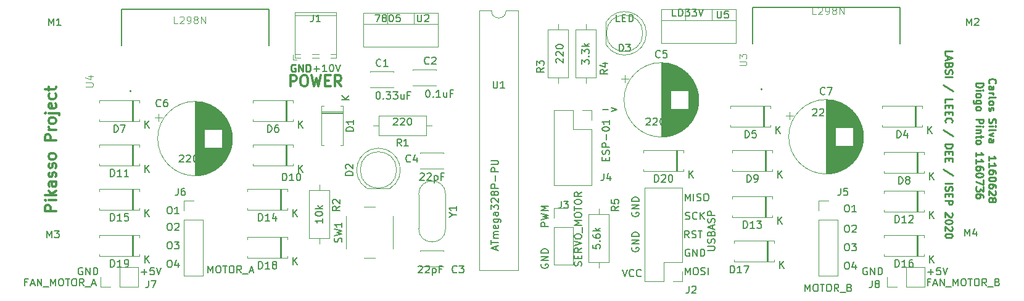
<source format=gbr>
G04 #@! TF.GenerationSoftware,KiCad,Pcbnew,(5.1.4)-1*
G04 #@! TF.CreationDate,2019-12-28T20:01:16+00:00*
G04 #@! TF.ProjectId,Plotter,506c6f74-7465-4722-9e6b-696361645f70,V1.0*
G04 #@! TF.SameCoordinates,Original*
G04 #@! TF.FileFunction,Legend,Top*
G04 #@! TF.FilePolarity,Positive*
%FSLAX46Y46*%
G04 Gerber Fmt 4.6, Leading zero omitted, Abs format (unit mm)*
G04 Created by KiCad (PCBNEW (5.1.4)-1) date 2019-12-28 20:01:16*
%MOMM*%
%LPD*%
G04 APERTURE LIST*
%ADD10C,0.150000*%
%ADD11C,0.300000*%
%ADD12C,0.248000*%
%ADD13C,0.250000*%
%ADD14C,0.120000*%
%ADD15C,0.127000*%
%ADD16C,0.200000*%
%ADD17C,0.015000*%
G04 APERTURE END LIST*
D10*
X169934000Y-111505904D02*
X169886380Y-111601142D01*
X169886380Y-111744000D01*
X169934000Y-111886857D01*
X170029238Y-111982095D01*
X170124476Y-112029714D01*
X170314952Y-112077333D01*
X170457809Y-112077333D01*
X170648285Y-112029714D01*
X170743523Y-111982095D01*
X170838761Y-111886857D01*
X170886380Y-111744000D01*
X170886380Y-111648761D01*
X170838761Y-111505904D01*
X170791142Y-111458285D01*
X170457809Y-111458285D01*
X170457809Y-111648761D01*
X170886380Y-111029714D02*
X169886380Y-111029714D01*
X170886380Y-110458285D01*
X169886380Y-110458285D01*
X170886380Y-109982095D02*
X169886380Y-109982095D01*
X169886380Y-109744000D01*
X169934000Y-109601142D01*
X170029238Y-109505904D01*
X170124476Y-109458285D01*
X170314952Y-109410666D01*
X170457809Y-109410666D01*
X170648285Y-109458285D01*
X170743523Y-109505904D01*
X170838761Y-109601142D01*
X170886380Y-109744000D01*
X170886380Y-109982095D01*
X177800095Y-116594000D02*
X177704857Y-116546380D01*
X177562000Y-116546380D01*
X177419142Y-116594000D01*
X177323904Y-116689238D01*
X177276285Y-116784476D01*
X177228666Y-116974952D01*
X177228666Y-117117809D01*
X177276285Y-117308285D01*
X177323904Y-117403523D01*
X177419142Y-117498761D01*
X177562000Y-117546380D01*
X177657238Y-117546380D01*
X177800095Y-117498761D01*
X177847714Y-117451142D01*
X177847714Y-117117809D01*
X177657238Y-117117809D01*
X178276285Y-117546380D02*
X178276285Y-116546380D01*
X178847714Y-117546380D01*
X178847714Y-116546380D01*
X179323904Y-117546380D02*
X179323904Y-116546380D01*
X179562000Y-116546380D01*
X179704857Y-116594000D01*
X179800095Y-116689238D01*
X179847714Y-116784476D01*
X179895333Y-116974952D01*
X179895333Y-117117809D01*
X179847714Y-117308285D01*
X179800095Y-117403523D01*
X179704857Y-117498761D01*
X179562000Y-117546380D01*
X179323904Y-117546380D01*
X177244571Y-109926380D02*
X177244571Y-108926380D01*
X177577904Y-109640666D01*
X177911238Y-108926380D01*
X177911238Y-109926380D01*
X178387428Y-109926380D02*
X178387428Y-108926380D01*
X178816000Y-109878761D02*
X178958857Y-109926380D01*
X179196952Y-109926380D01*
X179292190Y-109878761D01*
X179339809Y-109831142D01*
X179387428Y-109735904D01*
X179387428Y-109640666D01*
X179339809Y-109545428D01*
X179292190Y-109497809D01*
X179196952Y-109450190D01*
X179006476Y-109402571D01*
X178911238Y-109354952D01*
X178863619Y-109307333D01*
X178816000Y-109212095D01*
X178816000Y-109116857D01*
X178863619Y-109021619D01*
X178911238Y-108974000D01*
X179006476Y-108926380D01*
X179244571Y-108926380D01*
X179387428Y-108974000D01*
X180006476Y-108926380D02*
X180196952Y-108926380D01*
X180292190Y-108974000D01*
X180387428Y-109069238D01*
X180435047Y-109259714D01*
X180435047Y-109593047D01*
X180387428Y-109783523D01*
X180292190Y-109878761D01*
X180196952Y-109926380D01*
X180006476Y-109926380D01*
X179911238Y-109878761D01*
X179816000Y-109783523D01*
X179768380Y-109593047D01*
X179768380Y-109259714D01*
X179816000Y-109069238D01*
X179911238Y-108974000D01*
X180006476Y-108926380D01*
X177276285Y-112418761D02*
X177419142Y-112466380D01*
X177657238Y-112466380D01*
X177752476Y-112418761D01*
X177800095Y-112371142D01*
X177847714Y-112275904D01*
X177847714Y-112180666D01*
X177800095Y-112085428D01*
X177752476Y-112037809D01*
X177657238Y-111990190D01*
X177466761Y-111942571D01*
X177371523Y-111894952D01*
X177323904Y-111847333D01*
X177276285Y-111752095D01*
X177276285Y-111656857D01*
X177323904Y-111561619D01*
X177371523Y-111514000D01*
X177466761Y-111466380D01*
X177704857Y-111466380D01*
X177847714Y-111514000D01*
X178847714Y-112371142D02*
X178800095Y-112418761D01*
X178657238Y-112466380D01*
X178562000Y-112466380D01*
X178419142Y-112418761D01*
X178323904Y-112323523D01*
X178276285Y-112228285D01*
X178228666Y-112037809D01*
X178228666Y-111894952D01*
X178276285Y-111704476D01*
X178323904Y-111609238D01*
X178419142Y-111514000D01*
X178562000Y-111466380D01*
X178657238Y-111466380D01*
X178800095Y-111514000D01*
X178847714Y-111561619D01*
X179276285Y-112466380D02*
X179276285Y-111466380D01*
X179847714Y-112466380D02*
X179419142Y-111894952D01*
X179847714Y-111466380D02*
X179276285Y-112037809D01*
X177760380Y-115006380D02*
X177427047Y-114530190D01*
X177188952Y-115006380D02*
X177188952Y-114006380D01*
X177569904Y-114006380D01*
X177665142Y-114054000D01*
X177712761Y-114101619D01*
X177760380Y-114196857D01*
X177760380Y-114339714D01*
X177712761Y-114434952D01*
X177665142Y-114482571D01*
X177569904Y-114530190D01*
X177188952Y-114530190D01*
X178141333Y-114958761D02*
X178284190Y-115006380D01*
X178522285Y-115006380D01*
X178617523Y-114958761D01*
X178665142Y-114911142D01*
X178712761Y-114815904D01*
X178712761Y-114720666D01*
X178665142Y-114625428D01*
X178617523Y-114577809D01*
X178522285Y-114530190D01*
X178331809Y-114482571D01*
X178236571Y-114434952D01*
X178188952Y-114387333D01*
X178141333Y-114292095D01*
X178141333Y-114196857D01*
X178188952Y-114101619D01*
X178236571Y-114054000D01*
X178331809Y-114006380D01*
X178569904Y-114006380D01*
X178712761Y-114054000D01*
X178998476Y-114006380D02*
X179569904Y-114006380D01*
X179284190Y-115006380D02*
X179284190Y-114006380D01*
X169934000Y-116331904D02*
X169886380Y-116427142D01*
X169886380Y-116570000D01*
X169934000Y-116712857D01*
X170029238Y-116808095D01*
X170124476Y-116855714D01*
X170314952Y-116903333D01*
X170457809Y-116903333D01*
X170648285Y-116855714D01*
X170743523Y-116808095D01*
X170838761Y-116712857D01*
X170886380Y-116570000D01*
X170886380Y-116474761D01*
X170838761Y-116331904D01*
X170791142Y-116284285D01*
X170457809Y-116284285D01*
X170457809Y-116474761D01*
X170886380Y-115855714D02*
X169886380Y-115855714D01*
X170886380Y-115284285D01*
X169886380Y-115284285D01*
X170886380Y-114808095D02*
X169886380Y-114808095D01*
X169886380Y-114570000D01*
X169934000Y-114427142D01*
X170029238Y-114331904D01*
X170124476Y-114284285D01*
X170314952Y-114236666D01*
X170457809Y-114236666D01*
X170648285Y-114284285D01*
X170743523Y-114331904D01*
X170838761Y-114427142D01*
X170886380Y-114570000D01*
X170886380Y-114808095D01*
X168592666Y-119340380D02*
X168926000Y-120340380D01*
X169259333Y-119340380D01*
X170164095Y-120245142D02*
X170116476Y-120292761D01*
X169973619Y-120340380D01*
X169878380Y-120340380D01*
X169735523Y-120292761D01*
X169640285Y-120197523D01*
X169592666Y-120102285D01*
X169545047Y-119911809D01*
X169545047Y-119768952D01*
X169592666Y-119578476D01*
X169640285Y-119483238D01*
X169735523Y-119388000D01*
X169878380Y-119340380D01*
X169973619Y-119340380D01*
X170116476Y-119388000D01*
X170164095Y-119435619D01*
X171164095Y-120245142D02*
X171116476Y-120292761D01*
X170973619Y-120340380D01*
X170878380Y-120340380D01*
X170735523Y-120292761D01*
X170640285Y-120197523D01*
X170592666Y-120102285D01*
X170545047Y-119911809D01*
X170545047Y-119768952D01*
X170592666Y-119578476D01*
X170640285Y-119483238D01*
X170735523Y-119388000D01*
X170878380Y-119340380D01*
X170973619Y-119340380D01*
X171116476Y-119388000D01*
X171164095Y-119435619D01*
X177244571Y-120086380D02*
X177244571Y-119086380D01*
X177577904Y-119800666D01*
X177911238Y-119086380D01*
X177911238Y-120086380D01*
X178577904Y-119086380D02*
X178768380Y-119086380D01*
X178863619Y-119134000D01*
X178958857Y-119229238D01*
X179006476Y-119419714D01*
X179006476Y-119753047D01*
X178958857Y-119943523D01*
X178863619Y-120038761D01*
X178768380Y-120086380D01*
X178577904Y-120086380D01*
X178482666Y-120038761D01*
X178387428Y-119943523D01*
X178339809Y-119753047D01*
X178339809Y-119419714D01*
X178387428Y-119229238D01*
X178482666Y-119134000D01*
X178577904Y-119086380D01*
X179387428Y-120038761D02*
X179530285Y-120086380D01*
X179768380Y-120086380D01*
X179863619Y-120038761D01*
X179911238Y-119991142D01*
X179958857Y-119895904D01*
X179958857Y-119800666D01*
X179911238Y-119705428D01*
X179863619Y-119657809D01*
X179768380Y-119610190D01*
X179577904Y-119562571D01*
X179482666Y-119514952D01*
X179435047Y-119467333D01*
X179387428Y-119372095D01*
X179387428Y-119276857D01*
X179435047Y-119181619D01*
X179482666Y-119134000D01*
X179577904Y-119086380D01*
X179816000Y-119086380D01*
X179958857Y-119134000D01*
X180387428Y-120086380D02*
X180387428Y-119086380D01*
X165878000Y-97353428D02*
X166639904Y-97353428D01*
X167116095Y-97067714D02*
X167878000Y-97353428D01*
X167116095Y-97639142D01*
X202184095Y-119134000D02*
X202088857Y-119086380D01*
X201946000Y-119086380D01*
X201803142Y-119134000D01*
X201707904Y-119229238D01*
X201660285Y-119324476D01*
X201612666Y-119514952D01*
X201612666Y-119657809D01*
X201660285Y-119848285D01*
X201707904Y-119943523D01*
X201803142Y-120038761D01*
X201946000Y-120086380D01*
X202041238Y-120086380D01*
X202184095Y-120038761D01*
X202231714Y-119991142D01*
X202231714Y-119657809D01*
X202041238Y-119657809D01*
X202660285Y-120086380D02*
X202660285Y-119086380D01*
X203231714Y-120086380D01*
X203231714Y-119086380D01*
X203707904Y-120086380D02*
X203707904Y-119086380D01*
X203946000Y-119086380D01*
X204088857Y-119134000D01*
X204184095Y-119229238D01*
X204231714Y-119324476D01*
X204279333Y-119514952D01*
X204279333Y-119657809D01*
X204231714Y-119848285D01*
X204184095Y-119943523D01*
X204088857Y-120038761D01*
X203946000Y-120086380D01*
X203707904Y-120086380D01*
X210550285Y-119705428D02*
X211312190Y-119705428D01*
X210931238Y-120086380D02*
X210931238Y-119324476D01*
X212264571Y-119086380D02*
X211788380Y-119086380D01*
X211740761Y-119562571D01*
X211788380Y-119514952D01*
X211883619Y-119467333D01*
X212121714Y-119467333D01*
X212216952Y-119514952D01*
X212264571Y-119562571D01*
X212312190Y-119657809D01*
X212312190Y-119895904D01*
X212264571Y-119991142D01*
X212216952Y-120038761D01*
X212121714Y-120086380D01*
X211883619Y-120086380D01*
X211788380Y-120038761D01*
X211740761Y-119991142D01*
X212597904Y-119086380D02*
X212931238Y-120086380D01*
X213264571Y-119086380D01*
X157488000Y-118617904D02*
X157440380Y-118713142D01*
X157440380Y-118856000D01*
X157488000Y-118998857D01*
X157583238Y-119094095D01*
X157678476Y-119141714D01*
X157868952Y-119189333D01*
X158011809Y-119189333D01*
X158202285Y-119141714D01*
X158297523Y-119094095D01*
X158392761Y-118998857D01*
X158440380Y-118856000D01*
X158440380Y-118760761D01*
X158392761Y-118617904D01*
X158345142Y-118570285D01*
X158011809Y-118570285D01*
X158011809Y-118760761D01*
X158440380Y-118141714D02*
X157440380Y-118141714D01*
X158440380Y-117570285D01*
X157440380Y-117570285D01*
X158440380Y-117094095D02*
X157440380Y-117094095D01*
X157440380Y-116856000D01*
X157488000Y-116713142D01*
X157583238Y-116617904D01*
X157678476Y-116570285D01*
X157868952Y-116522666D01*
X158011809Y-116522666D01*
X158202285Y-116570285D01*
X158297523Y-116617904D01*
X158392761Y-116713142D01*
X158440380Y-116856000D01*
X158440380Y-117094095D01*
X158440380Y-113418761D02*
X157440380Y-113418761D01*
X157440380Y-113037809D01*
X157488000Y-112942571D01*
X157535619Y-112894952D01*
X157630857Y-112847333D01*
X157773714Y-112847333D01*
X157868952Y-112894952D01*
X157916571Y-112942571D01*
X157964190Y-113037809D01*
X157964190Y-113418761D01*
X157440380Y-112514000D02*
X158440380Y-112275904D01*
X157726095Y-112085428D01*
X158440380Y-111894952D01*
X157440380Y-111656857D01*
X158440380Y-111275904D02*
X157440380Y-111275904D01*
X158154666Y-110942571D01*
X157440380Y-110609238D01*
X158440380Y-110609238D01*
D11*
X123027714Y-94150571D02*
X123027714Y-92650571D01*
X123599142Y-92650571D01*
X123742000Y-92722000D01*
X123813428Y-92793428D01*
X123884857Y-92936285D01*
X123884857Y-93150571D01*
X123813428Y-93293428D01*
X123742000Y-93364857D01*
X123599142Y-93436285D01*
X123027714Y-93436285D01*
X124813428Y-92650571D02*
X125099142Y-92650571D01*
X125242000Y-92722000D01*
X125384857Y-92864857D01*
X125456285Y-93150571D01*
X125456285Y-93650571D01*
X125384857Y-93936285D01*
X125242000Y-94079142D01*
X125099142Y-94150571D01*
X124813428Y-94150571D01*
X124670571Y-94079142D01*
X124527714Y-93936285D01*
X124456285Y-93650571D01*
X124456285Y-93150571D01*
X124527714Y-92864857D01*
X124670571Y-92722000D01*
X124813428Y-92650571D01*
X125956285Y-92650571D02*
X126313428Y-94150571D01*
X126599142Y-93079142D01*
X126884857Y-94150571D01*
X127242000Y-92650571D01*
X127813428Y-93364857D02*
X128313428Y-93364857D01*
X128527714Y-94150571D02*
X127813428Y-94150571D01*
X127813428Y-92650571D01*
X128527714Y-92650571D01*
X130027714Y-94150571D02*
X129527714Y-93436285D01*
X129170571Y-94150571D02*
X129170571Y-92650571D01*
X129742000Y-92650571D01*
X129884857Y-92722000D01*
X129956285Y-92793428D01*
X130027714Y-92936285D01*
X130027714Y-93150571D01*
X129956285Y-93293428D01*
X129884857Y-93364857D01*
X129742000Y-93436285D01*
X129170571Y-93436285D01*
D12*
X123704190Y-91198000D02*
X123609714Y-91150761D01*
X123468000Y-91150761D01*
X123326285Y-91198000D01*
X123231809Y-91292476D01*
X123184571Y-91386952D01*
X123137333Y-91575904D01*
X123137333Y-91717619D01*
X123184571Y-91906571D01*
X123231809Y-92001047D01*
X123326285Y-92095523D01*
X123468000Y-92142761D01*
X123562476Y-92142761D01*
X123704190Y-92095523D01*
X123751428Y-92048285D01*
X123751428Y-91717619D01*
X123562476Y-91717619D01*
X124176571Y-92142761D02*
X124176571Y-91150761D01*
X124743428Y-92142761D01*
X124743428Y-91150761D01*
X125215809Y-92142761D02*
X125215809Y-91150761D01*
X125452000Y-91150761D01*
X125593714Y-91198000D01*
X125688190Y-91292476D01*
X125735428Y-91386952D01*
X125782666Y-91575904D01*
X125782666Y-91717619D01*
X125735428Y-91906571D01*
X125688190Y-92001047D01*
X125593714Y-92095523D01*
X125452000Y-92142761D01*
X125215809Y-92142761D01*
D10*
X94488095Y-119134000D02*
X94392857Y-119086380D01*
X94250000Y-119086380D01*
X94107142Y-119134000D01*
X94011904Y-119229238D01*
X93964285Y-119324476D01*
X93916666Y-119514952D01*
X93916666Y-119657809D01*
X93964285Y-119848285D01*
X94011904Y-119943523D01*
X94107142Y-120038761D01*
X94250000Y-120086380D01*
X94345238Y-120086380D01*
X94488095Y-120038761D01*
X94535714Y-119991142D01*
X94535714Y-119657809D01*
X94345238Y-119657809D01*
X94964285Y-120086380D02*
X94964285Y-119086380D01*
X95535714Y-120086380D01*
X95535714Y-119086380D01*
X96011904Y-120086380D02*
X96011904Y-119086380D01*
X96250000Y-119086380D01*
X96392857Y-119134000D01*
X96488095Y-119229238D01*
X96535714Y-119324476D01*
X96583333Y-119514952D01*
X96583333Y-119657809D01*
X96535714Y-119848285D01*
X96488095Y-119943523D01*
X96392857Y-120038761D01*
X96250000Y-120086380D01*
X96011904Y-120086380D01*
X102600285Y-119705428D02*
X103362190Y-119705428D01*
X102981238Y-120086380D02*
X102981238Y-119324476D01*
X104314571Y-119086380D02*
X103838380Y-119086380D01*
X103790761Y-119562571D01*
X103838380Y-119514952D01*
X103933619Y-119467333D01*
X104171714Y-119467333D01*
X104266952Y-119514952D01*
X104314571Y-119562571D01*
X104362190Y-119657809D01*
X104362190Y-119895904D01*
X104314571Y-119991142D01*
X104266952Y-120038761D01*
X104171714Y-120086380D01*
X103933619Y-120086380D01*
X103838380Y-120038761D01*
X103790761Y-119991142D01*
X104647904Y-119086380D02*
X104981238Y-120086380D01*
X105314571Y-119086380D01*
X106362571Y-118070380D02*
X106553047Y-118070380D01*
X106648285Y-118118000D01*
X106743523Y-118213238D01*
X106791142Y-118403714D01*
X106791142Y-118737047D01*
X106743523Y-118927523D01*
X106648285Y-119022761D01*
X106553047Y-119070380D01*
X106362571Y-119070380D01*
X106267333Y-119022761D01*
X106172095Y-118927523D01*
X106124476Y-118737047D01*
X106124476Y-118403714D01*
X106172095Y-118213238D01*
X106267333Y-118118000D01*
X106362571Y-118070380D01*
X107648285Y-118403714D02*
X107648285Y-119070380D01*
X107410190Y-118022761D02*
X107172095Y-118737047D01*
X107791142Y-118737047D01*
X106362571Y-115530380D02*
X106553047Y-115530380D01*
X106648285Y-115578000D01*
X106743523Y-115673238D01*
X106791142Y-115863714D01*
X106791142Y-116197047D01*
X106743523Y-116387523D01*
X106648285Y-116482761D01*
X106553047Y-116530380D01*
X106362571Y-116530380D01*
X106267333Y-116482761D01*
X106172095Y-116387523D01*
X106124476Y-116197047D01*
X106124476Y-115863714D01*
X106172095Y-115673238D01*
X106267333Y-115578000D01*
X106362571Y-115530380D01*
X107124476Y-115530380D02*
X107743523Y-115530380D01*
X107410190Y-115911333D01*
X107553047Y-115911333D01*
X107648285Y-115958952D01*
X107695904Y-116006571D01*
X107743523Y-116101809D01*
X107743523Y-116339904D01*
X107695904Y-116435142D01*
X107648285Y-116482761D01*
X107553047Y-116530380D01*
X107267333Y-116530380D01*
X107172095Y-116482761D01*
X107124476Y-116435142D01*
X106362571Y-112990380D02*
X106553047Y-112990380D01*
X106648285Y-113038000D01*
X106743523Y-113133238D01*
X106791142Y-113323714D01*
X106791142Y-113657047D01*
X106743523Y-113847523D01*
X106648285Y-113942761D01*
X106553047Y-113990380D01*
X106362571Y-113990380D01*
X106267333Y-113942761D01*
X106172095Y-113847523D01*
X106124476Y-113657047D01*
X106124476Y-113323714D01*
X106172095Y-113133238D01*
X106267333Y-113038000D01*
X106362571Y-112990380D01*
X107172095Y-113085619D02*
X107219714Y-113038000D01*
X107314952Y-112990380D01*
X107553047Y-112990380D01*
X107648285Y-113038000D01*
X107695904Y-113085619D01*
X107743523Y-113180857D01*
X107743523Y-113276095D01*
X107695904Y-113418952D01*
X107124476Y-113990380D01*
X107743523Y-113990380D01*
X106362571Y-110704380D02*
X106553047Y-110704380D01*
X106648285Y-110752000D01*
X106743523Y-110847238D01*
X106791142Y-111037714D01*
X106791142Y-111371047D01*
X106743523Y-111561523D01*
X106648285Y-111656761D01*
X106553047Y-111704380D01*
X106362571Y-111704380D01*
X106267333Y-111656761D01*
X106172095Y-111561523D01*
X106124476Y-111371047D01*
X106124476Y-111037714D01*
X106172095Y-110847238D01*
X106267333Y-110752000D01*
X106362571Y-110704380D01*
X107743523Y-111704380D02*
X107172095Y-111704380D01*
X107457809Y-111704380D02*
X107457809Y-110704380D01*
X107362571Y-110847238D01*
X107267333Y-110942476D01*
X107172095Y-110990095D01*
X199326571Y-118324380D02*
X199517047Y-118324380D01*
X199612285Y-118372000D01*
X199707523Y-118467238D01*
X199755142Y-118657714D01*
X199755142Y-118991047D01*
X199707523Y-119181523D01*
X199612285Y-119276761D01*
X199517047Y-119324380D01*
X199326571Y-119324380D01*
X199231333Y-119276761D01*
X199136095Y-119181523D01*
X199088476Y-118991047D01*
X199088476Y-118657714D01*
X199136095Y-118467238D01*
X199231333Y-118372000D01*
X199326571Y-118324380D01*
X200612285Y-118657714D02*
X200612285Y-119324380D01*
X200374190Y-118276761D02*
X200136095Y-118991047D01*
X200755142Y-118991047D01*
X199326571Y-115784380D02*
X199517047Y-115784380D01*
X199612285Y-115832000D01*
X199707523Y-115927238D01*
X199755142Y-116117714D01*
X199755142Y-116451047D01*
X199707523Y-116641523D01*
X199612285Y-116736761D01*
X199517047Y-116784380D01*
X199326571Y-116784380D01*
X199231333Y-116736761D01*
X199136095Y-116641523D01*
X199088476Y-116451047D01*
X199088476Y-116117714D01*
X199136095Y-115927238D01*
X199231333Y-115832000D01*
X199326571Y-115784380D01*
X200088476Y-115784380D02*
X200707523Y-115784380D01*
X200374190Y-116165333D01*
X200517047Y-116165333D01*
X200612285Y-116212952D01*
X200659904Y-116260571D01*
X200707523Y-116355809D01*
X200707523Y-116593904D01*
X200659904Y-116689142D01*
X200612285Y-116736761D01*
X200517047Y-116784380D01*
X200231333Y-116784380D01*
X200136095Y-116736761D01*
X200088476Y-116689142D01*
X199326571Y-113244380D02*
X199517047Y-113244380D01*
X199612285Y-113292000D01*
X199707523Y-113387238D01*
X199755142Y-113577714D01*
X199755142Y-113911047D01*
X199707523Y-114101523D01*
X199612285Y-114196761D01*
X199517047Y-114244380D01*
X199326571Y-114244380D01*
X199231333Y-114196761D01*
X199136095Y-114101523D01*
X199088476Y-113911047D01*
X199088476Y-113577714D01*
X199136095Y-113387238D01*
X199231333Y-113292000D01*
X199326571Y-113244380D01*
X200136095Y-113339619D02*
X200183714Y-113292000D01*
X200278952Y-113244380D01*
X200517047Y-113244380D01*
X200612285Y-113292000D01*
X200659904Y-113339619D01*
X200707523Y-113434857D01*
X200707523Y-113530095D01*
X200659904Y-113672952D01*
X200088476Y-114244380D01*
X200707523Y-114244380D01*
X199326571Y-110450380D02*
X199517047Y-110450380D01*
X199612285Y-110498000D01*
X199707523Y-110593238D01*
X199755142Y-110783714D01*
X199755142Y-111117047D01*
X199707523Y-111307523D01*
X199612285Y-111402761D01*
X199517047Y-111450380D01*
X199326571Y-111450380D01*
X199231333Y-111402761D01*
X199136095Y-111307523D01*
X199088476Y-111117047D01*
X199088476Y-110783714D01*
X199136095Y-110593238D01*
X199231333Y-110498000D01*
X199326571Y-110450380D01*
X200707523Y-111450380D02*
X200136095Y-111450380D01*
X200421809Y-111450380D02*
X200421809Y-110450380D01*
X200326571Y-110593238D01*
X200231333Y-110688476D01*
X200136095Y-110736095D01*
D11*
X90848571Y-111334285D02*
X89348571Y-111334285D01*
X89348571Y-110762857D01*
X89420000Y-110620000D01*
X89491428Y-110548571D01*
X89634285Y-110477142D01*
X89848571Y-110477142D01*
X89991428Y-110548571D01*
X90062857Y-110620000D01*
X90134285Y-110762857D01*
X90134285Y-111334285D01*
X90848571Y-109834285D02*
X89848571Y-109834285D01*
X89348571Y-109834285D02*
X89420000Y-109905714D01*
X89491428Y-109834285D01*
X89420000Y-109762857D01*
X89348571Y-109834285D01*
X89491428Y-109834285D01*
X90848571Y-109120000D02*
X89348571Y-109120000D01*
X90277142Y-108977142D02*
X90848571Y-108548571D01*
X89848571Y-108548571D02*
X90420000Y-109120000D01*
X90848571Y-107262857D02*
X90062857Y-107262857D01*
X89920000Y-107334285D01*
X89848571Y-107477142D01*
X89848571Y-107762857D01*
X89920000Y-107905714D01*
X90777142Y-107262857D02*
X90848571Y-107405714D01*
X90848571Y-107762857D01*
X90777142Y-107905714D01*
X90634285Y-107977142D01*
X90491428Y-107977142D01*
X90348571Y-107905714D01*
X90277142Y-107762857D01*
X90277142Y-107405714D01*
X90205714Y-107262857D01*
X90777142Y-106620000D02*
X90848571Y-106477142D01*
X90848571Y-106191428D01*
X90777142Y-106048571D01*
X90634285Y-105977142D01*
X90562857Y-105977142D01*
X90420000Y-106048571D01*
X90348571Y-106191428D01*
X90348571Y-106405714D01*
X90277142Y-106548571D01*
X90134285Y-106620000D01*
X90062857Y-106620000D01*
X89920000Y-106548571D01*
X89848571Y-106405714D01*
X89848571Y-106191428D01*
X89920000Y-106048571D01*
X90777142Y-105405714D02*
X90848571Y-105262857D01*
X90848571Y-104977142D01*
X90777142Y-104834285D01*
X90634285Y-104762857D01*
X90562857Y-104762857D01*
X90420000Y-104834285D01*
X90348571Y-104977142D01*
X90348571Y-105191428D01*
X90277142Y-105334285D01*
X90134285Y-105405714D01*
X90062857Y-105405714D01*
X89920000Y-105334285D01*
X89848571Y-105191428D01*
X89848571Y-104977142D01*
X89920000Y-104834285D01*
X90848571Y-103905714D02*
X90777142Y-104048571D01*
X90705714Y-104120000D01*
X90562857Y-104191428D01*
X90134285Y-104191428D01*
X89991428Y-104120000D01*
X89920000Y-104048571D01*
X89848571Y-103905714D01*
X89848571Y-103691428D01*
X89920000Y-103548571D01*
X89991428Y-103477142D01*
X90134285Y-103405714D01*
X90562857Y-103405714D01*
X90705714Y-103477142D01*
X90777142Y-103548571D01*
X90848571Y-103691428D01*
X90848571Y-103905714D01*
X90848571Y-101620000D02*
X89348571Y-101620000D01*
X89348571Y-101048571D01*
X89420000Y-100905714D01*
X89491428Y-100834285D01*
X89634285Y-100762857D01*
X89848571Y-100762857D01*
X89991428Y-100834285D01*
X90062857Y-100905714D01*
X90134285Y-101048571D01*
X90134285Y-101620000D01*
X90848571Y-100120000D02*
X89848571Y-100120000D01*
X90134285Y-100120000D02*
X89991428Y-100048571D01*
X89920000Y-99977142D01*
X89848571Y-99834285D01*
X89848571Y-99691428D01*
X90848571Y-98977142D02*
X90777142Y-99120000D01*
X90705714Y-99191428D01*
X90562857Y-99262857D01*
X90134285Y-99262857D01*
X89991428Y-99191428D01*
X89920000Y-99120000D01*
X89848571Y-98977142D01*
X89848571Y-98762857D01*
X89920000Y-98620000D01*
X89991428Y-98548571D01*
X90134285Y-98477142D01*
X90562857Y-98477142D01*
X90705714Y-98548571D01*
X90777142Y-98620000D01*
X90848571Y-98762857D01*
X90848571Y-98977142D01*
X89848571Y-97834285D02*
X91134285Y-97834285D01*
X91277142Y-97905714D01*
X91348571Y-98048571D01*
X91348571Y-98120000D01*
X89348571Y-97834285D02*
X89420000Y-97905714D01*
X89491428Y-97834285D01*
X89420000Y-97762857D01*
X89348571Y-97834285D01*
X89491428Y-97834285D01*
X90777142Y-96548571D02*
X90848571Y-96691428D01*
X90848571Y-96977142D01*
X90777142Y-97120000D01*
X90634285Y-97191428D01*
X90062857Y-97191428D01*
X89920000Y-97120000D01*
X89848571Y-96977142D01*
X89848571Y-96691428D01*
X89920000Y-96548571D01*
X90062857Y-96477142D01*
X90205714Y-96477142D01*
X90348571Y-97191428D01*
X90777142Y-95191428D02*
X90848571Y-95334285D01*
X90848571Y-95620000D01*
X90777142Y-95762857D01*
X90705714Y-95834285D01*
X90562857Y-95905714D01*
X90134285Y-95905714D01*
X89991428Y-95834285D01*
X89920000Y-95762857D01*
X89848571Y-95620000D01*
X89848571Y-95334285D01*
X89920000Y-95191428D01*
X89848571Y-94762857D02*
X89848571Y-94191428D01*
X89348571Y-94548571D02*
X90634285Y-94548571D01*
X90777142Y-94477142D01*
X90848571Y-94334285D01*
X90848571Y-94191428D01*
D13*
X212907619Y-89750857D02*
X212907619Y-89274666D01*
X213907619Y-89274666D01*
X213193333Y-90036571D02*
X213193333Y-90512761D01*
X212907619Y-89941333D02*
X213907619Y-90274666D01*
X212907619Y-90608000D01*
X213431428Y-91274666D02*
X213383809Y-91417523D01*
X213336190Y-91465142D01*
X213240952Y-91512761D01*
X213098095Y-91512761D01*
X213002857Y-91465142D01*
X212955238Y-91417523D01*
X212907619Y-91322285D01*
X212907619Y-90941333D01*
X213907619Y-90941333D01*
X213907619Y-91274666D01*
X213860000Y-91369904D01*
X213812380Y-91417523D01*
X213717142Y-91465142D01*
X213621904Y-91465142D01*
X213526666Y-91417523D01*
X213479047Y-91369904D01*
X213431428Y-91274666D01*
X213431428Y-90941333D01*
X212955238Y-91893714D02*
X212907619Y-92036571D01*
X212907619Y-92274666D01*
X212955238Y-92369904D01*
X213002857Y-92417523D01*
X213098095Y-92465142D01*
X213193333Y-92465142D01*
X213288571Y-92417523D01*
X213336190Y-92369904D01*
X213383809Y-92274666D01*
X213431428Y-92084190D01*
X213479047Y-91988952D01*
X213526666Y-91941333D01*
X213621904Y-91893714D01*
X213717142Y-91893714D01*
X213812380Y-91941333D01*
X213860000Y-91988952D01*
X213907619Y-92084190D01*
X213907619Y-92322285D01*
X213860000Y-92465142D01*
X212907619Y-92893714D02*
X213907619Y-92893714D01*
X213955238Y-94846095D02*
X212669523Y-93988952D01*
X212907619Y-96417523D02*
X212907619Y-95941333D01*
X213907619Y-95941333D01*
X213431428Y-96750857D02*
X213431428Y-97084190D01*
X212907619Y-97227047D02*
X212907619Y-96750857D01*
X213907619Y-96750857D01*
X213907619Y-97227047D01*
X213431428Y-97655619D02*
X213431428Y-97988952D01*
X212907619Y-98131809D02*
X212907619Y-97655619D01*
X213907619Y-97655619D01*
X213907619Y-98131809D01*
X213002857Y-99131809D02*
X212955238Y-99084190D01*
X212907619Y-98941333D01*
X212907619Y-98846095D01*
X212955238Y-98703238D01*
X213050476Y-98608000D01*
X213145714Y-98560380D01*
X213336190Y-98512761D01*
X213479047Y-98512761D01*
X213669523Y-98560380D01*
X213764761Y-98608000D01*
X213860000Y-98703238D01*
X213907619Y-98846095D01*
X213907619Y-98941333D01*
X213860000Y-99084190D01*
X213812380Y-99131809D01*
X213955238Y-101036571D02*
X212669523Y-100179428D01*
X212907619Y-102131809D02*
X213907619Y-102131809D01*
X213907619Y-102369904D01*
X213860000Y-102512761D01*
X213764761Y-102608000D01*
X213669523Y-102655619D01*
X213479047Y-102703238D01*
X213336190Y-102703238D01*
X213145714Y-102655619D01*
X213050476Y-102608000D01*
X212955238Y-102512761D01*
X212907619Y-102369904D01*
X212907619Y-102131809D01*
X213431428Y-103131809D02*
X213431428Y-103465142D01*
X212907619Y-103608000D02*
X212907619Y-103131809D01*
X213907619Y-103131809D01*
X213907619Y-103608000D01*
X213431428Y-104036571D02*
X213431428Y-104369904D01*
X212907619Y-104512761D02*
X212907619Y-104036571D01*
X213907619Y-104036571D01*
X213907619Y-104512761D01*
X213955238Y-106417523D02*
X212669523Y-105560380D01*
X212907619Y-107512761D02*
X213907619Y-107512761D01*
X212955238Y-107941333D02*
X212907619Y-108084190D01*
X212907619Y-108322285D01*
X212955238Y-108417523D01*
X213002857Y-108465142D01*
X213098095Y-108512761D01*
X213193333Y-108512761D01*
X213288571Y-108465142D01*
X213336190Y-108417523D01*
X213383809Y-108322285D01*
X213431428Y-108131809D01*
X213479047Y-108036571D01*
X213526666Y-107988952D01*
X213621904Y-107941333D01*
X213717142Y-107941333D01*
X213812380Y-107988952D01*
X213860000Y-108036571D01*
X213907619Y-108131809D01*
X213907619Y-108369904D01*
X213860000Y-108512761D01*
X213431428Y-108941333D02*
X213431428Y-109274666D01*
X212907619Y-109417523D02*
X212907619Y-108941333D01*
X213907619Y-108941333D01*
X213907619Y-109417523D01*
X212907619Y-109846095D02*
X213907619Y-109846095D01*
X213907619Y-110227047D01*
X213860000Y-110322285D01*
X213812380Y-110369904D01*
X213717142Y-110417523D01*
X213574285Y-110417523D01*
X213479047Y-110369904D01*
X213431428Y-110322285D01*
X213383809Y-110227047D01*
X213383809Y-109846095D01*
X213812380Y-111560380D02*
X213860000Y-111608000D01*
X213907619Y-111703238D01*
X213907619Y-111941333D01*
X213860000Y-112036571D01*
X213812380Y-112084190D01*
X213717142Y-112131809D01*
X213621904Y-112131809D01*
X213479047Y-112084190D01*
X212907619Y-111512761D01*
X212907619Y-112131809D01*
X213907619Y-112750857D02*
X213907619Y-112846095D01*
X213860000Y-112941333D01*
X213812380Y-112988952D01*
X213717142Y-113036571D01*
X213526666Y-113084190D01*
X213288571Y-113084190D01*
X213098095Y-113036571D01*
X213002857Y-112988952D01*
X212955238Y-112941333D01*
X212907619Y-112846095D01*
X212907619Y-112750857D01*
X212955238Y-112655619D01*
X213002857Y-112608000D01*
X213098095Y-112560380D01*
X213288571Y-112512761D01*
X213526666Y-112512761D01*
X213717142Y-112560380D01*
X213812380Y-112608000D01*
X213860000Y-112655619D01*
X213907619Y-112750857D01*
X213812380Y-113465142D02*
X213860000Y-113512761D01*
X213907619Y-113608000D01*
X213907619Y-113846095D01*
X213860000Y-113941333D01*
X213812380Y-113988952D01*
X213717142Y-114036571D01*
X213621904Y-114036571D01*
X213479047Y-113988952D01*
X212907619Y-113417523D01*
X212907619Y-114036571D01*
X213907619Y-114655619D02*
X213907619Y-114750857D01*
X213860000Y-114846095D01*
X213812380Y-114893714D01*
X213717142Y-114941333D01*
X213526666Y-114988952D01*
X213288571Y-114988952D01*
X213098095Y-114941333D01*
X213002857Y-114893714D01*
X212955238Y-114846095D01*
X212907619Y-114750857D01*
X212907619Y-114655619D01*
X212955238Y-114560380D01*
X213002857Y-114512761D01*
X213098095Y-114465142D01*
X213288571Y-114417523D01*
X213526666Y-114417523D01*
X213717142Y-114465142D01*
X213812380Y-114512761D01*
X213860000Y-114560380D01*
X213907619Y-114655619D01*
X218957857Y-93742857D02*
X218910238Y-93695238D01*
X218862619Y-93552380D01*
X218862619Y-93457142D01*
X218910238Y-93314285D01*
X219005476Y-93219047D01*
X219100714Y-93171428D01*
X219291190Y-93123809D01*
X219434047Y-93123809D01*
X219624523Y-93171428D01*
X219719761Y-93219047D01*
X219815000Y-93314285D01*
X219862619Y-93457142D01*
X219862619Y-93552380D01*
X219815000Y-93695238D01*
X219767380Y-93742857D01*
X218862619Y-94600000D02*
X219386428Y-94600000D01*
X219481666Y-94552380D01*
X219529285Y-94457142D01*
X219529285Y-94266666D01*
X219481666Y-94171428D01*
X218910238Y-94600000D02*
X218862619Y-94504761D01*
X218862619Y-94266666D01*
X218910238Y-94171428D01*
X219005476Y-94123809D01*
X219100714Y-94123809D01*
X219195952Y-94171428D01*
X219243571Y-94266666D01*
X219243571Y-94504761D01*
X219291190Y-94600000D01*
X218862619Y-95076190D02*
X219529285Y-95076190D01*
X219338809Y-95076190D02*
X219434047Y-95123809D01*
X219481666Y-95171428D01*
X219529285Y-95266666D01*
X219529285Y-95361904D01*
X218862619Y-95838095D02*
X218910238Y-95742857D01*
X219005476Y-95695238D01*
X219862619Y-95695238D01*
X218862619Y-96361904D02*
X218910238Y-96266666D01*
X218957857Y-96219047D01*
X219053095Y-96171428D01*
X219338809Y-96171428D01*
X219434047Y-96219047D01*
X219481666Y-96266666D01*
X219529285Y-96361904D01*
X219529285Y-96504761D01*
X219481666Y-96600000D01*
X219434047Y-96647619D01*
X219338809Y-96695238D01*
X219053095Y-96695238D01*
X218957857Y-96647619D01*
X218910238Y-96600000D01*
X218862619Y-96504761D01*
X218862619Y-96361904D01*
X218910238Y-97076190D02*
X218862619Y-97171428D01*
X218862619Y-97361904D01*
X218910238Y-97457142D01*
X219005476Y-97504761D01*
X219053095Y-97504761D01*
X219148333Y-97457142D01*
X219195952Y-97361904D01*
X219195952Y-97219047D01*
X219243571Y-97123809D01*
X219338809Y-97076190D01*
X219386428Y-97076190D01*
X219481666Y-97123809D01*
X219529285Y-97219047D01*
X219529285Y-97361904D01*
X219481666Y-97457142D01*
X218910238Y-98647619D02*
X218862619Y-98790476D01*
X218862619Y-99028571D01*
X218910238Y-99123809D01*
X218957857Y-99171428D01*
X219053095Y-99219047D01*
X219148333Y-99219047D01*
X219243571Y-99171428D01*
X219291190Y-99123809D01*
X219338809Y-99028571D01*
X219386428Y-98838095D01*
X219434047Y-98742857D01*
X219481666Y-98695238D01*
X219576904Y-98647619D01*
X219672142Y-98647619D01*
X219767380Y-98695238D01*
X219815000Y-98742857D01*
X219862619Y-98838095D01*
X219862619Y-99076190D01*
X219815000Y-99219047D01*
X218862619Y-99647619D02*
X219529285Y-99647619D01*
X219862619Y-99647619D02*
X219815000Y-99600000D01*
X219767380Y-99647619D01*
X219815000Y-99695238D01*
X219862619Y-99647619D01*
X219767380Y-99647619D01*
X218862619Y-100266666D02*
X218910238Y-100171428D01*
X219005476Y-100123809D01*
X219862619Y-100123809D01*
X219529285Y-100552380D02*
X218862619Y-100790476D01*
X219529285Y-101028571D01*
X218862619Y-101838095D02*
X219386428Y-101838095D01*
X219481666Y-101790476D01*
X219529285Y-101695238D01*
X219529285Y-101504761D01*
X219481666Y-101409523D01*
X218910238Y-101838095D02*
X218862619Y-101742857D01*
X218862619Y-101504761D01*
X218910238Y-101409523D01*
X219005476Y-101361904D01*
X219100714Y-101361904D01*
X219195952Y-101409523D01*
X219243571Y-101504761D01*
X219243571Y-101742857D01*
X219291190Y-101838095D01*
X218862619Y-104361904D02*
X218862619Y-103790476D01*
X218862619Y-104076190D02*
X219862619Y-104076190D01*
X219719761Y-103980952D01*
X219624523Y-103885714D01*
X219576904Y-103790476D01*
X218862619Y-105314285D02*
X218862619Y-104742857D01*
X218862619Y-105028571D02*
X219862619Y-105028571D01*
X219719761Y-104933333D01*
X219624523Y-104838095D01*
X219576904Y-104742857D01*
X219862619Y-106171428D02*
X219862619Y-105980952D01*
X219815000Y-105885714D01*
X219767380Y-105838095D01*
X219624523Y-105742857D01*
X219434047Y-105695238D01*
X219053095Y-105695238D01*
X218957857Y-105742857D01*
X218910238Y-105790476D01*
X218862619Y-105885714D01*
X218862619Y-106076190D01*
X218910238Y-106171428D01*
X218957857Y-106219047D01*
X219053095Y-106266666D01*
X219291190Y-106266666D01*
X219386428Y-106219047D01*
X219434047Y-106171428D01*
X219481666Y-106076190D01*
X219481666Y-105885714D01*
X219434047Y-105790476D01*
X219386428Y-105742857D01*
X219291190Y-105695238D01*
X219862619Y-106885714D02*
X219862619Y-106980952D01*
X219815000Y-107076190D01*
X219767380Y-107123809D01*
X219672142Y-107171428D01*
X219481666Y-107219047D01*
X219243571Y-107219047D01*
X219053095Y-107171428D01*
X218957857Y-107123809D01*
X218910238Y-107076190D01*
X218862619Y-106980952D01*
X218862619Y-106885714D01*
X218910238Y-106790476D01*
X218957857Y-106742857D01*
X219053095Y-106695238D01*
X219243571Y-106647619D01*
X219481666Y-106647619D01*
X219672142Y-106695238D01*
X219767380Y-106742857D01*
X219815000Y-106790476D01*
X219862619Y-106885714D01*
X219862619Y-108076190D02*
X219862619Y-107885714D01*
X219815000Y-107790476D01*
X219767380Y-107742857D01*
X219624523Y-107647619D01*
X219434047Y-107600000D01*
X219053095Y-107600000D01*
X218957857Y-107647619D01*
X218910238Y-107695238D01*
X218862619Y-107790476D01*
X218862619Y-107980952D01*
X218910238Y-108076190D01*
X218957857Y-108123809D01*
X219053095Y-108171428D01*
X219291190Y-108171428D01*
X219386428Y-108123809D01*
X219434047Y-108076190D01*
X219481666Y-107980952D01*
X219481666Y-107790476D01*
X219434047Y-107695238D01*
X219386428Y-107647619D01*
X219291190Y-107600000D01*
X219767380Y-108552380D02*
X219815000Y-108600000D01*
X219862619Y-108695238D01*
X219862619Y-108933333D01*
X219815000Y-109028571D01*
X219767380Y-109076190D01*
X219672142Y-109123809D01*
X219576904Y-109123809D01*
X219434047Y-109076190D01*
X218862619Y-108504761D01*
X218862619Y-109123809D01*
X219434047Y-109695238D02*
X219481666Y-109600000D01*
X219529285Y-109552380D01*
X219624523Y-109504761D01*
X219672142Y-109504761D01*
X219767380Y-109552380D01*
X219815000Y-109600000D01*
X219862619Y-109695238D01*
X219862619Y-109885714D01*
X219815000Y-109980952D01*
X219767380Y-110028571D01*
X219672142Y-110076190D01*
X219624523Y-110076190D01*
X219529285Y-110028571D01*
X219481666Y-109980952D01*
X219434047Y-109885714D01*
X219434047Y-109695238D01*
X219386428Y-109600000D01*
X219338809Y-109552380D01*
X219243571Y-109504761D01*
X219053095Y-109504761D01*
X218957857Y-109552380D01*
X218910238Y-109600000D01*
X218862619Y-109695238D01*
X218862619Y-109885714D01*
X218910238Y-109980952D01*
X218957857Y-110028571D01*
X219053095Y-110076190D01*
X219243571Y-110076190D01*
X219338809Y-110028571D01*
X219386428Y-109980952D01*
X219434047Y-109885714D01*
X217112619Y-93719047D02*
X218112619Y-93719047D01*
X218112619Y-93957142D01*
X218065000Y-94100000D01*
X217969761Y-94195238D01*
X217874523Y-94242857D01*
X217684047Y-94290476D01*
X217541190Y-94290476D01*
X217350714Y-94242857D01*
X217255476Y-94195238D01*
X217160238Y-94100000D01*
X217112619Y-93957142D01*
X217112619Y-93719047D01*
X217112619Y-94719047D02*
X217779285Y-94719047D01*
X218112619Y-94719047D02*
X218065000Y-94671428D01*
X218017380Y-94719047D01*
X218065000Y-94766666D01*
X218112619Y-94719047D01*
X218017380Y-94719047D01*
X217112619Y-95338095D02*
X217160238Y-95242857D01*
X217207857Y-95195238D01*
X217303095Y-95147619D01*
X217588809Y-95147619D01*
X217684047Y-95195238D01*
X217731666Y-95242857D01*
X217779285Y-95338095D01*
X217779285Y-95480952D01*
X217731666Y-95576190D01*
X217684047Y-95623809D01*
X217588809Y-95671428D01*
X217303095Y-95671428D01*
X217207857Y-95623809D01*
X217160238Y-95576190D01*
X217112619Y-95480952D01*
X217112619Y-95338095D01*
X217779285Y-96528571D02*
X216969761Y-96528571D01*
X216874523Y-96480952D01*
X216826904Y-96433333D01*
X216779285Y-96338095D01*
X216779285Y-96195238D01*
X216826904Y-96100000D01*
X217160238Y-96528571D02*
X217112619Y-96433333D01*
X217112619Y-96242857D01*
X217160238Y-96147619D01*
X217207857Y-96100000D01*
X217303095Y-96052380D01*
X217588809Y-96052380D01*
X217684047Y-96100000D01*
X217731666Y-96147619D01*
X217779285Y-96242857D01*
X217779285Y-96433333D01*
X217731666Y-96528571D01*
X217112619Y-97147619D02*
X217160238Y-97052380D01*
X217207857Y-97004761D01*
X217303095Y-96957142D01*
X217588809Y-96957142D01*
X217684047Y-97004761D01*
X217731666Y-97052380D01*
X217779285Y-97147619D01*
X217779285Y-97290476D01*
X217731666Y-97385714D01*
X217684047Y-97433333D01*
X217588809Y-97480952D01*
X217303095Y-97480952D01*
X217207857Y-97433333D01*
X217160238Y-97385714D01*
X217112619Y-97290476D01*
X217112619Y-97147619D01*
X217112619Y-98671428D02*
X218112619Y-98671428D01*
X218112619Y-99052380D01*
X218065000Y-99147619D01*
X218017380Y-99195238D01*
X217922142Y-99242857D01*
X217779285Y-99242857D01*
X217684047Y-99195238D01*
X217636428Y-99147619D01*
X217588809Y-99052380D01*
X217588809Y-98671428D01*
X217112619Y-99671428D02*
X217779285Y-99671428D01*
X218112619Y-99671428D02*
X218065000Y-99623809D01*
X218017380Y-99671428D01*
X218065000Y-99719047D01*
X218112619Y-99671428D01*
X218017380Y-99671428D01*
X217779285Y-100147619D02*
X217112619Y-100147619D01*
X217684047Y-100147619D02*
X217731666Y-100195238D01*
X217779285Y-100290476D01*
X217779285Y-100433333D01*
X217731666Y-100528571D01*
X217636428Y-100576190D01*
X217112619Y-100576190D01*
X217779285Y-100909523D02*
X217779285Y-101290476D01*
X218112619Y-101052380D02*
X217255476Y-101052380D01*
X217160238Y-101100000D01*
X217112619Y-101195238D01*
X217112619Y-101290476D01*
X217112619Y-101766666D02*
X217160238Y-101671428D01*
X217207857Y-101623809D01*
X217303095Y-101576190D01*
X217588809Y-101576190D01*
X217684047Y-101623809D01*
X217731666Y-101671428D01*
X217779285Y-101766666D01*
X217779285Y-101909523D01*
X217731666Y-102004761D01*
X217684047Y-102052380D01*
X217588809Y-102100000D01*
X217303095Y-102100000D01*
X217207857Y-102052380D01*
X217160238Y-102004761D01*
X217112619Y-101909523D01*
X217112619Y-101766666D01*
X217112619Y-103814285D02*
X217112619Y-103242857D01*
X217112619Y-103528571D02*
X218112619Y-103528571D01*
X217969761Y-103433333D01*
X217874523Y-103338095D01*
X217826904Y-103242857D01*
X217112619Y-104766666D02*
X217112619Y-104195238D01*
X217112619Y-104480952D02*
X218112619Y-104480952D01*
X217969761Y-104385714D01*
X217874523Y-104290476D01*
X217826904Y-104195238D01*
X218112619Y-105623809D02*
X218112619Y-105433333D01*
X218065000Y-105338095D01*
X218017380Y-105290476D01*
X217874523Y-105195238D01*
X217684047Y-105147619D01*
X217303095Y-105147619D01*
X217207857Y-105195238D01*
X217160238Y-105242857D01*
X217112619Y-105338095D01*
X217112619Y-105528571D01*
X217160238Y-105623809D01*
X217207857Y-105671428D01*
X217303095Y-105719047D01*
X217541190Y-105719047D01*
X217636428Y-105671428D01*
X217684047Y-105623809D01*
X217731666Y-105528571D01*
X217731666Y-105338095D01*
X217684047Y-105242857D01*
X217636428Y-105195238D01*
X217541190Y-105147619D01*
X218112619Y-106338095D02*
X218112619Y-106433333D01*
X218065000Y-106528571D01*
X218017380Y-106576190D01*
X217922142Y-106623809D01*
X217731666Y-106671428D01*
X217493571Y-106671428D01*
X217303095Y-106623809D01*
X217207857Y-106576190D01*
X217160238Y-106528571D01*
X217112619Y-106433333D01*
X217112619Y-106338095D01*
X217160238Y-106242857D01*
X217207857Y-106195238D01*
X217303095Y-106147619D01*
X217493571Y-106100000D01*
X217731666Y-106100000D01*
X217922142Y-106147619D01*
X218017380Y-106195238D01*
X218065000Y-106242857D01*
X218112619Y-106338095D01*
X218112619Y-107004761D02*
X218112619Y-107671428D01*
X217112619Y-107242857D01*
X218112619Y-107957142D02*
X218112619Y-108576190D01*
X217731666Y-108242857D01*
X217731666Y-108385714D01*
X217684047Y-108480952D01*
X217636428Y-108528571D01*
X217541190Y-108576190D01*
X217303095Y-108576190D01*
X217207857Y-108528571D01*
X217160238Y-108480952D01*
X217112619Y-108385714D01*
X217112619Y-108100000D01*
X217160238Y-108004761D01*
X217207857Y-107957142D01*
X218112619Y-109433333D02*
X218112619Y-109242857D01*
X218065000Y-109147619D01*
X218017380Y-109100000D01*
X217874523Y-109004761D01*
X217684047Y-108957142D01*
X217303095Y-108957142D01*
X217207857Y-109004761D01*
X217160238Y-109052380D01*
X217112619Y-109147619D01*
X217112619Y-109338095D01*
X217160238Y-109433333D01*
X217207857Y-109480952D01*
X217303095Y-109528571D01*
X217541190Y-109528571D01*
X217636428Y-109480952D01*
X217684047Y-109433333D01*
X217731666Y-109338095D01*
X217731666Y-109147619D01*
X217684047Y-109052380D01*
X217636428Y-109004761D01*
X217541190Y-108957142D01*
D14*
X159198000Y-118678000D02*
X161858000Y-118678000D01*
X159198000Y-113538000D02*
X159198000Y-118678000D01*
X161858000Y-113538000D02*
X161858000Y-118678000D01*
X159198000Y-113538000D02*
X161858000Y-113538000D01*
X159198000Y-112268000D02*
X159198000Y-110938000D01*
X159198000Y-110938000D02*
X160528000Y-110938000D01*
D15*
X186496000Y-83334000D02*
X186496000Y-88334000D01*
X206696000Y-88334000D02*
X206696000Y-83334000D01*
X206696000Y-83334000D02*
X186496000Y-83334000D01*
D16*
X187806000Y-94554000D02*
G75*
G03X187806000Y-94554000I-100000J0D01*
G01*
D14*
X137236000Y-94273000D02*
X137236000Y-94338000D01*
X137236000Y-92098000D02*
X137236000Y-92163000D01*
X133996000Y-94273000D02*
X133996000Y-94338000D01*
X133996000Y-92098000D02*
X133996000Y-92163000D01*
X133996000Y-94338000D02*
X137236000Y-94338000D01*
X133996000Y-92098000D02*
X137236000Y-92098000D01*
X139838000Y-91844000D02*
X143078000Y-91844000D01*
X139838000Y-94084000D02*
X143078000Y-94084000D01*
X139838000Y-91844000D02*
X139838000Y-91909000D01*
X139838000Y-94019000D02*
X139838000Y-94084000D01*
X143078000Y-91844000D02*
X143078000Y-91909000D01*
X143078000Y-94019000D02*
X143078000Y-94084000D01*
X140854000Y-116736000D02*
X144094000Y-116736000D01*
X140854000Y-118976000D02*
X144094000Y-118976000D01*
X140854000Y-116736000D02*
X140854000Y-116801000D01*
X140854000Y-118911000D02*
X140854000Y-118976000D01*
X144094000Y-116736000D02*
X144094000Y-116801000D01*
X144094000Y-118911000D02*
X144094000Y-118976000D01*
X144094000Y-105449000D02*
X144094000Y-105514000D01*
X144094000Y-103274000D02*
X144094000Y-103339000D01*
X140854000Y-105449000D02*
X140854000Y-105514000D01*
X140854000Y-103274000D02*
X140854000Y-103339000D01*
X140854000Y-105514000D02*
X144094000Y-105514000D01*
X140854000Y-103274000D02*
X144094000Y-103274000D01*
X129918000Y-96848000D02*
X130248000Y-96848000D01*
X130248000Y-96848000D02*
X130248000Y-102288000D01*
X130248000Y-102288000D02*
X129918000Y-102288000D01*
X127638000Y-96848000D02*
X127308000Y-96848000D01*
X127308000Y-96848000D02*
X127308000Y-102288000D01*
X127308000Y-102288000D02*
X127638000Y-102288000D01*
X130248000Y-97748000D02*
X127308000Y-97748000D01*
X130248000Y-97868000D02*
X127308000Y-97868000D01*
X130248000Y-97628000D02*
X127308000Y-97628000D01*
X135128462Y-102674000D02*
G75*
G03X133583170Y-108224000I-462J-2990000D01*
G01*
X135127538Y-102674000D02*
G75*
G02X136672830Y-108224000I462J-2990000D01*
G01*
X137628000Y-105664000D02*
G75*
G03X137628000Y-105664000I-2500000J0D01*
G01*
X133583000Y-108224000D02*
X136673000Y-108224000D01*
X166350000Y-85323000D02*
X166350000Y-88413000D01*
X171410000Y-86868000D02*
G75*
G03X171410000Y-86868000I-2500000J0D01*
G01*
X171900000Y-86867538D02*
G75*
G02X166350000Y-88412830I-2990000J-462D01*
G01*
X171900000Y-86868462D02*
G75*
G03X166350000Y-85323170I-2990000J462D01*
G01*
X208950000Y-99768000D02*
X208950000Y-96828000D01*
X208710000Y-99768000D02*
X208710000Y-96828000D01*
X208830000Y-99768000D02*
X208830000Y-96828000D01*
X204290000Y-96828000D02*
X204290000Y-97158000D01*
X209730000Y-96828000D02*
X204290000Y-96828000D01*
X209730000Y-97158000D02*
X209730000Y-96828000D01*
X204290000Y-99768000D02*
X204290000Y-99438000D01*
X209730000Y-99768000D02*
X204290000Y-99768000D01*
X209730000Y-99438000D02*
X209730000Y-99768000D01*
X188122000Y-99768000D02*
X188122000Y-96828000D01*
X187882000Y-99768000D02*
X187882000Y-96828000D01*
X188002000Y-99768000D02*
X188002000Y-96828000D01*
X183462000Y-96828000D02*
X183462000Y-97158000D01*
X188902000Y-96828000D02*
X183462000Y-96828000D01*
X188902000Y-97158000D02*
X188902000Y-96828000D01*
X183462000Y-99768000D02*
X183462000Y-99438000D01*
X188902000Y-99768000D02*
X183462000Y-99768000D01*
X188902000Y-99438000D02*
X188902000Y-99768000D01*
X122590000Y-99006000D02*
X122590000Y-96066000D01*
X122350000Y-99006000D02*
X122350000Y-96066000D01*
X122470000Y-99006000D02*
X122470000Y-96066000D01*
X117930000Y-96066000D02*
X117930000Y-96396000D01*
X123370000Y-96066000D02*
X117930000Y-96066000D01*
X123370000Y-96396000D02*
X123370000Y-96066000D01*
X117930000Y-99006000D02*
X117930000Y-98676000D01*
X123370000Y-99006000D02*
X117930000Y-99006000D01*
X123370000Y-98676000D02*
X123370000Y-99006000D01*
X101508000Y-99006000D02*
X101508000Y-96066000D01*
X101268000Y-99006000D02*
X101268000Y-96066000D01*
X101388000Y-99006000D02*
X101388000Y-96066000D01*
X96848000Y-96066000D02*
X96848000Y-96396000D01*
X102288000Y-96066000D02*
X96848000Y-96066000D01*
X102288000Y-96396000D02*
X102288000Y-96066000D01*
X96848000Y-99006000D02*
X96848000Y-98676000D01*
X102288000Y-99006000D02*
X96848000Y-99006000D01*
X102288000Y-98676000D02*
X102288000Y-99006000D01*
X209984000Y-105788000D02*
X209984000Y-106118000D01*
X209984000Y-106118000D02*
X204544000Y-106118000D01*
X204544000Y-106118000D02*
X204544000Y-105788000D01*
X209984000Y-103508000D02*
X209984000Y-103178000D01*
X209984000Y-103178000D02*
X204544000Y-103178000D01*
X204544000Y-103178000D02*
X204544000Y-103508000D01*
X209084000Y-106118000D02*
X209084000Y-103178000D01*
X208964000Y-106118000D02*
X208964000Y-103178000D01*
X209204000Y-106118000D02*
X209204000Y-103178000D01*
X189156000Y-105534000D02*
X189156000Y-105864000D01*
X189156000Y-105864000D02*
X183716000Y-105864000D01*
X183716000Y-105864000D02*
X183716000Y-105534000D01*
X189156000Y-103254000D02*
X189156000Y-102924000D01*
X189156000Y-102924000D02*
X183716000Y-102924000D01*
X183716000Y-102924000D02*
X183716000Y-103254000D01*
X188256000Y-105864000D02*
X188256000Y-102924000D01*
X188136000Y-105864000D02*
X188136000Y-102924000D01*
X188376000Y-105864000D02*
X188376000Y-102924000D01*
X123370000Y-104772000D02*
X123370000Y-105102000D01*
X123370000Y-105102000D02*
X117930000Y-105102000D01*
X117930000Y-105102000D02*
X117930000Y-104772000D01*
X123370000Y-102492000D02*
X123370000Y-102162000D01*
X123370000Y-102162000D02*
X117930000Y-102162000D01*
X117930000Y-102162000D02*
X117930000Y-102492000D01*
X122470000Y-105102000D02*
X122470000Y-102162000D01*
X122350000Y-105102000D02*
X122350000Y-102162000D01*
X122590000Y-105102000D02*
X122590000Y-102162000D01*
X102288000Y-104772000D02*
X102288000Y-105102000D01*
X102288000Y-105102000D02*
X96848000Y-105102000D01*
X96848000Y-105102000D02*
X96848000Y-104772000D01*
X102288000Y-102492000D02*
X102288000Y-102162000D01*
X102288000Y-102162000D02*
X96848000Y-102162000D01*
X96848000Y-102162000D02*
X96848000Y-102492000D01*
X101388000Y-105102000D02*
X101388000Y-102162000D01*
X101268000Y-105102000D02*
X101268000Y-102162000D01*
X101508000Y-105102000D02*
X101508000Y-102162000D01*
X209984000Y-111122000D02*
X209984000Y-111452000D01*
X209984000Y-111452000D02*
X204544000Y-111452000D01*
X204544000Y-111452000D02*
X204544000Y-111122000D01*
X209984000Y-108842000D02*
X209984000Y-108512000D01*
X209984000Y-108512000D02*
X204544000Y-108512000D01*
X204544000Y-108512000D02*
X204544000Y-108842000D01*
X209084000Y-111452000D02*
X209084000Y-108512000D01*
X208964000Y-111452000D02*
X208964000Y-108512000D01*
X209204000Y-111452000D02*
X209204000Y-108512000D01*
X188376000Y-112214000D02*
X188376000Y-109274000D01*
X188136000Y-112214000D02*
X188136000Y-109274000D01*
X188256000Y-112214000D02*
X188256000Y-109274000D01*
X183716000Y-109274000D02*
X183716000Y-109604000D01*
X189156000Y-109274000D02*
X183716000Y-109274000D01*
X189156000Y-109604000D02*
X189156000Y-109274000D01*
X183716000Y-112214000D02*
X183716000Y-111884000D01*
X189156000Y-112214000D02*
X183716000Y-112214000D01*
X189156000Y-111884000D02*
X189156000Y-112214000D01*
X121828000Y-111198000D02*
X121828000Y-108258000D01*
X121588000Y-111198000D02*
X121588000Y-108258000D01*
X121708000Y-111198000D02*
X121708000Y-108258000D01*
X117168000Y-108258000D02*
X117168000Y-108588000D01*
X122608000Y-108258000D02*
X117168000Y-108258000D01*
X122608000Y-108588000D02*
X122608000Y-108258000D01*
X117168000Y-111198000D02*
X117168000Y-110868000D01*
X122608000Y-111198000D02*
X117168000Y-111198000D01*
X122608000Y-110868000D02*
X122608000Y-111198000D01*
X101508000Y-111198000D02*
X101508000Y-108258000D01*
X101268000Y-111198000D02*
X101268000Y-108258000D01*
X101388000Y-111198000D02*
X101388000Y-108258000D01*
X96848000Y-108258000D02*
X96848000Y-108588000D01*
X102288000Y-108258000D02*
X96848000Y-108258000D01*
X102288000Y-108588000D02*
X102288000Y-108258000D01*
X96848000Y-111198000D02*
X96848000Y-110868000D01*
X102288000Y-111198000D02*
X96848000Y-111198000D01*
X102288000Y-110868000D02*
X102288000Y-111198000D01*
X209984000Y-117218000D02*
X209984000Y-117548000D01*
X209984000Y-117548000D02*
X204544000Y-117548000D01*
X204544000Y-117548000D02*
X204544000Y-117218000D01*
X209984000Y-114938000D02*
X209984000Y-114608000D01*
X209984000Y-114608000D02*
X204544000Y-114608000D01*
X204544000Y-114608000D02*
X204544000Y-114938000D01*
X209084000Y-117548000D02*
X209084000Y-114608000D01*
X208964000Y-117548000D02*
X208964000Y-114608000D01*
X209204000Y-117548000D02*
X209204000Y-114608000D01*
X189410000Y-117980000D02*
X189410000Y-118310000D01*
X189410000Y-118310000D02*
X183970000Y-118310000D01*
X183970000Y-118310000D02*
X183970000Y-117980000D01*
X189410000Y-115700000D02*
X189410000Y-115370000D01*
X189410000Y-115370000D02*
X183970000Y-115370000D01*
X183970000Y-115370000D02*
X183970000Y-115700000D01*
X188510000Y-118310000D02*
X188510000Y-115370000D01*
X188390000Y-118310000D02*
X188390000Y-115370000D01*
X188630000Y-118310000D02*
X188630000Y-115370000D01*
X122608000Y-117472000D02*
X122608000Y-117802000D01*
X122608000Y-117802000D02*
X117168000Y-117802000D01*
X117168000Y-117802000D02*
X117168000Y-117472000D01*
X122608000Y-115192000D02*
X122608000Y-114862000D01*
X122608000Y-114862000D02*
X117168000Y-114862000D01*
X117168000Y-114862000D02*
X117168000Y-115192000D01*
X121708000Y-117802000D02*
X121708000Y-114862000D01*
X121588000Y-117802000D02*
X121588000Y-114862000D01*
X121828000Y-117802000D02*
X121828000Y-114862000D01*
X101508000Y-117548000D02*
X101508000Y-114608000D01*
X101268000Y-117548000D02*
X101268000Y-114608000D01*
X101388000Y-117548000D02*
X101388000Y-114608000D01*
X96848000Y-114608000D02*
X96848000Y-114938000D01*
X102288000Y-114608000D02*
X96848000Y-114608000D01*
X102288000Y-114938000D02*
X102288000Y-114608000D01*
X96848000Y-117548000D02*
X96848000Y-117218000D01*
X102288000Y-117548000D02*
X96848000Y-117548000D01*
X102288000Y-117218000D02*
X102288000Y-117548000D01*
X123662000Y-89722000D02*
X124432000Y-89722000D01*
X126012000Y-89722000D02*
X126972000Y-89722000D01*
X128552000Y-89722000D02*
X129322000Y-89722000D01*
X123662000Y-84422000D02*
X129322000Y-84422000D01*
X123662000Y-83962000D02*
X129322000Y-83962000D01*
X123662000Y-90282000D02*
X124432000Y-90282000D01*
X126012000Y-90282000D02*
X126972000Y-90282000D01*
X128552000Y-90282000D02*
X129322000Y-90282000D01*
X123662000Y-83962000D02*
X123662000Y-90282000D01*
X129322000Y-83962000D02*
X129322000Y-90282000D01*
X123422000Y-89782000D02*
X123422000Y-90522000D01*
X123422000Y-90522000D02*
X123922000Y-90522000D01*
X176844000Y-108144000D02*
X171644000Y-108144000D01*
X176844000Y-118364000D02*
X176844000Y-108144000D01*
X171644000Y-120964000D02*
X171644000Y-108144000D01*
X176844000Y-118364000D02*
X174244000Y-118364000D01*
X174244000Y-118364000D02*
X174244000Y-120964000D01*
X174244000Y-120964000D02*
X171644000Y-120964000D01*
X176844000Y-119634000D02*
X176844000Y-120964000D01*
X176844000Y-120964000D02*
X175514000Y-120964000D01*
X159198000Y-97476000D02*
X161798000Y-97476000D01*
X159198000Y-97476000D02*
X159198000Y-107756000D01*
X159198000Y-107756000D02*
X164398000Y-107756000D01*
X164398000Y-100076000D02*
X164398000Y-107756000D01*
X161798000Y-100076000D02*
X164398000Y-100076000D01*
X161798000Y-97476000D02*
X161798000Y-100076000D01*
X164398000Y-97476000D02*
X164398000Y-98806000D01*
X163068000Y-97476000D02*
X164398000Y-97476000D01*
X195520000Y-120202000D02*
X198180000Y-120202000D01*
X195520000Y-112522000D02*
X195520000Y-120202000D01*
X198180000Y-112522000D02*
X198180000Y-120202000D01*
X195520000Y-112522000D02*
X198180000Y-112522000D01*
X195520000Y-111252000D02*
X195520000Y-109922000D01*
X195520000Y-109922000D02*
X196850000Y-109922000D01*
X108398000Y-109922000D02*
X109728000Y-109922000D01*
X108398000Y-111252000D02*
X108398000Y-109922000D01*
X108398000Y-112522000D02*
X111058000Y-112522000D01*
X111058000Y-112522000D02*
X111058000Y-120202000D01*
X108398000Y-112522000D02*
X108398000Y-120202000D01*
X108398000Y-120202000D02*
X111058000Y-120202000D01*
X134390000Y-99568000D02*
X135160000Y-99568000D01*
X142470000Y-99568000D02*
X141700000Y-99568000D01*
X135160000Y-100938000D02*
X141700000Y-100938000D01*
X135160000Y-98198000D02*
X135160000Y-100938000D01*
X141700000Y-98198000D02*
X135160000Y-98198000D01*
X141700000Y-100938000D02*
X141700000Y-98198000D01*
X128370000Y-108490000D02*
X125630000Y-108490000D01*
X125630000Y-108490000D02*
X125630000Y-115030000D01*
X125630000Y-115030000D02*
X128370000Y-115030000D01*
X128370000Y-115030000D02*
X128370000Y-108490000D01*
X127000000Y-107720000D02*
X127000000Y-108490000D01*
X127000000Y-115800000D02*
X127000000Y-115030000D01*
X158396000Y-92932000D02*
X161136000Y-92932000D01*
X161136000Y-92932000D02*
X161136000Y-86392000D01*
X161136000Y-86392000D02*
X158396000Y-86392000D01*
X158396000Y-86392000D02*
X158396000Y-92932000D01*
X159766000Y-93702000D02*
X159766000Y-92932000D01*
X159766000Y-85622000D02*
X159766000Y-86392000D01*
X137144000Y-116498000D02*
X137144000Y-111998000D01*
X133144000Y-117748000D02*
X134644000Y-117748000D01*
X130644000Y-111998000D02*
X130644000Y-116498000D01*
X134644000Y-110748000D02*
X133144000Y-110748000D01*
X152638000Y-83760000D02*
G75*
G02X150638000Y-83760000I-1000000J0D01*
G01*
X150638000Y-83760000D02*
X148988000Y-83760000D01*
X148988000Y-83760000D02*
X148988000Y-119440000D01*
X148988000Y-119440000D02*
X154288000Y-119440000D01*
X154288000Y-119440000D02*
X154288000Y-83760000D01*
X154288000Y-83760000D02*
X152638000Y-83760000D01*
X133056000Y-84106000D02*
X143296000Y-84106000D01*
X133056000Y-88747000D02*
X143296000Y-88747000D01*
X133056000Y-84106000D02*
X133056000Y-88747000D01*
X143296000Y-84106000D02*
X143296000Y-88747000D01*
X133056000Y-85616000D02*
X143296000Y-85616000D01*
X136326000Y-84106000D02*
X136326000Y-85616000D01*
X140027000Y-84106000D02*
X140027000Y-85616000D01*
D16*
X101192000Y-94808000D02*
G75*
G03X101192000Y-94808000I-100000J0D01*
G01*
D15*
X120082000Y-83588000D02*
X99882000Y-83588000D01*
X120082000Y-88588000D02*
X120082000Y-83588000D01*
X99882000Y-83588000D02*
X99882000Y-88588000D01*
D14*
X144344000Y-109024000D02*
X144344000Y-113724000D01*
X140644000Y-109024000D02*
X140644000Y-113724000D01*
X140644000Y-109024000D02*
G75*
G02X144344000Y-109024000I1850000J0D01*
G01*
X140644000Y-113724000D02*
G75*
G03X144344000Y-113724000I1850000J0D01*
G01*
X179070000Y-96012000D02*
G75*
G03X179070000Y-96012000I-5120000J0D01*
G01*
X173950000Y-90932000D02*
X173950000Y-101092000D01*
X173990000Y-90932000D02*
X173990000Y-101092000D01*
X174030000Y-90932000D02*
X174030000Y-101092000D01*
X174070000Y-90933000D02*
X174070000Y-101091000D01*
X174110000Y-90934000D02*
X174110000Y-101090000D01*
X174150000Y-90935000D02*
X174150000Y-101089000D01*
X174190000Y-90937000D02*
X174190000Y-101087000D01*
X174230000Y-90939000D02*
X174230000Y-101085000D01*
X174270000Y-90942000D02*
X174270000Y-101082000D01*
X174310000Y-90944000D02*
X174310000Y-101080000D01*
X174350000Y-90947000D02*
X174350000Y-101077000D01*
X174390000Y-90950000D02*
X174390000Y-101074000D01*
X174430000Y-90954000D02*
X174430000Y-101070000D01*
X174470000Y-90958000D02*
X174470000Y-101066000D01*
X174510000Y-90962000D02*
X174510000Y-101062000D01*
X174550000Y-90967000D02*
X174550000Y-101057000D01*
X174590000Y-90972000D02*
X174590000Y-101052000D01*
X174630000Y-90977000D02*
X174630000Y-101047000D01*
X174671000Y-90982000D02*
X174671000Y-101042000D01*
X174711000Y-90988000D02*
X174711000Y-101036000D01*
X174751000Y-90994000D02*
X174751000Y-101030000D01*
X174791000Y-91001000D02*
X174791000Y-101023000D01*
X174831000Y-91008000D02*
X174831000Y-101016000D01*
X174871000Y-91015000D02*
X174871000Y-101009000D01*
X174911000Y-91022000D02*
X174911000Y-101002000D01*
X174951000Y-91030000D02*
X174951000Y-100994000D01*
X174991000Y-91038000D02*
X174991000Y-100986000D01*
X175031000Y-91047000D02*
X175031000Y-100977000D01*
X175071000Y-91056000D02*
X175071000Y-100968000D01*
X175111000Y-91065000D02*
X175111000Y-100959000D01*
X175151000Y-91074000D02*
X175151000Y-100950000D01*
X175191000Y-91084000D02*
X175191000Y-100940000D01*
X175231000Y-91094000D02*
X175231000Y-94771000D01*
X175231000Y-97253000D02*
X175231000Y-100930000D01*
X175271000Y-91105000D02*
X175271000Y-94771000D01*
X175271000Y-97253000D02*
X175271000Y-100919000D01*
X175311000Y-91115000D02*
X175311000Y-94771000D01*
X175311000Y-97253000D02*
X175311000Y-100909000D01*
X175351000Y-91127000D02*
X175351000Y-94771000D01*
X175351000Y-97253000D02*
X175351000Y-100897000D01*
X175391000Y-91138000D02*
X175391000Y-94771000D01*
X175391000Y-97253000D02*
X175391000Y-100886000D01*
X175431000Y-91150000D02*
X175431000Y-94771000D01*
X175431000Y-97253000D02*
X175431000Y-100874000D01*
X175471000Y-91162000D02*
X175471000Y-94771000D01*
X175471000Y-97253000D02*
X175471000Y-100862000D01*
X175511000Y-91175000D02*
X175511000Y-94771000D01*
X175511000Y-97253000D02*
X175511000Y-100849000D01*
X175551000Y-91188000D02*
X175551000Y-94771000D01*
X175551000Y-97253000D02*
X175551000Y-100836000D01*
X175591000Y-91201000D02*
X175591000Y-94771000D01*
X175591000Y-97253000D02*
X175591000Y-100823000D01*
X175631000Y-91215000D02*
X175631000Y-94771000D01*
X175631000Y-97253000D02*
X175631000Y-100809000D01*
X175671000Y-91229000D02*
X175671000Y-94771000D01*
X175671000Y-97253000D02*
X175671000Y-100795000D01*
X175711000Y-91244000D02*
X175711000Y-94771000D01*
X175711000Y-97253000D02*
X175711000Y-100780000D01*
X175751000Y-91258000D02*
X175751000Y-94771000D01*
X175751000Y-97253000D02*
X175751000Y-100766000D01*
X175791000Y-91274000D02*
X175791000Y-94771000D01*
X175791000Y-97253000D02*
X175791000Y-100750000D01*
X175831000Y-91289000D02*
X175831000Y-94771000D01*
X175831000Y-97253000D02*
X175831000Y-100735000D01*
X175871000Y-91305000D02*
X175871000Y-94771000D01*
X175871000Y-97253000D02*
X175871000Y-100719000D01*
X175911000Y-91322000D02*
X175911000Y-94771000D01*
X175911000Y-97253000D02*
X175911000Y-100702000D01*
X175951000Y-91338000D02*
X175951000Y-94771000D01*
X175951000Y-97253000D02*
X175951000Y-100686000D01*
X175991000Y-91355000D02*
X175991000Y-94771000D01*
X175991000Y-97253000D02*
X175991000Y-100669000D01*
X176031000Y-91373000D02*
X176031000Y-94771000D01*
X176031000Y-97253000D02*
X176031000Y-100651000D01*
X176071000Y-91391000D02*
X176071000Y-94771000D01*
X176071000Y-97253000D02*
X176071000Y-100633000D01*
X176111000Y-91409000D02*
X176111000Y-94771000D01*
X176111000Y-97253000D02*
X176111000Y-100615000D01*
X176151000Y-91428000D02*
X176151000Y-94771000D01*
X176151000Y-97253000D02*
X176151000Y-100596000D01*
X176191000Y-91448000D02*
X176191000Y-94771000D01*
X176191000Y-97253000D02*
X176191000Y-100576000D01*
X176231000Y-91467000D02*
X176231000Y-94771000D01*
X176231000Y-97253000D02*
X176231000Y-100557000D01*
X176271000Y-91487000D02*
X176271000Y-94771000D01*
X176271000Y-97253000D02*
X176271000Y-100537000D01*
X176311000Y-91508000D02*
X176311000Y-94771000D01*
X176311000Y-97253000D02*
X176311000Y-100516000D01*
X176351000Y-91529000D02*
X176351000Y-94771000D01*
X176351000Y-97253000D02*
X176351000Y-100495000D01*
X176391000Y-91550000D02*
X176391000Y-94771000D01*
X176391000Y-97253000D02*
X176391000Y-100474000D01*
X176431000Y-91572000D02*
X176431000Y-94771000D01*
X176431000Y-97253000D02*
X176431000Y-100452000D01*
X176471000Y-91595000D02*
X176471000Y-94771000D01*
X176471000Y-97253000D02*
X176471000Y-100429000D01*
X176511000Y-91617000D02*
X176511000Y-94771000D01*
X176511000Y-97253000D02*
X176511000Y-100407000D01*
X176551000Y-91641000D02*
X176551000Y-94771000D01*
X176551000Y-97253000D02*
X176551000Y-100383000D01*
X176591000Y-91665000D02*
X176591000Y-94771000D01*
X176591000Y-97253000D02*
X176591000Y-100359000D01*
X176631000Y-91689000D02*
X176631000Y-94771000D01*
X176631000Y-97253000D02*
X176631000Y-100335000D01*
X176671000Y-91714000D02*
X176671000Y-94771000D01*
X176671000Y-97253000D02*
X176671000Y-100310000D01*
X176711000Y-91739000D02*
X176711000Y-94771000D01*
X176711000Y-97253000D02*
X176711000Y-100285000D01*
X176751000Y-91765000D02*
X176751000Y-94771000D01*
X176751000Y-97253000D02*
X176751000Y-100259000D01*
X176791000Y-91791000D02*
X176791000Y-94771000D01*
X176791000Y-97253000D02*
X176791000Y-100233000D01*
X176831000Y-91818000D02*
X176831000Y-94771000D01*
X176831000Y-97253000D02*
X176831000Y-100206000D01*
X176871000Y-91846000D02*
X176871000Y-94771000D01*
X176871000Y-97253000D02*
X176871000Y-100178000D01*
X176911000Y-91874000D02*
X176911000Y-94771000D01*
X176911000Y-97253000D02*
X176911000Y-100150000D01*
X176951000Y-91902000D02*
X176951000Y-94771000D01*
X176951000Y-97253000D02*
X176951000Y-100122000D01*
X176991000Y-91932000D02*
X176991000Y-94771000D01*
X176991000Y-97253000D02*
X176991000Y-100092000D01*
X177031000Y-91962000D02*
X177031000Y-94771000D01*
X177031000Y-97253000D02*
X177031000Y-100062000D01*
X177071000Y-91992000D02*
X177071000Y-94771000D01*
X177071000Y-97253000D02*
X177071000Y-100032000D01*
X177111000Y-92023000D02*
X177111000Y-94771000D01*
X177111000Y-97253000D02*
X177111000Y-100001000D01*
X177151000Y-92055000D02*
X177151000Y-94771000D01*
X177151000Y-97253000D02*
X177151000Y-99969000D01*
X177191000Y-92087000D02*
X177191000Y-94771000D01*
X177191000Y-97253000D02*
X177191000Y-99937000D01*
X177231000Y-92120000D02*
X177231000Y-94771000D01*
X177231000Y-97253000D02*
X177231000Y-99904000D01*
X177271000Y-92154000D02*
X177271000Y-94771000D01*
X177271000Y-97253000D02*
X177271000Y-99870000D01*
X177311000Y-92188000D02*
X177311000Y-94771000D01*
X177311000Y-97253000D02*
X177311000Y-99836000D01*
X177351000Y-92223000D02*
X177351000Y-94771000D01*
X177351000Y-97253000D02*
X177351000Y-99801000D01*
X177391000Y-92259000D02*
X177391000Y-94771000D01*
X177391000Y-97253000D02*
X177391000Y-99765000D01*
X177431000Y-92296000D02*
X177431000Y-94771000D01*
X177431000Y-97253000D02*
X177431000Y-99728000D01*
X177471000Y-92333000D02*
X177471000Y-94771000D01*
X177471000Y-97253000D02*
X177471000Y-99691000D01*
X177511000Y-92372000D02*
X177511000Y-94771000D01*
X177511000Y-97253000D02*
X177511000Y-99652000D01*
X177551000Y-92411000D02*
X177551000Y-94771000D01*
X177551000Y-97253000D02*
X177551000Y-99613000D01*
X177591000Y-92451000D02*
X177591000Y-94771000D01*
X177591000Y-97253000D02*
X177591000Y-99573000D01*
X177631000Y-92492000D02*
X177631000Y-94771000D01*
X177631000Y-97253000D02*
X177631000Y-99532000D01*
X177671000Y-92534000D02*
X177671000Y-94771000D01*
X177671000Y-97253000D02*
X177671000Y-99490000D01*
X177711000Y-92576000D02*
X177711000Y-99448000D01*
X177751000Y-92620000D02*
X177751000Y-99404000D01*
X177791000Y-92665000D02*
X177791000Y-99359000D01*
X177831000Y-92711000D02*
X177831000Y-99313000D01*
X177871000Y-92758000D02*
X177871000Y-99266000D01*
X177911000Y-92806000D02*
X177911000Y-99218000D01*
X177951000Y-92856000D02*
X177951000Y-99168000D01*
X177991000Y-92906000D02*
X177991000Y-99118000D01*
X178031000Y-92958000D02*
X178031000Y-99066000D01*
X178071000Y-93012000D02*
X178071000Y-99012000D01*
X178111000Y-93067000D02*
X178111000Y-98957000D01*
X178151000Y-93123000D02*
X178151000Y-98901000D01*
X178191000Y-93182000D02*
X178191000Y-98842000D01*
X178231000Y-93242000D02*
X178231000Y-98782000D01*
X178271000Y-93303000D02*
X178271000Y-98721000D01*
X178311000Y-93367000D02*
X178311000Y-98657000D01*
X178351000Y-93433000D02*
X178351000Y-98591000D01*
X178391000Y-93502000D02*
X178391000Y-98522000D01*
X178431000Y-93573000D02*
X178431000Y-98451000D01*
X178471000Y-93647000D02*
X178471000Y-98377000D01*
X178511000Y-93723000D02*
X178511000Y-98301000D01*
X178551000Y-93803000D02*
X178551000Y-98221000D01*
X178591000Y-93887000D02*
X178591000Y-98137000D01*
X178631000Y-93975000D02*
X178631000Y-98049000D01*
X178671000Y-94068000D02*
X178671000Y-97956000D01*
X178711000Y-94166000D02*
X178711000Y-97858000D01*
X178751000Y-94270000D02*
X178751000Y-97754000D01*
X178791000Y-94382000D02*
X178791000Y-97642000D01*
X178831000Y-94502000D02*
X178831000Y-97522000D01*
X178871000Y-94634000D02*
X178871000Y-97390000D01*
X178911000Y-94782000D02*
X178911000Y-97242000D01*
X178951000Y-94950000D02*
X178951000Y-97074000D01*
X178991000Y-95150000D02*
X178991000Y-96874000D01*
X179031000Y-95413000D02*
X179031000Y-96611000D01*
X168470354Y-93137000D02*
X169470354Y-93137000D01*
X168970354Y-92637000D02*
X168970354Y-93637000D01*
X104962354Y-97971000D02*
X104962354Y-98971000D01*
X104462354Y-98471000D02*
X105462354Y-98471000D01*
X115023000Y-100747000D02*
X115023000Y-101945000D01*
X114983000Y-100484000D02*
X114983000Y-102208000D01*
X114943000Y-100284000D02*
X114943000Y-102408000D01*
X114903000Y-100116000D02*
X114903000Y-102576000D01*
X114863000Y-99968000D02*
X114863000Y-102724000D01*
X114823000Y-99836000D02*
X114823000Y-102856000D01*
X114783000Y-99716000D02*
X114783000Y-102976000D01*
X114743000Y-99604000D02*
X114743000Y-103088000D01*
X114703000Y-99500000D02*
X114703000Y-103192000D01*
X114663000Y-99402000D02*
X114663000Y-103290000D01*
X114623000Y-99309000D02*
X114623000Y-103383000D01*
X114583000Y-99221000D02*
X114583000Y-103471000D01*
X114543000Y-99137000D02*
X114543000Y-103555000D01*
X114503000Y-99057000D02*
X114503000Y-103635000D01*
X114463000Y-98981000D02*
X114463000Y-103711000D01*
X114423000Y-98907000D02*
X114423000Y-103785000D01*
X114383000Y-98836000D02*
X114383000Y-103856000D01*
X114343000Y-98767000D02*
X114343000Y-103925000D01*
X114303000Y-98701000D02*
X114303000Y-103991000D01*
X114263000Y-98637000D02*
X114263000Y-104055000D01*
X114223000Y-98576000D02*
X114223000Y-104116000D01*
X114183000Y-98516000D02*
X114183000Y-104176000D01*
X114143000Y-98457000D02*
X114143000Y-104235000D01*
X114103000Y-98401000D02*
X114103000Y-104291000D01*
X114063000Y-98346000D02*
X114063000Y-104346000D01*
X114023000Y-98292000D02*
X114023000Y-104400000D01*
X113983000Y-98240000D02*
X113983000Y-104452000D01*
X113943000Y-98190000D02*
X113943000Y-104502000D01*
X113903000Y-98140000D02*
X113903000Y-104552000D01*
X113863000Y-98092000D02*
X113863000Y-104600000D01*
X113823000Y-98045000D02*
X113823000Y-104647000D01*
X113783000Y-97999000D02*
X113783000Y-104693000D01*
X113743000Y-97954000D02*
X113743000Y-104738000D01*
X113703000Y-97910000D02*
X113703000Y-104782000D01*
X113663000Y-102587000D02*
X113663000Y-104824000D01*
X113663000Y-97868000D02*
X113663000Y-100105000D01*
X113623000Y-102587000D02*
X113623000Y-104866000D01*
X113623000Y-97826000D02*
X113623000Y-100105000D01*
X113583000Y-102587000D02*
X113583000Y-104907000D01*
X113583000Y-97785000D02*
X113583000Y-100105000D01*
X113543000Y-102587000D02*
X113543000Y-104947000D01*
X113543000Y-97745000D02*
X113543000Y-100105000D01*
X113503000Y-102587000D02*
X113503000Y-104986000D01*
X113503000Y-97706000D02*
X113503000Y-100105000D01*
X113463000Y-102587000D02*
X113463000Y-105025000D01*
X113463000Y-97667000D02*
X113463000Y-100105000D01*
X113423000Y-102587000D02*
X113423000Y-105062000D01*
X113423000Y-97630000D02*
X113423000Y-100105000D01*
X113383000Y-102587000D02*
X113383000Y-105099000D01*
X113383000Y-97593000D02*
X113383000Y-100105000D01*
X113343000Y-102587000D02*
X113343000Y-105135000D01*
X113343000Y-97557000D02*
X113343000Y-100105000D01*
X113303000Y-102587000D02*
X113303000Y-105170000D01*
X113303000Y-97522000D02*
X113303000Y-100105000D01*
X113263000Y-102587000D02*
X113263000Y-105204000D01*
X113263000Y-97488000D02*
X113263000Y-100105000D01*
X113223000Y-102587000D02*
X113223000Y-105238000D01*
X113223000Y-97454000D02*
X113223000Y-100105000D01*
X113183000Y-102587000D02*
X113183000Y-105271000D01*
X113183000Y-97421000D02*
X113183000Y-100105000D01*
X113143000Y-102587000D02*
X113143000Y-105303000D01*
X113143000Y-97389000D02*
X113143000Y-100105000D01*
X113103000Y-102587000D02*
X113103000Y-105335000D01*
X113103000Y-97357000D02*
X113103000Y-100105000D01*
X113063000Y-102587000D02*
X113063000Y-105366000D01*
X113063000Y-97326000D02*
X113063000Y-100105000D01*
X113023000Y-102587000D02*
X113023000Y-105396000D01*
X113023000Y-97296000D02*
X113023000Y-100105000D01*
X112983000Y-102587000D02*
X112983000Y-105426000D01*
X112983000Y-97266000D02*
X112983000Y-100105000D01*
X112943000Y-102587000D02*
X112943000Y-105456000D01*
X112943000Y-97236000D02*
X112943000Y-100105000D01*
X112903000Y-102587000D02*
X112903000Y-105484000D01*
X112903000Y-97208000D02*
X112903000Y-100105000D01*
X112863000Y-102587000D02*
X112863000Y-105512000D01*
X112863000Y-97180000D02*
X112863000Y-100105000D01*
X112823000Y-102587000D02*
X112823000Y-105540000D01*
X112823000Y-97152000D02*
X112823000Y-100105000D01*
X112783000Y-102587000D02*
X112783000Y-105567000D01*
X112783000Y-97125000D02*
X112783000Y-100105000D01*
X112743000Y-102587000D02*
X112743000Y-105593000D01*
X112743000Y-97099000D02*
X112743000Y-100105000D01*
X112703000Y-102587000D02*
X112703000Y-105619000D01*
X112703000Y-97073000D02*
X112703000Y-100105000D01*
X112663000Y-102587000D02*
X112663000Y-105644000D01*
X112663000Y-97048000D02*
X112663000Y-100105000D01*
X112623000Y-102587000D02*
X112623000Y-105669000D01*
X112623000Y-97023000D02*
X112623000Y-100105000D01*
X112583000Y-102587000D02*
X112583000Y-105693000D01*
X112583000Y-96999000D02*
X112583000Y-100105000D01*
X112543000Y-102587000D02*
X112543000Y-105717000D01*
X112543000Y-96975000D02*
X112543000Y-100105000D01*
X112503000Y-102587000D02*
X112503000Y-105741000D01*
X112503000Y-96951000D02*
X112503000Y-100105000D01*
X112463000Y-102587000D02*
X112463000Y-105763000D01*
X112463000Y-96929000D02*
X112463000Y-100105000D01*
X112423000Y-102587000D02*
X112423000Y-105786000D01*
X112423000Y-96906000D02*
X112423000Y-100105000D01*
X112383000Y-102587000D02*
X112383000Y-105808000D01*
X112383000Y-96884000D02*
X112383000Y-100105000D01*
X112343000Y-102587000D02*
X112343000Y-105829000D01*
X112343000Y-96863000D02*
X112343000Y-100105000D01*
X112303000Y-102587000D02*
X112303000Y-105850000D01*
X112303000Y-96842000D02*
X112303000Y-100105000D01*
X112263000Y-102587000D02*
X112263000Y-105871000D01*
X112263000Y-96821000D02*
X112263000Y-100105000D01*
X112223000Y-102587000D02*
X112223000Y-105891000D01*
X112223000Y-96801000D02*
X112223000Y-100105000D01*
X112183000Y-102587000D02*
X112183000Y-105910000D01*
X112183000Y-96782000D02*
X112183000Y-100105000D01*
X112143000Y-102587000D02*
X112143000Y-105930000D01*
X112143000Y-96762000D02*
X112143000Y-100105000D01*
X112103000Y-102587000D02*
X112103000Y-105949000D01*
X112103000Y-96743000D02*
X112103000Y-100105000D01*
X112063000Y-102587000D02*
X112063000Y-105967000D01*
X112063000Y-96725000D02*
X112063000Y-100105000D01*
X112023000Y-102587000D02*
X112023000Y-105985000D01*
X112023000Y-96707000D02*
X112023000Y-100105000D01*
X111983000Y-102587000D02*
X111983000Y-106003000D01*
X111983000Y-96689000D02*
X111983000Y-100105000D01*
X111943000Y-102587000D02*
X111943000Y-106020000D01*
X111943000Y-96672000D02*
X111943000Y-100105000D01*
X111903000Y-102587000D02*
X111903000Y-106036000D01*
X111903000Y-96656000D02*
X111903000Y-100105000D01*
X111863000Y-102587000D02*
X111863000Y-106053000D01*
X111863000Y-96639000D02*
X111863000Y-100105000D01*
X111823000Y-102587000D02*
X111823000Y-106069000D01*
X111823000Y-96623000D02*
X111823000Y-100105000D01*
X111783000Y-102587000D02*
X111783000Y-106084000D01*
X111783000Y-96608000D02*
X111783000Y-100105000D01*
X111743000Y-102587000D02*
X111743000Y-106100000D01*
X111743000Y-96592000D02*
X111743000Y-100105000D01*
X111703000Y-102587000D02*
X111703000Y-106114000D01*
X111703000Y-96578000D02*
X111703000Y-100105000D01*
X111663000Y-102587000D02*
X111663000Y-106129000D01*
X111663000Y-96563000D02*
X111663000Y-100105000D01*
X111623000Y-102587000D02*
X111623000Y-106143000D01*
X111623000Y-96549000D02*
X111623000Y-100105000D01*
X111583000Y-102587000D02*
X111583000Y-106157000D01*
X111583000Y-96535000D02*
X111583000Y-100105000D01*
X111543000Y-102587000D02*
X111543000Y-106170000D01*
X111543000Y-96522000D02*
X111543000Y-100105000D01*
X111503000Y-102587000D02*
X111503000Y-106183000D01*
X111503000Y-96509000D02*
X111503000Y-100105000D01*
X111463000Y-102587000D02*
X111463000Y-106196000D01*
X111463000Y-96496000D02*
X111463000Y-100105000D01*
X111423000Y-102587000D02*
X111423000Y-106208000D01*
X111423000Y-96484000D02*
X111423000Y-100105000D01*
X111383000Y-102587000D02*
X111383000Y-106220000D01*
X111383000Y-96472000D02*
X111383000Y-100105000D01*
X111343000Y-102587000D02*
X111343000Y-106231000D01*
X111343000Y-96461000D02*
X111343000Y-100105000D01*
X111303000Y-102587000D02*
X111303000Y-106243000D01*
X111303000Y-96449000D02*
X111303000Y-100105000D01*
X111263000Y-102587000D02*
X111263000Y-106253000D01*
X111263000Y-96439000D02*
X111263000Y-100105000D01*
X111223000Y-102587000D02*
X111223000Y-106264000D01*
X111223000Y-96428000D02*
X111223000Y-100105000D01*
X111183000Y-96418000D02*
X111183000Y-106274000D01*
X111143000Y-96408000D02*
X111143000Y-106284000D01*
X111103000Y-96399000D02*
X111103000Y-106293000D01*
X111063000Y-96390000D02*
X111063000Y-106302000D01*
X111023000Y-96381000D02*
X111023000Y-106311000D01*
X110983000Y-96372000D02*
X110983000Y-106320000D01*
X110943000Y-96364000D02*
X110943000Y-106328000D01*
X110903000Y-96356000D02*
X110903000Y-106336000D01*
X110863000Y-96349000D02*
X110863000Y-106343000D01*
X110823000Y-96342000D02*
X110823000Y-106350000D01*
X110783000Y-96335000D02*
X110783000Y-106357000D01*
X110743000Y-96328000D02*
X110743000Y-106364000D01*
X110703000Y-96322000D02*
X110703000Y-106370000D01*
X110663000Y-96316000D02*
X110663000Y-106376000D01*
X110622000Y-96311000D02*
X110622000Y-106381000D01*
X110582000Y-96306000D02*
X110582000Y-106386000D01*
X110542000Y-96301000D02*
X110542000Y-106391000D01*
X110502000Y-96296000D02*
X110502000Y-106396000D01*
X110462000Y-96292000D02*
X110462000Y-106400000D01*
X110422000Y-96288000D02*
X110422000Y-106404000D01*
X110382000Y-96284000D02*
X110382000Y-106408000D01*
X110342000Y-96281000D02*
X110342000Y-106411000D01*
X110302000Y-96278000D02*
X110302000Y-106414000D01*
X110262000Y-96276000D02*
X110262000Y-106416000D01*
X110222000Y-96273000D02*
X110222000Y-106419000D01*
X110182000Y-96271000D02*
X110182000Y-106421000D01*
X110142000Y-96269000D02*
X110142000Y-106423000D01*
X110102000Y-96268000D02*
X110102000Y-106424000D01*
X110062000Y-96267000D02*
X110062000Y-106425000D01*
X110022000Y-96266000D02*
X110022000Y-106426000D01*
X109982000Y-96266000D02*
X109982000Y-106426000D01*
X109942000Y-96266000D02*
X109942000Y-106426000D01*
X115062000Y-101346000D02*
G75*
G03X115062000Y-101346000I-5120000J0D01*
G01*
X201676000Y-101092000D02*
G75*
G03X201676000Y-101092000I-5120000J0D01*
G01*
X196556000Y-96012000D02*
X196556000Y-106172000D01*
X196596000Y-96012000D02*
X196596000Y-106172000D01*
X196636000Y-96012000D02*
X196636000Y-106172000D01*
X196676000Y-96013000D02*
X196676000Y-106171000D01*
X196716000Y-96014000D02*
X196716000Y-106170000D01*
X196756000Y-96015000D02*
X196756000Y-106169000D01*
X196796000Y-96017000D02*
X196796000Y-106167000D01*
X196836000Y-96019000D02*
X196836000Y-106165000D01*
X196876000Y-96022000D02*
X196876000Y-106162000D01*
X196916000Y-96024000D02*
X196916000Y-106160000D01*
X196956000Y-96027000D02*
X196956000Y-106157000D01*
X196996000Y-96030000D02*
X196996000Y-106154000D01*
X197036000Y-96034000D02*
X197036000Y-106150000D01*
X197076000Y-96038000D02*
X197076000Y-106146000D01*
X197116000Y-96042000D02*
X197116000Y-106142000D01*
X197156000Y-96047000D02*
X197156000Y-106137000D01*
X197196000Y-96052000D02*
X197196000Y-106132000D01*
X197236000Y-96057000D02*
X197236000Y-106127000D01*
X197277000Y-96062000D02*
X197277000Y-106122000D01*
X197317000Y-96068000D02*
X197317000Y-106116000D01*
X197357000Y-96074000D02*
X197357000Y-106110000D01*
X197397000Y-96081000D02*
X197397000Y-106103000D01*
X197437000Y-96088000D02*
X197437000Y-106096000D01*
X197477000Y-96095000D02*
X197477000Y-106089000D01*
X197517000Y-96102000D02*
X197517000Y-106082000D01*
X197557000Y-96110000D02*
X197557000Y-106074000D01*
X197597000Y-96118000D02*
X197597000Y-106066000D01*
X197637000Y-96127000D02*
X197637000Y-106057000D01*
X197677000Y-96136000D02*
X197677000Y-106048000D01*
X197717000Y-96145000D02*
X197717000Y-106039000D01*
X197757000Y-96154000D02*
X197757000Y-106030000D01*
X197797000Y-96164000D02*
X197797000Y-106020000D01*
X197837000Y-96174000D02*
X197837000Y-99851000D01*
X197837000Y-102333000D02*
X197837000Y-106010000D01*
X197877000Y-96185000D02*
X197877000Y-99851000D01*
X197877000Y-102333000D02*
X197877000Y-105999000D01*
X197917000Y-96195000D02*
X197917000Y-99851000D01*
X197917000Y-102333000D02*
X197917000Y-105989000D01*
X197957000Y-96207000D02*
X197957000Y-99851000D01*
X197957000Y-102333000D02*
X197957000Y-105977000D01*
X197997000Y-96218000D02*
X197997000Y-99851000D01*
X197997000Y-102333000D02*
X197997000Y-105966000D01*
X198037000Y-96230000D02*
X198037000Y-99851000D01*
X198037000Y-102333000D02*
X198037000Y-105954000D01*
X198077000Y-96242000D02*
X198077000Y-99851000D01*
X198077000Y-102333000D02*
X198077000Y-105942000D01*
X198117000Y-96255000D02*
X198117000Y-99851000D01*
X198117000Y-102333000D02*
X198117000Y-105929000D01*
X198157000Y-96268000D02*
X198157000Y-99851000D01*
X198157000Y-102333000D02*
X198157000Y-105916000D01*
X198197000Y-96281000D02*
X198197000Y-99851000D01*
X198197000Y-102333000D02*
X198197000Y-105903000D01*
X198237000Y-96295000D02*
X198237000Y-99851000D01*
X198237000Y-102333000D02*
X198237000Y-105889000D01*
X198277000Y-96309000D02*
X198277000Y-99851000D01*
X198277000Y-102333000D02*
X198277000Y-105875000D01*
X198317000Y-96324000D02*
X198317000Y-99851000D01*
X198317000Y-102333000D02*
X198317000Y-105860000D01*
X198357000Y-96338000D02*
X198357000Y-99851000D01*
X198357000Y-102333000D02*
X198357000Y-105846000D01*
X198397000Y-96354000D02*
X198397000Y-99851000D01*
X198397000Y-102333000D02*
X198397000Y-105830000D01*
X198437000Y-96369000D02*
X198437000Y-99851000D01*
X198437000Y-102333000D02*
X198437000Y-105815000D01*
X198477000Y-96385000D02*
X198477000Y-99851000D01*
X198477000Y-102333000D02*
X198477000Y-105799000D01*
X198517000Y-96402000D02*
X198517000Y-99851000D01*
X198517000Y-102333000D02*
X198517000Y-105782000D01*
X198557000Y-96418000D02*
X198557000Y-99851000D01*
X198557000Y-102333000D02*
X198557000Y-105766000D01*
X198597000Y-96435000D02*
X198597000Y-99851000D01*
X198597000Y-102333000D02*
X198597000Y-105749000D01*
X198637000Y-96453000D02*
X198637000Y-99851000D01*
X198637000Y-102333000D02*
X198637000Y-105731000D01*
X198677000Y-96471000D02*
X198677000Y-99851000D01*
X198677000Y-102333000D02*
X198677000Y-105713000D01*
X198717000Y-96489000D02*
X198717000Y-99851000D01*
X198717000Y-102333000D02*
X198717000Y-105695000D01*
X198757000Y-96508000D02*
X198757000Y-99851000D01*
X198757000Y-102333000D02*
X198757000Y-105676000D01*
X198797000Y-96528000D02*
X198797000Y-99851000D01*
X198797000Y-102333000D02*
X198797000Y-105656000D01*
X198837000Y-96547000D02*
X198837000Y-99851000D01*
X198837000Y-102333000D02*
X198837000Y-105637000D01*
X198877000Y-96567000D02*
X198877000Y-99851000D01*
X198877000Y-102333000D02*
X198877000Y-105617000D01*
X198917000Y-96588000D02*
X198917000Y-99851000D01*
X198917000Y-102333000D02*
X198917000Y-105596000D01*
X198957000Y-96609000D02*
X198957000Y-99851000D01*
X198957000Y-102333000D02*
X198957000Y-105575000D01*
X198997000Y-96630000D02*
X198997000Y-99851000D01*
X198997000Y-102333000D02*
X198997000Y-105554000D01*
X199037000Y-96652000D02*
X199037000Y-99851000D01*
X199037000Y-102333000D02*
X199037000Y-105532000D01*
X199077000Y-96675000D02*
X199077000Y-99851000D01*
X199077000Y-102333000D02*
X199077000Y-105509000D01*
X199117000Y-96697000D02*
X199117000Y-99851000D01*
X199117000Y-102333000D02*
X199117000Y-105487000D01*
X199157000Y-96721000D02*
X199157000Y-99851000D01*
X199157000Y-102333000D02*
X199157000Y-105463000D01*
X199197000Y-96745000D02*
X199197000Y-99851000D01*
X199197000Y-102333000D02*
X199197000Y-105439000D01*
X199237000Y-96769000D02*
X199237000Y-99851000D01*
X199237000Y-102333000D02*
X199237000Y-105415000D01*
X199277000Y-96794000D02*
X199277000Y-99851000D01*
X199277000Y-102333000D02*
X199277000Y-105390000D01*
X199317000Y-96819000D02*
X199317000Y-99851000D01*
X199317000Y-102333000D02*
X199317000Y-105365000D01*
X199357000Y-96845000D02*
X199357000Y-99851000D01*
X199357000Y-102333000D02*
X199357000Y-105339000D01*
X199397000Y-96871000D02*
X199397000Y-99851000D01*
X199397000Y-102333000D02*
X199397000Y-105313000D01*
X199437000Y-96898000D02*
X199437000Y-99851000D01*
X199437000Y-102333000D02*
X199437000Y-105286000D01*
X199477000Y-96926000D02*
X199477000Y-99851000D01*
X199477000Y-102333000D02*
X199477000Y-105258000D01*
X199517000Y-96954000D02*
X199517000Y-99851000D01*
X199517000Y-102333000D02*
X199517000Y-105230000D01*
X199557000Y-96982000D02*
X199557000Y-99851000D01*
X199557000Y-102333000D02*
X199557000Y-105202000D01*
X199597000Y-97012000D02*
X199597000Y-99851000D01*
X199597000Y-102333000D02*
X199597000Y-105172000D01*
X199637000Y-97042000D02*
X199637000Y-99851000D01*
X199637000Y-102333000D02*
X199637000Y-105142000D01*
X199677000Y-97072000D02*
X199677000Y-99851000D01*
X199677000Y-102333000D02*
X199677000Y-105112000D01*
X199717000Y-97103000D02*
X199717000Y-99851000D01*
X199717000Y-102333000D02*
X199717000Y-105081000D01*
X199757000Y-97135000D02*
X199757000Y-99851000D01*
X199757000Y-102333000D02*
X199757000Y-105049000D01*
X199797000Y-97167000D02*
X199797000Y-99851000D01*
X199797000Y-102333000D02*
X199797000Y-105017000D01*
X199837000Y-97200000D02*
X199837000Y-99851000D01*
X199837000Y-102333000D02*
X199837000Y-104984000D01*
X199877000Y-97234000D02*
X199877000Y-99851000D01*
X199877000Y-102333000D02*
X199877000Y-104950000D01*
X199917000Y-97268000D02*
X199917000Y-99851000D01*
X199917000Y-102333000D02*
X199917000Y-104916000D01*
X199957000Y-97303000D02*
X199957000Y-99851000D01*
X199957000Y-102333000D02*
X199957000Y-104881000D01*
X199997000Y-97339000D02*
X199997000Y-99851000D01*
X199997000Y-102333000D02*
X199997000Y-104845000D01*
X200037000Y-97376000D02*
X200037000Y-99851000D01*
X200037000Y-102333000D02*
X200037000Y-104808000D01*
X200077000Y-97413000D02*
X200077000Y-99851000D01*
X200077000Y-102333000D02*
X200077000Y-104771000D01*
X200117000Y-97452000D02*
X200117000Y-99851000D01*
X200117000Y-102333000D02*
X200117000Y-104732000D01*
X200157000Y-97491000D02*
X200157000Y-99851000D01*
X200157000Y-102333000D02*
X200157000Y-104693000D01*
X200197000Y-97531000D02*
X200197000Y-99851000D01*
X200197000Y-102333000D02*
X200197000Y-104653000D01*
X200237000Y-97572000D02*
X200237000Y-99851000D01*
X200237000Y-102333000D02*
X200237000Y-104612000D01*
X200277000Y-97614000D02*
X200277000Y-99851000D01*
X200277000Y-102333000D02*
X200277000Y-104570000D01*
X200317000Y-97656000D02*
X200317000Y-104528000D01*
X200357000Y-97700000D02*
X200357000Y-104484000D01*
X200397000Y-97745000D02*
X200397000Y-104439000D01*
X200437000Y-97791000D02*
X200437000Y-104393000D01*
X200477000Y-97838000D02*
X200477000Y-104346000D01*
X200517000Y-97886000D02*
X200517000Y-104298000D01*
X200557000Y-97936000D02*
X200557000Y-104248000D01*
X200597000Y-97986000D02*
X200597000Y-104198000D01*
X200637000Y-98038000D02*
X200637000Y-104146000D01*
X200677000Y-98092000D02*
X200677000Y-104092000D01*
X200717000Y-98147000D02*
X200717000Y-104037000D01*
X200757000Y-98203000D02*
X200757000Y-103981000D01*
X200797000Y-98262000D02*
X200797000Y-103922000D01*
X200837000Y-98322000D02*
X200837000Y-103862000D01*
X200877000Y-98383000D02*
X200877000Y-103801000D01*
X200917000Y-98447000D02*
X200917000Y-103737000D01*
X200957000Y-98513000D02*
X200957000Y-103671000D01*
X200997000Y-98582000D02*
X200997000Y-103602000D01*
X201037000Y-98653000D02*
X201037000Y-103531000D01*
X201077000Y-98727000D02*
X201077000Y-103457000D01*
X201117000Y-98803000D02*
X201117000Y-103381000D01*
X201157000Y-98883000D02*
X201157000Y-103301000D01*
X201197000Y-98967000D02*
X201197000Y-103217000D01*
X201237000Y-99055000D02*
X201237000Y-103129000D01*
X201277000Y-99148000D02*
X201277000Y-103036000D01*
X201317000Y-99246000D02*
X201317000Y-102938000D01*
X201357000Y-99350000D02*
X201357000Y-102834000D01*
X201397000Y-99462000D02*
X201397000Y-102722000D01*
X201437000Y-99582000D02*
X201437000Y-102602000D01*
X201477000Y-99714000D02*
X201477000Y-102470000D01*
X201517000Y-99862000D02*
X201517000Y-102322000D01*
X201557000Y-100030000D02*
X201557000Y-102154000D01*
X201597000Y-100230000D02*
X201597000Y-101954000D01*
X201637000Y-100493000D02*
X201637000Y-101691000D01*
X191076354Y-98217000D02*
X192076354Y-98217000D01*
X191576354Y-97717000D02*
X191576354Y-98717000D01*
X176964000Y-105534000D02*
X176964000Y-105864000D01*
X176964000Y-105864000D02*
X171524000Y-105864000D01*
X171524000Y-105864000D02*
X171524000Y-105534000D01*
X176964000Y-103254000D02*
X176964000Y-102924000D01*
X176964000Y-102924000D02*
X171524000Y-102924000D01*
X171524000Y-102924000D02*
X171524000Y-103254000D01*
X176064000Y-105864000D02*
X176064000Y-102924000D01*
X175944000Y-105864000D02*
X175944000Y-102924000D01*
X176184000Y-105864000D02*
X176184000Y-102924000D01*
X164946000Y-86392000D02*
X162206000Y-86392000D01*
X162206000Y-86392000D02*
X162206000Y-92932000D01*
X162206000Y-92932000D02*
X164946000Y-92932000D01*
X164946000Y-92932000D02*
X164946000Y-86392000D01*
X163576000Y-85622000D02*
X163576000Y-86392000D01*
X163576000Y-93702000D02*
X163576000Y-92932000D01*
X165354000Y-119102000D02*
X165354000Y-118332000D01*
X165354000Y-111022000D02*
X165354000Y-111792000D01*
X166724000Y-118332000D02*
X166724000Y-111792000D01*
X163984000Y-118332000D02*
X166724000Y-118332000D01*
X163984000Y-111792000D02*
X163984000Y-118332000D01*
X166724000Y-111792000D02*
X163984000Y-111792000D01*
X173950000Y-83598000D02*
X184190000Y-83598000D01*
X173950000Y-88239000D02*
X184190000Y-88239000D01*
X173950000Y-83598000D02*
X173950000Y-88239000D01*
X184190000Y-83598000D02*
X184190000Y-88239000D01*
X173950000Y-85108000D02*
X184190000Y-85108000D01*
X177220000Y-83598000D02*
X177220000Y-85108000D01*
X180921000Y-83598000D02*
X180921000Y-85108000D01*
X102168000Y-121726000D02*
X102168000Y-119066000D01*
X99568000Y-121726000D02*
X102168000Y-121726000D01*
X99568000Y-119066000D02*
X102168000Y-119066000D01*
X99568000Y-121726000D02*
X99568000Y-119066000D01*
X98298000Y-121726000D02*
X96968000Y-121726000D01*
X96968000Y-121726000D02*
X96968000Y-120396000D01*
X204918000Y-121726000D02*
X204918000Y-120396000D01*
X206248000Y-121726000D02*
X204918000Y-121726000D01*
X207518000Y-121726000D02*
X207518000Y-119066000D01*
X207518000Y-119066000D02*
X210118000Y-119066000D01*
X207518000Y-121726000D02*
X210118000Y-121726000D01*
X210118000Y-121726000D02*
X210118000Y-119066000D01*
D10*
X160194666Y-109942380D02*
X160194666Y-110656666D01*
X160147047Y-110799523D01*
X160051809Y-110894761D01*
X159908952Y-110942380D01*
X159813714Y-110942380D01*
X160575619Y-109942380D02*
X161194666Y-109942380D01*
X160861333Y-110323333D01*
X161004190Y-110323333D01*
X161099428Y-110370952D01*
X161147047Y-110418571D01*
X161194666Y-110513809D01*
X161194666Y-110751904D01*
X161147047Y-110847142D01*
X161099428Y-110894761D01*
X161004190Y-110942380D01*
X160718476Y-110942380D01*
X160623238Y-110894761D01*
X160575619Y-110847142D01*
X162964761Y-118863428D02*
X163012380Y-118720571D01*
X163012380Y-118482476D01*
X162964761Y-118387238D01*
X162917142Y-118339619D01*
X162821904Y-118292000D01*
X162726666Y-118292000D01*
X162631428Y-118339619D01*
X162583809Y-118387238D01*
X162536190Y-118482476D01*
X162488571Y-118672952D01*
X162440952Y-118768190D01*
X162393333Y-118815809D01*
X162298095Y-118863428D01*
X162202857Y-118863428D01*
X162107619Y-118815809D01*
X162060000Y-118768190D01*
X162012380Y-118672952D01*
X162012380Y-118434857D01*
X162060000Y-118292000D01*
X162488571Y-117863428D02*
X162488571Y-117530095D01*
X163012380Y-117387238D02*
X163012380Y-117863428D01*
X162012380Y-117863428D01*
X162012380Y-117387238D01*
X163012380Y-116387238D02*
X162536190Y-116720571D01*
X163012380Y-116958666D02*
X162012380Y-116958666D01*
X162012380Y-116577714D01*
X162060000Y-116482476D01*
X162107619Y-116434857D01*
X162202857Y-116387238D01*
X162345714Y-116387238D01*
X162440952Y-116434857D01*
X162488571Y-116482476D01*
X162536190Y-116577714D01*
X162536190Y-116958666D01*
X162012380Y-116101523D02*
X163012380Y-115768190D01*
X162012380Y-115434857D01*
X162012380Y-114911047D02*
X162012380Y-114720571D01*
X162060000Y-114625333D01*
X162155238Y-114530095D01*
X162345714Y-114482476D01*
X162679047Y-114482476D01*
X162869523Y-114530095D01*
X162964761Y-114625333D01*
X163012380Y-114720571D01*
X163012380Y-114911047D01*
X162964761Y-115006285D01*
X162869523Y-115101523D01*
X162679047Y-115149142D01*
X162345714Y-115149142D01*
X162155238Y-115101523D01*
X162060000Y-115006285D01*
X162012380Y-114911047D01*
X163107619Y-114292000D02*
X163107619Y-113530095D01*
X163012380Y-113292000D02*
X162012380Y-113292000D01*
X162726666Y-112958666D01*
X162012380Y-112625333D01*
X163012380Y-112625333D01*
X162012380Y-111958666D02*
X162012380Y-111768190D01*
X162060000Y-111672952D01*
X162155238Y-111577714D01*
X162345714Y-111530095D01*
X162679047Y-111530095D01*
X162869523Y-111577714D01*
X162964761Y-111672952D01*
X163012380Y-111768190D01*
X163012380Y-111958666D01*
X162964761Y-112053904D01*
X162869523Y-112149142D01*
X162679047Y-112196761D01*
X162345714Y-112196761D01*
X162155238Y-112149142D01*
X162060000Y-112053904D01*
X162012380Y-111958666D01*
X162012380Y-111244380D02*
X162012380Y-110672952D01*
X163012380Y-110958666D02*
X162012380Y-110958666D01*
X162012380Y-110149142D02*
X162012380Y-109958666D01*
X162060000Y-109863428D01*
X162155238Y-109768190D01*
X162345714Y-109720571D01*
X162679047Y-109720571D01*
X162869523Y-109768190D01*
X162964761Y-109863428D01*
X163012380Y-109958666D01*
X163012380Y-110149142D01*
X162964761Y-110244380D01*
X162869523Y-110339619D01*
X162679047Y-110387238D01*
X162345714Y-110387238D01*
X162155238Y-110339619D01*
X162060000Y-110244380D01*
X162012380Y-110149142D01*
X163012380Y-108720571D02*
X162536190Y-109053904D01*
X163012380Y-109292000D02*
X162012380Y-109292000D01*
X162012380Y-108911047D01*
X162060000Y-108815809D01*
X162107619Y-108768190D01*
X162202857Y-108720571D01*
X162345714Y-108720571D01*
X162440952Y-108768190D01*
X162488571Y-108815809D01*
X162536190Y-108911047D01*
X162536190Y-109292000D01*
D17*
X184663380Y-91300904D02*
X185472904Y-91300904D01*
X185568142Y-91253285D01*
X185615761Y-91205666D01*
X185663380Y-91110428D01*
X185663380Y-90919952D01*
X185615761Y-90824714D01*
X185568142Y-90777095D01*
X185472904Y-90729476D01*
X184663380Y-90729476D01*
X184663380Y-90348523D02*
X184663380Y-89729476D01*
X185044333Y-90062809D01*
X185044333Y-89919952D01*
X185091952Y-89824714D01*
X185139571Y-89777095D01*
X185234809Y-89729476D01*
X185472904Y-89729476D01*
X185568142Y-89777095D01*
X185615761Y-89824714D01*
X185663380Y-89919952D01*
X185663380Y-90205666D01*
X185615761Y-90300904D01*
X185568142Y-90348523D01*
X195207142Y-84272380D02*
X194730952Y-84272380D01*
X194730952Y-83272380D01*
X195492857Y-83367619D02*
X195540476Y-83320000D01*
X195635714Y-83272380D01*
X195873809Y-83272380D01*
X195969047Y-83320000D01*
X196016666Y-83367619D01*
X196064285Y-83462857D01*
X196064285Y-83558095D01*
X196016666Y-83700952D01*
X195445238Y-84272380D01*
X196064285Y-84272380D01*
X196540476Y-84272380D02*
X196730952Y-84272380D01*
X196826190Y-84224761D01*
X196873809Y-84177142D01*
X196969047Y-84034285D01*
X197016666Y-83843809D01*
X197016666Y-83462857D01*
X196969047Y-83367619D01*
X196921428Y-83320000D01*
X196826190Y-83272380D01*
X196635714Y-83272380D01*
X196540476Y-83320000D01*
X196492857Y-83367619D01*
X196445238Y-83462857D01*
X196445238Y-83700952D01*
X196492857Y-83796190D01*
X196540476Y-83843809D01*
X196635714Y-83891428D01*
X196826190Y-83891428D01*
X196921428Y-83843809D01*
X196969047Y-83796190D01*
X197016666Y-83700952D01*
X197588095Y-83700952D02*
X197492857Y-83653333D01*
X197445238Y-83605714D01*
X197397619Y-83510476D01*
X197397619Y-83462857D01*
X197445238Y-83367619D01*
X197492857Y-83320000D01*
X197588095Y-83272380D01*
X197778571Y-83272380D01*
X197873809Y-83320000D01*
X197921428Y-83367619D01*
X197969047Y-83462857D01*
X197969047Y-83510476D01*
X197921428Y-83605714D01*
X197873809Y-83653333D01*
X197778571Y-83700952D01*
X197588095Y-83700952D01*
X197492857Y-83748571D01*
X197445238Y-83796190D01*
X197397619Y-83891428D01*
X197397619Y-84081904D01*
X197445238Y-84177142D01*
X197492857Y-84224761D01*
X197588095Y-84272380D01*
X197778571Y-84272380D01*
X197873809Y-84224761D01*
X197921428Y-84177142D01*
X197969047Y-84081904D01*
X197969047Y-83891428D01*
X197921428Y-83796190D01*
X197873809Y-83748571D01*
X197778571Y-83700952D01*
X198397619Y-84272380D02*
X198397619Y-83272380D01*
X198969047Y-84272380D01*
X198969047Y-83272380D01*
D10*
X89868476Y-85796380D02*
X89868476Y-84796380D01*
X90201809Y-85510666D01*
X90535142Y-84796380D01*
X90535142Y-85796380D01*
X91535142Y-85796380D02*
X90963714Y-85796380D01*
X91249428Y-85796380D02*
X91249428Y-84796380D01*
X91154190Y-84939238D01*
X91058952Y-85034476D01*
X90963714Y-85082095D01*
X89614476Y-115006380D02*
X89614476Y-114006380D01*
X89947809Y-114720666D01*
X90281142Y-114006380D01*
X90281142Y-115006380D01*
X90662095Y-114006380D02*
X91281142Y-114006380D01*
X90947809Y-114387333D01*
X91090666Y-114387333D01*
X91185904Y-114434952D01*
X91233523Y-114482571D01*
X91281142Y-114577809D01*
X91281142Y-114815904D01*
X91233523Y-114911142D01*
X91185904Y-114958761D01*
X91090666Y-115006380D01*
X90804952Y-115006380D01*
X90709714Y-114958761D01*
X90662095Y-114911142D01*
X215598476Y-114752380D02*
X215598476Y-113752380D01*
X215931809Y-114466666D01*
X216265142Y-113752380D01*
X216265142Y-114752380D01*
X217169904Y-114085714D02*
X217169904Y-114752380D01*
X216931809Y-113704761D02*
X216693714Y-114419047D01*
X217312761Y-114419047D01*
X215852476Y-85796380D02*
X215852476Y-84796380D01*
X216185809Y-85510666D01*
X216519142Y-84796380D01*
X216519142Y-85796380D01*
X216947714Y-84891619D02*
X216995333Y-84844000D01*
X217090571Y-84796380D01*
X217328666Y-84796380D01*
X217423904Y-84844000D01*
X217471523Y-84891619D01*
X217519142Y-84986857D01*
X217519142Y-85082095D01*
X217471523Y-85224952D01*
X216900095Y-85796380D01*
X217519142Y-85796380D01*
X135449333Y-91325142D02*
X135401714Y-91372761D01*
X135258857Y-91420380D01*
X135163619Y-91420380D01*
X135020761Y-91372761D01*
X134925523Y-91277523D01*
X134877904Y-91182285D01*
X134830285Y-90991809D01*
X134830285Y-90848952D01*
X134877904Y-90658476D01*
X134925523Y-90563238D01*
X135020761Y-90468000D01*
X135163619Y-90420380D01*
X135258857Y-90420380D01*
X135401714Y-90468000D01*
X135449333Y-90515619D01*
X136401714Y-91420380D02*
X135830285Y-91420380D01*
X136116000Y-91420380D02*
X136116000Y-90420380D01*
X136020761Y-90563238D01*
X135925523Y-90658476D01*
X135830285Y-90706095D01*
X135040952Y-94920380D02*
X135136190Y-94920380D01*
X135231428Y-94968000D01*
X135279047Y-95015619D01*
X135326666Y-95110857D01*
X135374285Y-95301333D01*
X135374285Y-95539428D01*
X135326666Y-95729904D01*
X135279047Y-95825142D01*
X135231428Y-95872761D01*
X135136190Y-95920380D01*
X135040952Y-95920380D01*
X134945714Y-95872761D01*
X134898095Y-95825142D01*
X134850476Y-95729904D01*
X134802857Y-95539428D01*
X134802857Y-95301333D01*
X134850476Y-95110857D01*
X134898095Y-95015619D01*
X134945714Y-94968000D01*
X135040952Y-94920380D01*
X135802857Y-95825142D02*
X135850476Y-95872761D01*
X135802857Y-95920380D01*
X135755238Y-95872761D01*
X135802857Y-95825142D01*
X135802857Y-95920380D01*
X136183809Y-94920380D02*
X136802857Y-94920380D01*
X136469523Y-95301333D01*
X136612380Y-95301333D01*
X136707619Y-95348952D01*
X136755238Y-95396571D01*
X136802857Y-95491809D01*
X136802857Y-95729904D01*
X136755238Y-95825142D01*
X136707619Y-95872761D01*
X136612380Y-95920380D01*
X136326666Y-95920380D01*
X136231428Y-95872761D01*
X136183809Y-95825142D01*
X137136190Y-94920380D02*
X137755238Y-94920380D01*
X137421904Y-95301333D01*
X137564761Y-95301333D01*
X137660000Y-95348952D01*
X137707619Y-95396571D01*
X137755238Y-95491809D01*
X137755238Y-95729904D01*
X137707619Y-95825142D01*
X137660000Y-95872761D01*
X137564761Y-95920380D01*
X137279047Y-95920380D01*
X137183809Y-95872761D01*
X137136190Y-95825142D01*
X138612380Y-95253714D02*
X138612380Y-95920380D01*
X138183809Y-95253714D02*
X138183809Y-95777523D01*
X138231428Y-95872761D01*
X138326666Y-95920380D01*
X138469523Y-95920380D01*
X138564761Y-95872761D01*
X138612380Y-95825142D01*
X139421904Y-95396571D02*
X139088571Y-95396571D01*
X139088571Y-95920380D02*
X139088571Y-94920380D01*
X139564761Y-94920380D01*
X142073333Y-91035142D02*
X142025714Y-91082761D01*
X141882857Y-91130380D01*
X141787619Y-91130380D01*
X141644761Y-91082761D01*
X141549523Y-90987523D01*
X141501904Y-90892285D01*
X141454285Y-90701809D01*
X141454285Y-90558952D01*
X141501904Y-90368476D01*
X141549523Y-90273238D01*
X141644761Y-90178000D01*
X141787619Y-90130380D01*
X141882857Y-90130380D01*
X142025714Y-90178000D01*
X142073333Y-90225619D01*
X142454285Y-90225619D02*
X142501904Y-90178000D01*
X142597142Y-90130380D01*
X142835238Y-90130380D01*
X142930476Y-90178000D01*
X142978095Y-90225619D01*
X143025714Y-90320857D01*
X143025714Y-90416095D01*
X142978095Y-90558952D01*
X142406666Y-91130380D01*
X143025714Y-91130380D01*
X141867142Y-94666380D02*
X141962380Y-94666380D01*
X142057619Y-94714000D01*
X142105238Y-94761619D01*
X142152857Y-94856857D01*
X142200476Y-95047333D01*
X142200476Y-95285428D01*
X142152857Y-95475904D01*
X142105238Y-95571142D01*
X142057619Y-95618761D01*
X141962380Y-95666380D01*
X141867142Y-95666380D01*
X141771904Y-95618761D01*
X141724285Y-95571142D01*
X141676666Y-95475904D01*
X141629047Y-95285428D01*
X141629047Y-95047333D01*
X141676666Y-94856857D01*
X141724285Y-94761619D01*
X141771904Y-94714000D01*
X141867142Y-94666380D01*
X142629047Y-95571142D02*
X142676666Y-95618761D01*
X142629047Y-95666380D01*
X142581428Y-95618761D01*
X142629047Y-95571142D01*
X142629047Y-95666380D01*
X143629047Y-95666380D02*
X143057619Y-95666380D01*
X143343333Y-95666380D02*
X143343333Y-94666380D01*
X143248095Y-94809238D01*
X143152857Y-94904476D01*
X143057619Y-94952095D01*
X144486190Y-94999714D02*
X144486190Y-95666380D01*
X144057619Y-94999714D02*
X144057619Y-95523523D01*
X144105238Y-95618761D01*
X144200476Y-95666380D01*
X144343333Y-95666380D01*
X144438571Y-95618761D01*
X144486190Y-95571142D01*
X145295714Y-95142571D02*
X144962380Y-95142571D01*
X144962380Y-95666380D02*
X144962380Y-94666380D01*
X145438571Y-94666380D01*
X145883333Y-119737142D02*
X145835714Y-119784761D01*
X145692857Y-119832380D01*
X145597619Y-119832380D01*
X145454761Y-119784761D01*
X145359523Y-119689523D01*
X145311904Y-119594285D01*
X145264285Y-119403809D01*
X145264285Y-119260952D01*
X145311904Y-119070476D01*
X145359523Y-118975238D01*
X145454761Y-118880000D01*
X145597619Y-118832380D01*
X145692857Y-118832380D01*
X145835714Y-118880000D01*
X145883333Y-118927619D01*
X146216666Y-118832380D02*
X146835714Y-118832380D01*
X146502380Y-119213333D01*
X146645238Y-119213333D01*
X146740476Y-119260952D01*
X146788095Y-119308571D01*
X146835714Y-119403809D01*
X146835714Y-119641904D01*
X146788095Y-119737142D01*
X146740476Y-119784761D01*
X146645238Y-119832380D01*
X146359523Y-119832380D01*
X146264285Y-119784761D01*
X146216666Y-119737142D01*
X140597142Y-118927619D02*
X140644761Y-118880000D01*
X140740000Y-118832380D01*
X140978095Y-118832380D01*
X141073333Y-118880000D01*
X141120952Y-118927619D01*
X141168571Y-119022857D01*
X141168571Y-119118095D01*
X141120952Y-119260952D01*
X140549523Y-119832380D01*
X141168571Y-119832380D01*
X141549523Y-118927619D02*
X141597142Y-118880000D01*
X141692380Y-118832380D01*
X141930476Y-118832380D01*
X142025714Y-118880000D01*
X142073333Y-118927619D01*
X142120952Y-119022857D01*
X142120952Y-119118095D01*
X142073333Y-119260952D01*
X141501904Y-119832380D01*
X142120952Y-119832380D01*
X142549523Y-119165714D02*
X142549523Y-120165714D01*
X142549523Y-119213333D02*
X142644761Y-119165714D01*
X142835238Y-119165714D01*
X142930476Y-119213333D01*
X142978095Y-119260952D01*
X143025714Y-119356190D01*
X143025714Y-119641904D01*
X142978095Y-119737142D01*
X142930476Y-119784761D01*
X142835238Y-119832380D01*
X142644761Y-119832380D01*
X142549523Y-119784761D01*
X143787619Y-119308571D02*
X143454285Y-119308571D01*
X143454285Y-119832380D02*
X143454285Y-118832380D01*
X143930476Y-118832380D01*
X139533333Y-104497142D02*
X139485714Y-104544761D01*
X139342857Y-104592380D01*
X139247619Y-104592380D01*
X139104761Y-104544761D01*
X139009523Y-104449523D01*
X138961904Y-104354285D01*
X138914285Y-104163809D01*
X138914285Y-104020952D01*
X138961904Y-103830476D01*
X139009523Y-103735238D01*
X139104761Y-103640000D01*
X139247619Y-103592380D01*
X139342857Y-103592380D01*
X139485714Y-103640000D01*
X139533333Y-103687619D01*
X140390476Y-103925714D02*
X140390476Y-104592380D01*
X140152380Y-103544761D02*
X139914285Y-104259047D01*
X140533333Y-104259047D01*
X140831142Y-106191619D02*
X140878761Y-106144000D01*
X140974000Y-106096380D01*
X141212095Y-106096380D01*
X141307333Y-106144000D01*
X141354952Y-106191619D01*
X141402571Y-106286857D01*
X141402571Y-106382095D01*
X141354952Y-106524952D01*
X140783523Y-107096380D01*
X141402571Y-107096380D01*
X141783523Y-106191619D02*
X141831142Y-106144000D01*
X141926380Y-106096380D01*
X142164476Y-106096380D01*
X142259714Y-106144000D01*
X142307333Y-106191619D01*
X142354952Y-106286857D01*
X142354952Y-106382095D01*
X142307333Y-106524952D01*
X141735904Y-107096380D01*
X142354952Y-107096380D01*
X142783523Y-106429714D02*
X142783523Y-107429714D01*
X142783523Y-106477333D02*
X142878761Y-106429714D01*
X143069238Y-106429714D01*
X143164476Y-106477333D01*
X143212095Y-106524952D01*
X143259714Y-106620190D01*
X143259714Y-106905904D01*
X143212095Y-107001142D01*
X143164476Y-107048761D01*
X143069238Y-107096380D01*
X142878761Y-107096380D01*
X142783523Y-107048761D01*
X144021619Y-106572571D02*
X143688285Y-106572571D01*
X143688285Y-107096380D02*
X143688285Y-106096380D01*
X144164476Y-106096380D01*
X131700380Y-100306095D02*
X130700380Y-100306095D01*
X130700380Y-100068000D01*
X130748000Y-99925142D01*
X130843238Y-99829904D01*
X130938476Y-99782285D01*
X131128952Y-99734666D01*
X131271809Y-99734666D01*
X131462285Y-99782285D01*
X131557523Y-99829904D01*
X131652761Y-99925142D01*
X131700380Y-100068000D01*
X131700380Y-100306095D01*
X131700380Y-98782285D02*
X131700380Y-99353714D01*
X131700380Y-99068000D02*
X130700380Y-99068000D01*
X130843238Y-99163238D01*
X130938476Y-99258476D01*
X130986095Y-99353714D01*
X131130380Y-96019904D02*
X130130380Y-96019904D01*
X131130380Y-95448476D02*
X130558952Y-95877047D01*
X130130380Y-95448476D02*
X130701809Y-96019904D01*
X131620380Y-106402095D02*
X130620380Y-106402095D01*
X130620380Y-106164000D01*
X130668000Y-106021142D01*
X130763238Y-105925904D01*
X130858476Y-105878285D01*
X131048952Y-105830666D01*
X131191809Y-105830666D01*
X131382285Y-105878285D01*
X131477523Y-105925904D01*
X131572761Y-106021142D01*
X131620380Y-106164000D01*
X131620380Y-106402095D01*
X130715619Y-105449714D02*
X130668000Y-105402095D01*
X130620380Y-105306857D01*
X130620380Y-105068761D01*
X130668000Y-104973523D01*
X130715619Y-104925904D01*
X130810857Y-104878285D01*
X130906095Y-104878285D01*
X131048952Y-104925904D01*
X131620380Y-105497333D01*
X131620380Y-104878285D01*
X168171904Y-89352380D02*
X168171904Y-88352380D01*
X168410000Y-88352380D01*
X168552857Y-88400000D01*
X168648095Y-88495238D01*
X168695714Y-88590476D01*
X168743333Y-88780952D01*
X168743333Y-88923809D01*
X168695714Y-89114285D01*
X168648095Y-89209523D01*
X168552857Y-89304761D01*
X168410000Y-89352380D01*
X168171904Y-89352380D01*
X169076666Y-88352380D02*
X169695714Y-88352380D01*
X169362380Y-88733333D01*
X169505238Y-88733333D01*
X169600476Y-88780952D01*
X169648095Y-88828571D01*
X169695714Y-88923809D01*
X169695714Y-89161904D01*
X169648095Y-89257142D01*
X169600476Y-89304761D01*
X169505238Y-89352380D01*
X169219523Y-89352380D01*
X169124285Y-89304761D01*
X169076666Y-89257142D01*
X168267142Y-85288380D02*
X167790952Y-85288380D01*
X167790952Y-84288380D01*
X168600476Y-84764571D02*
X168933809Y-84764571D01*
X169076666Y-85288380D02*
X168600476Y-85288380D01*
X168600476Y-84288380D01*
X169076666Y-84288380D01*
X169505238Y-85288380D02*
X169505238Y-84288380D01*
X169743333Y-84288380D01*
X169886190Y-84336000D01*
X169981428Y-84431238D01*
X170029047Y-84526476D01*
X170076666Y-84716952D01*
X170076666Y-84859809D01*
X170029047Y-85050285D01*
X169981428Y-85145523D01*
X169886190Y-85240761D01*
X169743333Y-85288380D01*
X169505238Y-85288380D01*
X206271904Y-101220380D02*
X206271904Y-100220380D01*
X206510000Y-100220380D01*
X206652857Y-100268000D01*
X206748095Y-100363238D01*
X206795714Y-100458476D01*
X206843333Y-100648952D01*
X206843333Y-100791809D01*
X206795714Y-100982285D01*
X206748095Y-101077523D01*
X206652857Y-101172761D01*
X206510000Y-101220380D01*
X206271904Y-101220380D01*
X207700476Y-100553714D02*
X207700476Y-101220380D01*
X207462380Y-100172761D02*
X207224285Y-100887047D01*
X207843333Y-100887047D01*
X210558095Y-100650380D02*
X210558095Y-99650380D01*
X211129523Y-100650380D02*
X210700952Y-100078952D01*
X211129523Y-99650380D02*
X210558095Y-100221809D01*
X185443904Y-101220380D02*
X185443904Y-100220380D01*
X185682000Y-100220380D01*
X185824857Y-100268000D01*
X185920095Y-100363238D01*
X185967714Y-100458476D01*
X186015333Y-100648952D01*
X186015333Y-100791809D01*
X185967714Y-100982285D01*
X185920095Y-101077523D01*
X185824857Y-101172761D01*
X185682000Y-101220380D01*
X185443904Y-101220380D01*
X186920095Y-100220380D02*
X186443904Y-100220380D01*
X186396285Y-100696571D01*
X186443904Y-100648952D01*
X186539142Y-100601333D01*
X186777238Y-100601333D01*
X186872476Y-100648952D01*
X186920095Y-100696571D01*
X186967714Y-100791809D01*
X186967714Y-101029904D01*
X186920095Y-101125142D01*
X186872476Y-101172761D01*
X186777238Y-101220380D01*
X186539142Y-101220380D01*
X186443904Y-101172761D01*
X186396285Y-101125142D01*
X189730095Y-100650380D02*
X189730095Y-99650380D01*
X190301523Y-100650380D02*
X189872952Y-100078952D01*
X190301523Y-99650380D02*
X189730095Y-100221809D01*
X119911904Y-100458380D02*
X119911904Y-99458380D01*
X120150000Y-99458380D01*
X120292857Y-99506000D01*
X120388095Y-99601238D01*
X120435714Y-99696476D01*
X120483333Y-99886952D01*
X120483333Y-100029809D01*
X120435714Y-100220285D01*
X120388095Y-100315523D01*
X120292857Y-100410761D01*
X120150000Y-100458380D01*
X119911904Y-100458380D01*
X121340476Y-99458380D02*
X121150000Y-99458380D01*
X121054761Y-99506000D01*
X121007142Y-99553619D01*
X120911904Y-99696476D01*
X120864285Y-99886952D01*
X120864285Y-100267904D01*
X120911904Y-100363142D01*
X120959523Y-100410761D01*
X121054761Y-100458380D01*
X121245238Y-100458380D01*
X121340476Y-100410761D01*
X121388095Y-100363142D01*
X121435714Y-100267904D01*
X121435714Y-100029809D01*
X121388095Y-99934571D01*
X121340476Y-99886952D01*
X121245238Y-99839333D01*
X121054761Y-99839333D01*
X120959523Y-99886952D01*
X120911904Y-99934571D01*
X120864285Y-100029809D01*
X124198095Y-99888380D02*
X124198095Y-98888380D01*
X124769523Y-99888380D02*
X124340952Y-99316952D01*
X124769523Y-98888380D02*
X124198095Y-99459809D01*
X98829904Y-100458380D02*
X98829904Y-99458380D01*
X99068000Y-99458380D01*
X99210857Y-99506000D01*
X99306095Y-99601238D01*
X99353714Y-99696476D01*
X99401333Y-99886952D01*
X99401333Y-100029809D01*
X99353714Y-100220285D01*
X99306095Y-100315523D01*
X99210857Y-100410761D01*
X99068000Y-100458380D01*
X98829904Y-100458380D01*
X99734666Y-99458380D02*
X100401333Y-99458380D01*
X99972761Y-100458380D01*
X103116095Y-99888380D02*
X103116095Y-98888380D01*
X103687523Y-99888380D02*
X103258952Y-99316952D01*
X103687523Y-98888380D02*
X103116095Y-99459809D01*
X206525904Y-107570380D02*
X206525904Y-106570380D01*
X206764000Y-106570380D01*
X206906857Y-106618000D01*
X207002095Y-106713238D01*
X207049714Y-106808476D01*
X207097333Y-106998952D01*
X207097333Y-107141809D01*
X207049714Y-107332285D01*
X207002095Y-107427523D01*
X206906857Y-107522761D01*
X206764000Y-107570380D01*
X206525904Y-107570380D01*
X207668761Y-106998952D02*
X207573523Y-106951333D01*
X207525904Y-106903714D01*
X207478285Y-106808476D01*
X207478285Y-106760857D01*
X207525904Y-106665619D01*
X207573523Y-106618000D01*
X207668761Y-106570380D01*
X207859238Y-106570380D01*
X207954476Y-106618000D01*
X208002095Y-106665619D01*
X208049714Y-106760857D01*
X208049714Y-106808476D01*
X208002095Y-106903714D01*
X207954476Y-106951333D01*
X207859238Y-106998952D01*
X207668761Y-106998952D01*
X207573523Y-107046571D01*
X207525904Y-107094190D01*
X207478285Y-107189428D01*
X207478285Y-107379904D01*
X207525904Y-107475142D01*
X207573523Y-107522761D01*
X207668761Y-107570380D01*
X207859238Y-107570380D01*
X207954476Y-107522761D01*
X208002095Y-107475142D01*
X208049714Y-107379904D01*
X208049714Y-107189428D01*
X208002095Y-107094190D01*
X207954476Y-107046571D01*
X207859238Y-106998952D01*
X210812095Y-107000380D02*
X210812095Y-106000380D01*
X211383523Y-107000380D02*
X210954952Y-106428952D01*
X211383523Y-106000380D02*
X210812095Y-106571809D01*
X185697904Y-107316380D02*
X185697904Y-106316380D01*
X185936000Y-106316380D01*
X186078857Y-106364000D01*
X186174095Y-106459238D01*
X186221714Y-106554476D01*
X186269333Y-106744952D01*
X186269333Y-106887809D01*
X186221714Y-107078285D01*
X186174095Y-107173523D01*
X186078857Y-107268761D01*
X185936000Y-107316380D01*
X185697904Y-107316380D01*
X186745523Y-107316380D02*
X186936000Y-107316380D01*
X187031238Y-107268761D01*
X187078857Y-107221142D01*
X187174095Y-107078285D01*
X187221714Y-106887809D01*
X187221714Y-106506857D01*
X187174095Y-106411619D01*
X187126476Y-106364000D01*
X187031238Y-106316380D01*
X186840761Y-106316380D01*
X186745523Y-106364000D01*
X186697904Y-106411619D01*
X186650285Y-106506857D01*
X186650285Y-106744952D01*
X186697904Y-106840190D01*
X186745523Y-106887809D01*
X186840761Y-106935428D01*
X187031238Y-106935428D01*
X187126476Y-106887809D01*
X187174095Y-106840190D01*
X187221714Y-106744952D01*
X189984095Y-106746380D02*
X189984095Y-105746380D01*
X190555523Y-106746380D02*
X190126952Y-106174952D01*
X190555523Y-105746380D02*
X189984095Y-106317809D01*
X121975714Y-107132380D02*
X121975714Y-106132380D01*
X122213809Y-106132380D01*
X122356666Y-106180000D01*
X122451904Y-106275238D01*
X122499523Y-106370476D01*
X122547142Y-106560952D01*
X122547142Y-106703809D01*
X122499523Y-106894285D01*
X122451904Y-106989523D01*
X122356666Y-107084761D01*
X122213809Y-107132380D01*
X121975714Y-107132380D01*
X123499523Y-107132380D02*
X122928095Y-107132380D01*
X123213809Y-107132380D02*
X123213809Y-106132380D01*
X123118571Y-106275238D01*
X123023333Y-106370476D01*
X122928095Y-106418095D01*
X124118571Y-106132380D02*
X124213809Y-106132380D01*
X124309047Y-106180000D01*
X124356666Y-106227619D01*
X124404285Y-106322857D01*
X124451904Y-106513333D01*
X124451904Y-106751428D01*
X124404285Y-106941904D01*
X124356666Y-107037142D01*
X124309047Y-107084761D01*
X124213809Y-107132380D01*
X124118571Y-107132380D01*
X124023333Y-107084761D01*
X123975714Y-107037142D01*
X123928095Y-106941904D01*
X123880476Y-106751428D01*
X123880476Y-106513333D01*
X123928095Y-106322857D01*
X123975714Y-106227619D01*
X124023333Y-106180000D01*
X124118571Y-106132380D01*
X124198095Y-105984380D02*
X124198095Y-104984380D01*
X124769523Y-105984380D02*
X124340952Y-105412952D01*
X124769523Y-104984380D02*
X124198095Y-105555809D01*
X98353714Y-106554380D02*
X98353714Y-105554380D01*
X98591809Y-105554380D01*
X98734666Y-105602000D01*
X98829904Y-105697238D01*
X98877523Y-105792476D01*
X98925142Y-105982952D01*
X98925142Y-106125809D01*
X98877523Y-106316285D01*
X98829904Y-106411523D01*
X98734666Y-106506761D01*
X98591809Y-106554380D01*
X98353714Y-106554380D01*
X99877523Y-106554380D02*
X99306095Y-106554380D01*
X99591809Y-106554380D02*
X99591809Y-105554380D01*
X99496571Y-105697238D01*
X99401333Y-105792476D01*
X99306095Y-105840095D01*
X100829904Y-106554380D02*
X100258476Y-106554380D01*
X100544190Y-106554380D02*
X100544190Y-105554380D01*
X100448952Y-105697238D01*
X100353714Y-105792476D01*
X100258476Y-105840095D01*
X103116095Y-105984380D02*
X103116095Y-104984380D01*
X103687523Y-105984380D02*
X103258952Y-105412952D01*
X103687523Y-104984380D02*
X103116095Y-105555809D01*
X206049714Y-112904380D02*
X206049714Y-111904380D01*
X206287809Y-111904380D01*
X206430666Y-111952000D01*
X206525904Y-112047238D01*
X206573523Y-112142476D01*
X206621142Y-112332952D01*
X206621142Y-112475809D01*
X206573523Y-112666285D01*
X206525904Y-112761523D01*
X206430666Y-112856761D01*
X206287809Y-112904380D01*
X206049714Y-112904380D01*
X207573523Y-112904380D02*
X207002095Y-112904380D01*
X207287809Y-112904380D02*
X207287809Y-111904380D01*
X207192571Y-112047238D01*
X207097333Y-112142476D01*
X207002095Y-112190095D01*
X207954476Y-111999619D02*
X208002095Y-111952000D01*
X208097333Y-111904380D01*
X208335428Y-111904380D01*
X208430666Y-111952000D01*
X208478285Y-111999619D01*
X208525904Y-112094857D01*
X208525904Y-112190095D01*
X208478285Y-112332952D01*
X207906857Y-112904380D01*
X208525904Y-112904380D01*
X210812095Y-112334380D02*
X210812095Y-111334380D01*
X211383523Y-112334380D02*
X210954952Y-111762952D01*
X211383523Y-111334380D02*
X210812095Y-111905809D01*
X185221714Y-113666380D02*
X185221714Y-112666380D01*
X185459809Y-112666380D01*
X185602666Y-112714000D01*
X185697904Y-112809238D01*
X185745523Y-112904476D01*
X185793142Y-113094952D01*
X185793142Y-113237809D01*
X185745523Y-113428285D01*
X185697904Y-113523523D01*
X185602666Y-113618761D01*
X185459809Y-113666380D01*
X185221714Y-113666380D01*
X186745523Y-113666380D02*
X186174095Y-113666380D01*
X186459809Y-113666380D02*
X186459809Y-112666380D01*
X186364571Y-112809238D01*
X186269333Y-112904476D01*
X186174095Y-112952095D01*
X187078857Y-112666380D02*
X187697904Y-112666380D01*
X187364571Y-113047333D01*
X187507428Y-113047333D01*
X187602666Y-113094952D01*
X187650285Y-113142571D01*
X187697904Y-113237809D01*
X187697904Y-113475904D01*
X187650285Y-113571142D01*
X187602666Y-113618761D01*
X187507428Y-113666380D01*
X187221714Y-113666380D01*
X187126476Y-113618761D01*
X187078857Y-113571142D01*
X189984095Y-113096380D02*
X189984095Y-112096380D01*
X190555523Y-113096380D02*
X190126952Y-112524952D01*
X190555523Y-112096380D02*
X189984095Y-112667809D01*
X118673714Y-112650380D02*
X118673714Y-111650380D01*
X118911809Y-111650380D01*
X119054666Y-111698000D01*
X119149904Y-111793238D01*
X119197523Y-111888476D01*
X119245142Y-112078952D01*
X119245142Y-112221809D01*
X119197523Y-112412285D01*
X119149904Y-112507523D01*
X119054666Y-112602761D01*
X118911809Y-112650380D01*
X118673714Y-112650380D01*
X120197523Y-112650380D02*
X119626095Y-112650380D01*
X119911809Y-112650380D02*
X119911809Y-111650380D01*
X119816571Y-111793238D01*
X119721333Y-111888476D01*
X119626095Y-111936095D01*
X121054666Y-111983714D02*
X121054666Y-112650380D01*
X120816571Y-111602761D02*
X120578476Y-112317047D01*
X121197523Y-112317047D01*
X123436095Y-112080380D02*
X123436095Y-111080380D01*
X124007523Y-112080380D02*
X123578952Y-111508952D01*
X124007523Y-111080380D02*
X123436095Y-111651809D01*
X98353714Y-112650380D02*
X98353714Y-111650380D01*
X98591809Y-111650380D01*
X98734666Y-111698000D01*
X98829904Y-111793238D01*
X98877523Y-111888476D01*
X98925142Y-112078952D01*
X98925142Y-112221809D01*
X98877523Y-112412285D01*
X98829904Y-112507523D01*
X98734666Y-112602761D01*
X98591809Y-112650380D01*
X98353714Y-112650380D01*
X99877523Y-112650380D02*
X99306095Y-112650380D01*
X99591809Y-112650380D02*
X99591809Y-111650380D01*
X99496571Y-111793238D01*
X99401333Y-111888476D01*
X99306095Y-111936095D01*
X100782285Y-111650380D02*
X100306095Y-111650380D01*
X100258476Y-112126571D01*
X100306095Y-112078952D01*
X100401333Y-112031333D01*
X100639428Y-112031333D01*
X100734666Y-112078952D01*
X100782285Y-112126571D01*
X100829904Y-112221809D01*
X100829904Y-112459904D01*
X100782285Y-112555142D01*
X100734666Y-112602761D01*
X100639428Y-112650380D01*
X100401333Y-112650380D01*
X100306095Y-112602761D01*
X100258476Y-112555142D01*
X103116095Y-112080380D02*
X103116095Y-111080380D01*
X103687523Y-112080380D02*
X103258952Y-111508952D01*
X103687523Y-111080380D02*
X103116095Y-111651809D01*
X206049714Y-119000380D02*
X206049714Y-118000380D01*
X206287809Y-118000380D01*
X206430666Y-118048000D01*
X206525904Y-118143238D01*
X206573523Y-118238476D01*
X206621142Y-118428952D01*
X206621142Y-118571809D01*
X206573523Y-118762285D01*
X206525904Y-118857523D01*
X206430666Y-118952761D01*
X206287809Y-119000380D01*
X206049714Y-119000380D01*
X207573523Y-119000380D02*
X207002095Y-119000380D01*
X207287809Y-119000380D02*
X207287809Y-118000380D01*
X207192571Y-118143238D01*
X207097333Y-118238476D01*
X207002095Y-118286095D01*
X208430666Y-118000380D02*
X208240190Y-118000380D01*
X208144952Y-118048000D01*
X208097333Y-118095619D01*
X208002095Y-118238476D01*
X207954476Y-118428952D01*
X207954476Y-118809904D01*
X208002095Y-118905142D01*
X208049714Y-118952761D01*
X208144952Y-119000380D01*
X208335428Y-119000380D01*
X208430666Y-118952761D01*
X208478285Y-118905142D01*
X208525904Y-118809904D01*
X208525904Y-118571809D01*
X208478285Y-118476571D01*
X208430666Y-118428952D01*
X208335428Y-118381333D01*
X208144952Y-118381333D01*
X208049714Y-118428952D01*
X208002095Y-118476571D01*
X207954476Y-118571809D01*
X210812095Y-118430380D02*
X210812095Y-117430380D01*
X211383523Y-118430380D02*
X210954952Y-117858952D01*
X211383523Y-117430380D02*
X210812095Y-118001809D01*
X183443714Y-119832380D02*
X183443714Y-118832380D01*
X183681809Y-118832380D01*
X183824666Y-118880000D01*
X183919904Y-118975238D01*
X183967523Y-119070476D01*
X184015142Y-119260952D01*
X184015142Y-119403809D01*
X183967523Y-119594285D01*
X183919904Y-119689523D01*
X183824666Y-119784761D01*
X183681809Y-119832380D01*
X183443714Y-119832380D01*
X184967523Y-119832380D02*
X184396095Y-119832380D01*
X184681809Y-119832380D02*
X184681809Y-118832380D01*
X184586571Y-118975238D01*
X184491333Y-119070476D01*
X184396095Y-119118095D01*
X185300857Y-118832380D02*
X185967523Y-118832380D01*
X185538952Y-119832380D01*
X190238095Y-119192380D02*
X190238095Y-118192380D01*
X190809523Y-119192380D02*
X190380952Y-118620952D01*
X190809523Y-118192380D02*
X190238095Y-118763809D01*
X118673714Y-119254380D02*
X118673714Y-118254380D01*
X118911809Y-118254380D01*
X119054666Y-118302000D01*
X119149904Y-118397238D01*
X119197523Y-118492476D01*
X119245142Y-118682952D01*
X119245142Y-118825809D01*
X119197523Y-119016285D01*
X119149904Y-119111523D01*
X119054666Y-119206761D01*
X118911809Y-119254380D01*
X118673714Y-119254380D01*
X120197523Y-119254380D02*
X119626095Y-119254380D01*
X119911809Y-119254380D02*
X119911809Y-118254380D01*
X119816571Y-118397238D01*
X119721333Y-118492476D01*
X119626095Y-118540095D01*
X120768952Y-118682952D02*
X120673714Y-118635333D01*
X120626095Y-118587714D01*
X120578476Y-118492476D01*
X120578476Y-118444857D01*
X120626095Y-118349619D01*
X120673714Y-118302000D01*
X120768952Y-118254380D01*
X120959428Y-118254380D01*
X121054666Y-118302000D01*
X121102285Y-118349619D01*
X121149904Y-118444857D01*
X121149904Y-118492476D01*
X121102285Y-118587714D01*
X121054666Y-118635333D01*
X120959428Y-118682952D01*
X120768952Y-118682952D01*
X120673714Y-118730571D01*
X120626095Y-118778190D01*
X120578476Y-118873428D01*
X120578476Y-119063904D01*
X120626095Y-119159142D01*
X120673714Y-119206761D01*
X120768952Y-119254380D01*
X120959428Y-119254380D01*
X121054666Y-119206761D01*
X121102285Y-119159142D01*
X121149904Y-119063904D01*
X121149904Y-118873428D01*
X121102285Y-118778190D01*
X121054666Y-118730571D01*
X120959428Y-118682952D01*
X123436095Y-118684380D02*
X123436095Y-117684380D01*
X124007523Y-118684380D02*
X123578952Y-118112952D01*
X124007523Y-117684380D02*
X123436095Y-118255809D01*
X98353714Y-119000380D02*
X98353714Y-118000380D01*
X98591809Y-118000380D01*
X98734666Y-118048000D01*
X98829904Y-118143238D01*
X98877523Y-118238476D01*
X98925142Y-118428952D01*
X98925142Y-118571809D01*
X98877523Y-118762285D01*
X98829904Y-118857523D01*
X98734666Y-118952761D01*
X98591809Y-119000380D01*
X98353714Y-119000380D01*
X99877523Y-119000380D02*
X99306095Y-119000380D01*
X99591809Y-119000380D02*
X99591809Y-118000380D01*
X99496571Y-118143238D01*
X99401333Y-118238476D01*
X99306095Y-118286095D01*
X100353714Y-119000380D02*
X100544190Y-119000380D01*
X100639428Y-118952761D01*
X100687047Y-118905142D01*
X100782285Y-118762285D01*
X100829904Y-118571809D01*
X100829904Y-118190857D01*
X100782285Y-118095619D01*
X100734666Y-118048000D01*
X100639428Y-118000380D01*
X100448952Y-118000380D01*
X100353714Y-118048000D01*
X100306095Y-118095619D01*
X100258476Y-118190857D01*
X100258476Y-118428952D01*
X100306095Y-118524190D01*
X100353714Y-118571809D01*
X100448952Y-118619428D01*
X100639428Y-118619428D01*
X100734666Y-118571809D01*
X100782285Y-118524190D01*
X100829904Y-118428952D01*
X103116095Y-118430380D02*
X103116095Y-117430380D01*
X103687523Y-118430380D02*
X103258952Y-117858952D01*
X103687523Y-117430380D02*
X103116095Y-118001809D01*
X126158666Y-84288380D02*
X126158666Y-85002666D01*
X126111047Y-85145523D01*
X126015809Y-85240761D01*
X125872952Y-85288380D01*
X125777714Y-85288380D01*
X127158666Y-85288380D02*
X126587238Y-85288380D01*
X126872952Y-85288380D02*
X126872952Y-84288380D01*
X126777714Y-84431238D01*
X126682476Y-84526476D01*
X126587238Y-84574095D01*
X126254095Y-91765428D02*
X127016000Y-91765428D01*
X126635047Y-92146380D02*
X126635047Y-91384476D01*
X128016000Y-92146380D02*
X127444571Y-92146380D01*
X127730285Y-92146380D02*
X127730285Y-91146380D01*
X127635047Y-91289238D01*
X127539809Y-91384476D01*
X127444571Y-91432095D01*
X128635047Y-91146380D02*
X128730285Y-91146380D01*
X128825523Y-91194000D01*
X128873142Y-91241619D01*
X128920761Y-91336857D01*
X128968380Y-91527333D01*
X128968380Y-91765428D01*
X128920761Y-91955904D01*
X128873142Y-92051142D01*
X128825523Y-92098761D01*
X128730285Y-92146380D01*
X128635047Y-92146380D01*
X128539809Y-92098761D01*
X128492190Y-92051142D01*
X128444571Y-91955904D01*
X128396952Y-91765428D01*
X128396952Y-91527333D01*
X128444571Y-91336857D01*
X128492190Y-91241619D01*
X128539809Y-91194000D01*
X128635047Y-91146380D01*
X129254095Y-91146380D02*
X129587428Y-92146380D01*
X129920761Y-91146380D01*
X177720666Y-121626380D02*
X177720666Y-122340666D01*
X177673047Y-122483523D01*
X177577809Y-122578761D01*
X177434952Y-122626380D01*
X177339714Y-122626380D01*
X178149238Y-121721619D02*
X178196857Y-121674000D01*
X178292095Y-121626380D01*
X178530190Y-121626380D01*
X178625428Y-121674000D01*
X178673047Y-121721619D01*
X178720666Y-121816857D01*
X178720666Y-121912095D01*
X178673047Y-122054952D01*
X178101619Y-122626380D01*
X178720666Y-122626380D01*
X180300380Y-116712666D02*
X181109904Y-116712666D01*
X181205142Y-116665047D01*
X181252761Y-116617428D01*
X181300380Y-116522190D01*
X181300380Y-116331714D01*
X181252761Y-116236476D01*
X181205142Y-116188857D01*
X181109904Y-116141238D01*
X180300380Y-116141238D01*
X181252761Y-115712666D02*
X181300380Y-115569809D01*
X181300380Y-115331714D01*
X181252761Y-115236476D01*
X181205142Y-115188857D01*
X181109904Y-115141238D01*
X181014666Y-115141238D01*
X180919428Y-115188857D01*
X180871809Y-115236476D01*
X180824190Y-115331714D01*
X180776571Y-115522190D01*
X180728952Y-115617428D01*
X180681333Y-115665047D01*
X180586095Y-115712666D01*
X180490857Y-115712666D01*
X180395619Y-115665047D01*
X180348000Y-115617428D01*
X180300380Y-115522190D01*
X180300380Y-115284095D01*
X180348000Y-115141238D01*
X180776571Y-114379333D02*
X180824190Y-114236476D01*
X180871809Y-114188857D01*
X180967047Y-114141238D01*
X181109904Y-114141238D01*
X181205142Y-114188857D01*
X181252761Y-114236476D01*
X181300380Y-114331714D01*
X181300380Y-114712666D01*
X180300380Y-114712666D01*
X180300380Y-114379333D01*
X180348000Y-114284095D01*
X180395619Y-114236476D01*
X180490857Y-114188857D01*
X180586095Y-114188857D01*
X180681333Y-114236476D01*
X180728952Y-114284095D01*
X180776571Y-114379333D01*
X180776571Y-114712666D01*
X181014666Y-113760285D02*
X181014666Y-113284095D01*
X181300380Y-113855523D02*
X180300380Y-113522190D01*
X181300380Y-113188857D01*
X181252761Y-112903142D02*
X181300380Y-112760285D01*
X181300380Y-112522190D01*
X181252761Y-112426952D01*
X181205142Y-112379333D01*
X181109904Y-112331714D01*
X181014666Y-112331714D01*
X180919428Y-112379333D01*
X180871809Y-112426952D01*
X180824190Y-112522190D01*
X180776571Y-112712666D01*
X180728952Y-112807904D01*
X180681333Y-112855523D01*
X180586095Y-112903142D01*
X180490857Y-112903142D01*
X180395619Y-112855523D01*
X180348000Y-112807904D01*
X180300380Y-112712666D01*
X180300380Y-112474571D01*
X180348000Y-112331714D01*
X181300380Y-111903142D02*
X180300380Y-111903142D01*
X180300380Y-111522190D01*
X180348000Y-111426952D01*
X180395619Y-111379333D01*
X180490857Y-111331714D01*
X180633714Y-111331714D01*
X180728952Y-111379333D01*
X180776571Y-111426952D01*
X180824190Y-111522190D01*
X180824190Y-111903142D01*
X166036666Y-106132380D02*
X166036666Y-106846666D01*
X165989047Y-106989523D01*
X165893809Y-107084761D01*
X165750952Y-107132380D01*
X165655714Y-107132380D01*
X166941428Y-106465714D02*
X166941428Y-107132380D01*
X166703333Y-106084761D02*
X166465238Y-106799047D01*
X167084285Y-106799047D01*
X166298571Y-104361904D02*
X166298571Y-104028571D01*
X166822380Y-103885714D02*
X166822380Y-104361904D01*
X165822380Y-104361904D01*
X165822380Y-103885714D01*
X166774761Y-103504761D02*
X166822380Y-103361904D01*
X166822380Y-103123809D01*
X166774761Y-103028571D01*
X166727142Y-102980952D01*
X166631904Y-102933333D01*
X166536666Y-102933333D01*
X166441428Y-102980952D01*
X166393809Y-103028571D01*
X166346190Y-103123809D01*
X166298571Y-103314285D01*
X166250952Y-103409523D01*
X166203333Y-103457142D01*
X166108095Y-103504761D01*
X166012857Y-103504761D01*
X165917619Y-103457142D01*
X165870000Y-103409523D01*
X165822380Y-103314285D01*
X165822380Y-103076190D01*
X165870000Y-102933333D01*
X166822380Y-102504761D02*
X165822380Y-102504761D01*
X165822380Y-102123809D01*
X165870000Y-102028571D01*
X165917619Y-101980952D01*
X166012857Y-101933333D01*
X166155714Y-101933333D01*
X166250952Y-101980952D01*
X166298571Y-102028571D01*
X166346190Y-102123809D01*
X166346190Y-102504761D01*
X166441428Y-101504761D02*
X166441428Y-100742857D01*
X165822380Y-100076190D02*
X165822380Y-99980952D01*
X165870000Y-99885714D01*
X165917619Y-99838095D01*
X166012857Y-99790476D01*
X166203333Y-99742857D01*
X166441428Y-99742857D01*
X166631904Y-99790476D01*
X166727142Y-99838095D01*
X166774761Y-99885714D01*
X166822380Y-99980952D01*
X166822380Y-100076190D01*
X166774761Y-100171428D01*
X166727142Y-100219047D01*
X166631904Y-100266666D01*
X166441428Y-100314285D01*
X166203333Y-100314285D01*
X166012857Y-100266666D01*
X165917619Y-100219047D01*
X165870000Y-100171428D01*
X165822380Y-100076190D01*
X166822380Y-98790476D02*
X166822380Y-99361904D01*
X166822380Y-99076190D02*
X165822380Y-99076190D01*
X165965238Y-99171428D01*
X166060476Y-99266666D01*
X166108095Y-99361904D01*
X198548666Y-108164380D02*
X198548666Y-108878666D01*
X198501047Y-109021523D01*
X198405809Y-109116761D01*
X198262952Y-109164380D01*
X198167714Y-109164380D01*
X199501047Y-108164380D02*
X199024857Y-108164380D01*
X198977238Y-108640571D01*
X199024857Y-108592952D01*
X199120095Y-108545333D01*
X199358190Y-108545333D01*
X199453428Y-108592952D01*
X199501047Y-108640571D01*
X199548666Y-108735809D01*
X199548666Y-108973904D01*
X199501047Y-109069142D01*
X199453428Y-109116761D01*
X199358190Y-109164380D01*
X199120095Y-109164380D01*
X199024857Y-109116761D01*
X198977238Y-109069142D01*
X193707142Y-122372380D02*
X193707142Y-121372380D01*
X194040476Y-122086666D01*
X194373809Y-121372380D01*
X194373809Y-122372380D01*
X195040476Y-121372380D02*
X195230952Y-121372380D01*
X195326190Y-121420000D01*
X195421428Y-121515238D01*
X195469047Y-121705714D01*
X195469047Y-122039047D01*
X195421428Y-122229523D01*
X195326190Y-122324761D01*
X195230952Y-122372380D01*
X195040476Y-122372380D01*
X194945238Y-122324761D01*
X194850000Y-122229523D01*
X194802380Y-122039047D01*
X194802380Y-121705714D01*
X194850000Y-121515238D01*
X194945238Y-121420000D01*
X195040476Y-121372380D01*
X195754761Y-121372380D02*
X196326190Y-121372380D01*
X196040476Y-122372380D02*
X196040476Y-121372380D01*
X196850000Y-121372380D02*
X197040476Y-121372380D01*
X197135714Y-121420000D01*
X197230952Y-121515238D01*
X197278571Y-121705714D01*
X197278571Y-122039047D01*
X197230952Y-122229523D01*
X197135714Y-122324761D01*
X197040476Y-122372380D01*
X196850000Y-122372380D01*
X196754761Y-122324761D01*
X196659523Y-122229523D01*
X196611904Y-122039047D01*
X196611904Y-121705714D01*
X196659523Y-121515238D01*
X196754761Y-121420000D01*
X196850000Y-121372380D01*
X198278571Y-122372380D02*
X197945238Y-121896190D01*
X197707142Y-122372380D02*
X197707142Y-121372380D01*
X198088095Y-121372380D01*
X198183333Y-121420000D01*
X198230952Y-121467619D01*
X198278571Y-121562857D01*
X198278571Y-121705714D01*
X198230952Y-121800952D01*
X198183333Y-121848571D01*
X198088095Y-121896190D01*
X197707142Y-121896190D01*
X198469047Y-122467619D02*
X199230952Y-122467619D01*
X199802380Y-121848571D02*
X199945238Y-121896190D01*
X199992857Y-121943809D01*
X200040476Y-122039047D01*
X200040476Y-122181904D01*
X199992857Y-122277142D01*
X199945238Y-122324761D01*
X199850000Y-122372380D01*
X199469047Y-122372380D01*
X199469047Y-121372380D01*
X199802380Y-121372380D01*
X199897619Y-121420000D01*
X199945238Y-121467619D01*
X199992857Y-121562857D01*
X199992857Y-121658095D01*
X199945238Y-121753333D01*
X199897619Y-121800952D01*
X199802380Y-121848571D01*
X199469047Y-121848571D01*
X107616666Y-108164380D02*
X107616666Y-108878666D01*
X107569047Y-109021523D01*
X107473809Y-109116761D01*
X107330952Y-109164380D01*
X107235714Y-109164380D01*
X108521428Y-108164380D02*
X108330952Y-108164380D01*
X108235714Y-108212000D01*
X108188095Y-108259619D01*
X108092857Y-108402476D01*
X108045238Y-108592952D01*
X108045238Y-108973904D01*
X108092857Y-109069142D01*
X108140476Y-109116761D01*
X108235714Y-109164380D01*
X108426190Y-109164380D01*
X108521428Y-109116761D01*
X108569047Y-109069142D01*
X108616666Y-108973904D01*
X108616666Y-108735809D01*
X108569047Y-108640571D01*
X108521428Y-108592952D01*
X108426190Y-108545333D01*
X108235714Y-108545333D01*
X108140476Y-108592952D01*
X108092857Y-108640571D01*
X108045238Y-108735809D01*
X111736571Y-119832380D02*
X111736571Y-118832380D01*
X112069904Y-119546666D01*
X112403238Y-118832380D01*
X112403238Y-119832380D01*
X113069904Y-118832380D02*
X113260380Y-118832380D01*
X113355619Y-118880000D01*
X113450857Y-118975238D01*
X113498476Y-119165714D01*
X113498476Y-119499047D01*
X113450857Y-119689523D01*
X113355619Y-119784761D01*
X113260380Y-119832380D01*
X113069904Y-119832380D01*
X112974666Y-119784761D01*
X112879428Y-119689523D01*
X112831809Y-119499047D01*
X112831809Y-119165714D01*
X112879428Y-118975238D01*
X112974666Y-118880000D01*
X113069904Y-118832380D01*
X113784190Y-118832380D02*
X114355619Y-118832380D01*
X114069904Y-119832380D02*
X114069904Y-118832380D01*
X114879428Y-118832380D02*
X115069904Y-118832380D01*
X115165142Y-118880000D01*
X115260380Y-118975238D01*
X115308000Y-119165714D01*
X115308000Y-119499047D01*
X115260380Y-119689523D01*
X115165142Y-119784761D01*
X115069904Y-119832380D01*
X114879428Y-119832380D01*
X114784190Y-119784761D01*
X114688952Y-119689523D01*
X114641333Y-119499047D01*
X114641333Y-119165714D01*
X114688952Y-118975238D01*
X114784190Y-118880000D01*
X114879428Y-118832380D01*
X116308000Y-119832380D02*
X115974666Y-119356190D01*
X115736571Y-119832380D02*
X115736571Y-118832380D01*
X116117523Y-118832380D01*
X116212761Y-118880000D01*
X116260380Y-118927619D01*
X116308000Y-119022857D01*
X116308000Y-119165714D01*
X116260380Y-119260952D01*
X116212761Y-119308571D01*
X116117523Y-119356190D01*
X115736571Y-119356190D01*
X116498476Y-119927619D02*
X117260380Y-119927619D01*
X117450857Y-119546666D02*
X117927047Y-119546666D01*
X117355619Y-119832380D02*
X117688952Y-118832380D01*
X118022285Y-119832380D01*
X138263333Y-102390380D02*
X137930000Y-101914190D01*
X137691904Y-102390380D02*
X137691904Y-101390380D01*
X138072857Y-101390380D01*
X138168095Y-101438000D01*
X138215714Y-101485619D01*
X138263333Y-101580857D01*
X138263333Y-101723714D01*
X138215714Y-101818952D01*
X138168095Y-101866571D01*
X138072857Y-101914190D01*
X137691904Y-101914190D01*
X139215714Y-102390380D02*
X138644285Y-102390380D01*
X138930000Y-102390380D02*
X138930000Y-101390380D01*
X138834761Y-101533238D01*
X138739523Y-101628476D01*
X138644285Y-101676095D01*
X137191904Y-98607619D02*
X137239523Y-98560000D01*
X137334761Y-98512380D01*
X137572857Y-98512380D01*
X137668095Y-98560000D01*
X137715714Y-98607619D01*
X137763333Y-98702857D01*
X137763333Y-98798095D01*
X137715714Y-98940952D01*
X137144285Y-99512380D01*
X137763333Y-99512380D01*
X138144285Y-98607619D02*
X138191904Y-98560000D01*
X138287142Y-98512380D01*
X138525238Y-98512380D01*
X138620476Y-98560000D01*
X138668095Y-98607619D01*
X138715714Y-98702857D01*
X138715714Y-98798095D01*
X138668095Y-98940952D01*
X138096666Y-99512380D01*
X138715714Y-99512380D01*
X139334761Y-98512380D02*
X139430000Y-98512380D01*
X139525238Y-98560000D01*
X139572857Y-98607619D01*
X139620476Y-98702857D01*
X139668095Y-98893333D01*
X139668095Y-99131428D01*
X139620476Y-99321904D01*
X139572857Y-99417142D01*
X139525238Y-99464761D01*
X139430000Y-99512380D01*
X139334761Y-99512380D01*
X139239523Y-99464761D01*
X139191904Y-99417142D01*
X139144285Y-99321904D01*
X139096666Y-99131428D01*
X139096666Y-98893333D01*
X139144285Y-98702857D01*
X139191904Y-98607619D01*
X139239523Y-98560000D01*
X139334761Y-98512380D01*
X129822380Y-110656666D02*
X129346190Y-110990000D01*
X129822380Y-111228095D02*
X128822380Y-111228095D01*
X128822380Y-110847142D01*
X128870000Y-110751904D01*
X128917619Y-110704285D01*
X129012857Y-110656666D01*
X129155714Y-110656666D01*
X129250952Y-110704285D01*
X129298571Y-110751904D01*
X129346190Y-110847142D01*
X129346190Y-111228095D01*
X128917619Y-110275714D02*
X128870000Y-110228095D01*
X128822380Y-110132857D01*
X128822380Y-109894761D01*
X128870000Y-109799523D01*
X128917619Y-109751904D01*
X129012857Y-109704285D01*
X129108095Y-109704285D01*
X129250952Y-109751904D01*
X129822380Y-110323333D01*
X129822380Y-109704285D01*
X127452380Y-112355238D02*
X127452380Y-112926666D01*
X127452380Y-112640952D02*
X126452380Y-112640952D01*
X126595238Y-112736190D01*
X126690476Y-112831428D01*
X126738095Y-112926666D01*
X126452380Y-111736190D02*
X126452380Y-111640952D01*
X126500000Y-111545714D01*
X126547619Y-111498095D01*
X126642857Y-111450476D01*
X126833333Y-111402857D01*
X127071428Y-111402857D01*
X127261904Y-111450476D01*
X127357142Y-111498095D01*
X127404761Y-111545714D01*
X127452380Y-111640952D01*
X127452380Y-111736190D01*
X127404761Y-111831428D01*
X127357142Y-111879047D01*
X127261904Y-111926666D01*
X127071428Y-111974285D01*
X126833333Y-111974285D01*
X126642857Y-111926666D01*
X126547619Y-111879047D01*
X126500000Y-111831428D01*
X126452380Y-111736190D01*
X127452380Y-110974285D02*
X126452380Y-110974285D01*
X127071428Y-110879047D02*
X127452380Y-110593333D01*
X126785714Y-110593333D02*
X127166666Y-110974285D01*
X157848380Y-91606666D02*
X157372190Y-91940000D01*
X157848380Y-92178095D02*
X156848380Y-92178095D01*
X156848380Y-91797142D01*
X156896000Y-91701904D01*
X156943619Y-91654285D01*
X157038857Y-91606666D01*
X157181714Y-91606666D01*
X157276952Y-91654285D01*
X157324571Y-91701904D01*
X157372190Y-91797142D01*
X157372190Y-92178095D01*
X156848380Y-91273333D02*
X156848380Y-90654285D01*
X157229333Y-90987619D01*
X157229333Y-90844761D01*
X157276952Y-90749523D01*
X157324571Y-90701904D01*
X157419809Y-90654285D01*
X157657904Y-90654285D01*
X157753142Y-90701904D01*
X157800761Y-90749523D01*
X157848380Y-90844761D01*
X157848380Y-91130476D01*
X157800761Y-91225714D01*
X157753142Y-91273333D01*
X159567619Y-90900095D02*
X159520000Y-90852476D01*
X159472380Y-90757238D01*
X159472380Y-90519142D01*
X159520000Y-90423904D01*
X159567619Y-90376285D01*
X159662857Y-90328666D01*
X159758095Y-90328666D01*
X159900952Y-90376285D01*
X160472380Y-90947714D01*
X160472380Y-90328666D01*
X159567619Y-89947714D02*
X159520000Y-89900095D01*
X159472380Y-89804857D01*
X159472380Y-89566761D01*
X159520000Y-89471523D01*
X159567619Y-89423904D01*
X159662857Y-89376285D01*
X159758095Y-89376285D01*
X159900952Y-89423904D01*
X160472380Y-89995333D01*
X160472380Y-89376285D01*
X159472380Y-88757238D02*
X159472380Y-88662000D01*
X159520000Y-88566761D01*
X159567619Y-88519142D01*
X159662857Y-88471523D01*
X159853333Y-88423904D01*
X160091428Y-88423904D01*
X160281904Y-88471523D01*
X160377142Y-88519142D01*
X160424761Y-88566761D01*
X160472380Y-88662000D01*
X160472380Y-88757238D01*
X160424761Y-88852476D01*
X160377142Y-88900095D01*
X160281904Y-88947714D01*
X160091428Y-88995333D01*
X159853333Y-88995333D01*
X159662857Y-88947714D01*
X159567619Y-88900095D01*
X159520000Y-88852476D01*
X159472380Y-88757238D01*
X130048761Y-115581333D02*
X130096380Y-115438476D01*
X130096380Y-115200380D01*
X130048761Y-115105142D01*
X130001142Y-115057523D01*
X129905904Y-115009904D01*
X129810666Y-115009904D01*
X129715428Y-115057523D01*
X129667809Y-115105142D01*
X129620190Y-115200380D01*
X129572571Y-115390857D01*
X129524952Y-115486095D01*
X129477333Y-115533714D01*
X129382095Y-115581333D01*
X129286857Y-115581333D01*
X129191619Y-115533714D01*
X129144000Y-115486095D01*
X129096380Y-115390857D01*
X129096380Y-115152761D01*
X129144000Y-115009904D01*
X129096380Y-114676571D02*
X130096380Y-114438476D01*
X129382095Y-114248000D01*
X130096380Y-114057523D01*
X129096380Y-113819428D01*
X130096380Y-112914666D02*
X130096380Y-113486095D01*
X130096380Y-113200380D02*
X129096380Y-113200380D01*
X129239238Y-113295619D01*
X129334476Y-113390857D01*
X129382095Y-113486095D01*
X150876095Y-93432380D02*
X150876095Y-94241904D01*
X150923714Y-94337142D01*
X150971333Y-94384761D01*
X151066571Y-94432380D01*
X151257047Y-94432380D01*
X151352285Y-94384761D01*
X151399904Y-94337142D01*
X151447523Y-94241904D01*
X151447523Y-93432380D01*
X152447523Y-94432380D02*
X151876095Y-94432380D01*
X152161809Y-94432380D02*
X152161809Y-93432380D01*
X152066571Y-93575238D01*
X151971333Y-93670476D01*
X151876095Y-93718095D01*
X151296666Y-116680476D02*
X151296666Y-116204285D01*
X151582380Y-116775714D02*
X150582380Y-116442380D01*
X151582380Y-116109047D01*
X150582380Y-115918571D02*
X150582380Y-115347142D01*
X151582380Y-115632857D02*
X150582380Y-115632857D01*
X151582380Y-115013809D02*
X150915714Y-115013809D01*
X151010952Y-115013809D02*
X150963333Y-114966190D01*
X150915714Y-114870952D01*
X150915714Y-114728095D01*
X150963333Y-114632857D01*
X151058571Y-114585238D01*
X151582380Y-114585238D01*
X151058571Y-114585238D02*
X150963333Y-114537619D01*
X150915714Y-114442380D01*
X150915714Y-114299523D01*
X150963333Y-114204285D01*
X151058571Y-114156666D01*
X151582380Y-114156666D01*
X151534761Y-113299523D02*
X151582380Y-113394761D01*
X151582380Y-113585238D01*
X151534761Y-113680476D01*
X151439523Y-113728095D01*
X151058571Y-113728095D01*
X150963333Y-113680476D01*
X150915714Y-113585238D01*
X150915714Y-113394761D01*
X150963333Y-113299523D01*
X151058571Y-113251904D01*
X151153809Y-113251904D01*
X151249047Y-113728095D01*
X150915714Y-112394761D02*
X151725238Y-112394761D01*
X151820476Y-112442380D01*
X151868095Y-112490000D01*
X151915714Y-112585238D01*
X151915714Y-112728095D01*
X151868095Y-112823333D01*
X151534761Y-112394761D02*
X151582380Y-112490000D01*
X151582380Y-112680476D01*
X151534761Y-112775714D01*
X151487142Y-112823333D01*
X151391904Y-112870952D01*
X151106190Y-112870952D01*
X151010952Y-112823333D01*
X150963333Y-112775714D01*
X150915714Y-112680476D01*
X150915714Y-112490000D01*
X150963333Y-112394761D01*
X151582380Y-111490000D02*
X151058571Y-111490000D01*
X150963333Y-111537619D01*
X150915714Y-111632857D01*
X150915714Y-111823333D01*
X150963333Y-111918571D01*
X151534761Y-111490000D02*
X151582380Y-111585238D01*
X151582380Y-111823333D01*
X151534761Y-111918571D01*
X151439523Y-111966190D01*
X151344285Y-111966190D01*
X151249047Y-111918571D01*
X151201428Y-111823333D01*
X151201428Y-111585238D01*
X151153809Y-111490000D01*
X150582380Y-111109047D02*
X150582380Y-110490000D01*
X150963333Y-110823333D01*
X150963333Y-110680476D01*
X151010952Y-110585238D01*
X151058571Y-110537619D01*
X151153809Y-110490000D01*
X151391904Y-110490000D01*
X151487142Y-110537619D01*
X151534761Y-110585238D01*
X151582380Y-110680476D01*
X151582380Y-110966190D01*
X151534761Y-111061428D01*
X151487142Y-111109047D01*
X150677619Y-110109047D02*
X150630000Y-110061428D01*
X150582380Y-109966190D01*
X150582380Y-109728095D01*
X150630000Y-109632857D01*
X150677619Y-109585238D01*
X150772857Y-109537619D01*
X150868095Y-109537619D01*
X151010952Y-109585238D01*
X151582380Y-110156666D01*
X151582380Y-109537619D01*
X151010952Y-108966190D02*
X150963333Y-109061428D01*
X150915714Y-109109047D01*
X150820476Y-109156666D01*
X150772857Y-109156666D01*
X150677619Y-109109047D01*
X150630000Y-109061428D01*
X150582380Y-108966190D01*
X150582380Y-108775714D01*
X150630000Y-108680476D01*
X150677619Y-108632857D01*
X150772857Y-108585238D01*
X150820476Y-108585238D01*
X150915714Y-108632857D01*
X150963333Y-108680476D01*
X151010952Y-108775714D01*
X151010952Y-108966190D01*
X151058571Y-109061428D01*
X151106190Y-109109047D01*
X151201428Y-109156666D01*
X151391904Y-109156666D01*
X151487142Y-109109047D01*
X151534761Y-109061428D01*
X151582380Y-108966190D01*
X151582380Y-108775714D01*
X151534761Y-108680476D01*
X151487142Y-108632857D01*
X151391904Y-108585238D01*
X151201428Y-108585238D01*
X151106190Y-108632857D01*
X151058571Y-108680476D01*
X151010952Y-108775714D01*
X151582380Y-108156666D02*
X150582380Y-108156666D01*
X150582380Y-107775714D01*
X150630000Y-107680476D01*
X150677619Y-107632857D01*
X150772857Y-107585238D01*
X150915714Y-107585238D01*
X151010952Y-107632857D01*
X151058571Y-107680476D01*
X151106190Y-107775714D01*
X151106190Y-108156666D01*
X151201428Y-107156666D02*
X151201428Y-106394761D01*
X151582380Y-105918571D02*
X150582380Y-105918571D01*
X150582380Y-105537619D01*
X150630000Y-105442380D01*
X150677619Y-105394761D01*
X150772857Y-105347142D01*
X150915714Y-105347142D01*
X151010952Y-105394761D01*
X151058571Y-105442380D01*
X151106190Y-105537619D01*
X151106190Y-105918571D01*
X150582380Y-104918571D02*
X151391904Y-104918571D01*
X151487142Y-104870952D01*
X151534761Y-104823333D01*
X151582380Y-104728095D01*
X151582380Y-104537619D01*
X151534761Y-104442380D01*
X151487142Y-104394761D01*
X151391904Y-104347142D01*
X150582380Y-104347142D01*
X140462095Y-84288380D02*
X140462095Y-85097904D01*
X140509714Y-85193142D01*
X140557333Y-85240761D01*
X140652571Y-85288380D01*
X140843047Y-85288380D01*
X140938285Y-85240761D01*
X140985904Y-85193142D01*
X141033523Y-85097904D01*
X141033523Y-84288380D01*
X141462095Y-84383619D02*
X141509714Y-84336000D01*
X141604952Y-84288380D01*
X141843047Y-84288380D01*
X141938285Y-84336000D01*
X141985904Y-84383619D01*
X142033523Y-84478857D01*
X142033523Y-84574095D01*
X141985904Y-84716952D01*
X141414476Y-85288380D01*
X142033523Y-85288380D01*
X134636095Y-84288380D02*
X135302761Y-84288380D01*
X134874190Y-85288380D01*
X135826571Y-84716952D02*
X135731333Y-84669333D01*
X135683714Y-84621714D01*
X135636095Y-84526476D01*
X135636095Y-84478857D01*
X135683714Y-84383619D01*
X135731333Y-84336000D01*
X135826571Y-84288380D01*
X136017047Y-84288380D01*
X136112285Y-84336000D01*
X136159904Y-84383619D01*
X136207523Y-84478857D01*
X136207523Y-84526476D01*
X136159904Y-84621714D01*
X136112285Y-84669333D01*
X136017047Y-84716952D01*
X135826571Y-84716952D01*
X135731333Y-84764571D01*
X135683714Y-84812190D01*
X135636095Y-84907428D01*
X135636095Y-85097904D01*
X135683714Y-85193142D01*
X135731333Y-85240761D01*
X135826571Y-85288380D01*
X136017047Y-85288380D01*
X136112285Y-85240761D01*
X136159904Y-85193142D01*
X136207523Y-85097904D01*
X136207523Y-84907428D01*
X136159904Y-84812190D01*
X136112285Y-84764571D01*
X136017047Y-84716952D01*
X136826571Y-84288380D02*
X136921809Y-84288380D01*
X137017047Y-84336000D01*
X137064666Y-84383619D01*
X137112285Y-84478857D01*
X137159904Y-84669333D01*
X137159904Y-84907428D01*
X137112285Y-85097904D01*
X137064666Y-85193142D01*
X137017047Y-85240761D01*
X136921809Y-85288380D01*
X136826571Y-85288380D01*
X136731333Y-85240761D01*
X136683714Y-85193142D01*
X136636095Y-85097904D01*
X136588476Y-84907428D01*
X136588476Y-84669333D01*
X136636095Y-84478857D01*
X136683714Y-84383619D01*
X136731333Y-84336000D01*
X136826571Y-84288380D01*
X138064666Y-84288380D02*
X137588476Y-84288380D01*
X137540857Y-84764571D01*
X137588476Y-84716952D01*
X137683714Y-84669333D01*
X137921809Y-84669333D01*
X138017047Y-84716952D01*
X138064666Y-84764571D01*
X138112285Y-84859809D01*
X138112285Y-85097904D01*
X138064666Y-85193142D01*
X138017047Y-85240761D01*
X137921809Y-85288380D01*
X137683714Y-85288380D01*
X137588476Y-85240761D01*
X137540857Y-85193142D01*
D17*
X94956380Y-94233904D02*
X95765904Y-94233904D01*
X95861142Y-94186285D01*
X95908761Y-94138666D01*
X95956380Y-94043428D01*
X95956380Y-93852952D01*
X95908761Y-93757714D01*
X95861142Y-93710095D01*
X95765904Y-93662476D01*
X94956380Y-93662476D01*
X95289714Y-92757714D02*
X95956380Y-92757714D01*
X94908761Y-92995809D02*
X95623047Y-93233904D01*
X95623047Y-92614857D01*
X107577142Y-85542380D02*
X107100952Y-85542380D01*
X107100952Y-84542380D01*
X107862857Y-84637619D02*
X107910476Y-84590000D01*
X108005714Y-84542380D01*
X108243809Y-84542380D01*
X108339047Y-84590000D01*
X108386666Y-84637619D01*
X108434285Y-84732857D01*
X108434285Y-84828095D01*
X108386666Y-84970952D01*
X107815238Y-85542380D01*
X108434285Y-85542380D01*
X108910476Y-85542380D02*
X109100952Y-85542380D01*
X109196190Y-85494761D01*
X109243809Y-85447142D01*
X109339047Y-85304285D01*
X109386666Y-85113809D01*
X109386666Y-84732857D01*
X109339047Y-84637619D01*
X109291428Y-84590000D01*
X109196190Y-84542380D01*
X109005714Y-84542380D01*
X108910476Y-84590000D01*
X108862857Y-84637619D01*
X108815238Y-84732857D01*
X108815238Y-84970952D01*
X108862857Y-85066190D01*
X108910476Y-85113809D01*
X109005714Y-85161428D01*
X109196190Y-85161428D01*
X109291428Y-85113809D01*
X109339047Y-85066190D01*
X109386666Y-84970952D01*
X109958095Y-84970952D02*
X109862857Y-84923333D01*
X109815238Y-84875714D01*
X109767619Y-84780476D01*
X109767619Y-84732857D01*
X109815238Y-84637619D01*
X109862857Y-84590000D01*
X109958095Y-84542380D01*
X110148571Y-84542380D01*
X110243809Y-84590000D01*
X110291428Y-84637619D01*
X110339047Y-84732857D01*
X110339047Y-84780476D01*
X110291428Y-84875714D01*
X110243809Y-84923333D01*
X110148571Y-84970952D01*
X109958095Y-84970952D01*
X109862857Y-85018571D01*
X109815238Y-85066190D01*
X109767619Y-85161428D01*
X109767619Y-85351904D01*
X109815238Y-85447142D01*
X109862857Y-85494761D01*
X109958095Y-85542380D01*
X110148571Y-85542380D01*
X110243809Y-85494761D01*
X110291428Y-85447142D01*
X110339047Y-85351904D01*
X110339047Y-85161428D01*
X110291428Y-85066190D01*
X110243809Y-85018571D01*
X110148571Y-84970952D01*
X110767619Y-85542380D02*
X110767619Y-84542380D01*
X111339047Y-85542380D01*
X111339047Y-84542380D01*
D10*
X145320190Y-111850190D02*
X145796380Y-111850190D01*
X144796380Y-112183523D02*
X145320190Y-111850190D01*
X144796380Y-111516857D01*
X145796380Y-110659714D02*
X145796380Y-111231142D01*
X145796380Y-110945428D02*
X144796380Y-110945428D01*
X144939238Y-111040666D01*
X145034476Y-111135904D01*
X145082095Y-111231142D01*
X173783333Y-90119142D02*
X173735714Y-90166761D01*
X173592857Y-90214380D01*
X173497619Y-90214380D01*
X173354761Y-90166761D01*
X173259523Y-90071523D01*
X173211904Y-89976285D01*
X173164285Y-89785809D01*
X173164285Y-89642952D01*
X173211904Y-89452476D01*
X173259523Y-89357238D01*
X173354761Y-89262000D01*
X173497619Y-89214380D01*
X173592857Y-89214380D01*
X173735714Y-89262000D01*
X173783333Y-89309619D01*
X174688095Y-89214380D02*
X174211904Y-89214380D01*
X174164285Y-89690571D01*
X174211904Y-89642952D01*
X174307142Y-89595333D01*
X174545238Y-89595333D01*
X174640476Y-89642952D01*
X174688095Y-89690571D01*
X174735714Y-89785809D01*
X174735714Y-90023904D01*
X174688095Y-90119142D01*
X174640476Y-90166761D01*
X174545238Y-90214380D01*
X174307142Y-90214380D01*
X174211904Y-90166761D01*
X174164285Y-90119142D01*
X171870952Y-98607619D02*
X171918571Y-98560000D01*
X172013809Y-98512380D01*
X172251904Y-98512380D01*
X172347142Y-98560000D01*
X172394761Y-98607619D01*
X172442380Y-98702857D01*
X172442380Y-98798095D01*
X172394761Y-98940952D01*
X171823333Y-99512380D01*
X172442380Y-99512380D01*
X172823333Y-98607619D02*
X172870952Y-98560000D01*
X172966190Y-98512380D01*
X173204285Y-98512380D01*
X173299523Y-98560000D01*
X173347142Y-98607619D01*
X173394761Y-98702857D01*
X173394761Y-98798095D01*
X173347142Y-98940952D01*
X172775714Y-99512380D01*
X173394761Y-99512380D01*
X174013809Y-98512380D02*
X174109047Y-98512380D01*
X174204285Y-98560000D01*
X174251904Y-98607619D01*
X174299523Y-98702857D01*
X174347142Y-98893333D01*
X174347142Y-99131428D01*
X174299523Y-99321904D01*
X174251904Y-99417142D01*
X174204285Y-99464761D01*
X174109047Y-99512380D01*
X174013809Y-99512380D01*
X173918571Y-99464761D01*
X173870952Y-99417142D01*
X173823333Y-99321904D01*
X173775714Y-99131428D01*
X173775714Y-98893333D01*
X173823333Y-98702857D01*
X173870952Y-98607619D01*
X173918571Y-98560000D01*
X174013809Y-98512380D01*
X175204285Y-98845714D02*
X175204285Y-99512380D01*
X174775714Y-98845714D02*
X174775714Y-99369523D01*
X174823333Y-99464761D01*
X174918571Y-99512380D01*
X175061428Y-99512380D01*
X175156666Y-99464761D01*
X175204285Y-99417142D01*
X176013809Y-98988571D02*
X175680476Y-98988571D01*
X175680476Y-99512380D02*
X175680476Y-98512380D01*
X176156666Y-98512380D01*
X105243333Y-96877142D02*
X105195714Y-96924761D01*
X105052857Y-96972380D01*
X104957619Y-96972380D01*
X104814761Y-96924761D01*
X104719523Y-96829523D01*
X104671904Y-96734285D01*
X104624285Y-96543809D01*
X104624285Y-96400952D01*
X104671904Y-96210476D01*
X104719523Y-96115238D01*
X104814761Y-96020000D01*
X104957619Y-95972380D01*
X105052857Y-95972380D01*
X105195714Y-96020000D01*
X105243333Y-96067619D01*
X106100476Y-95972380D02*
X105910000Y-95972380D01*
X105814761Y-96020000D01*
X105767142Y-96067619D01*
X105671904Y-96210476D01*
X105624285Y-96400952D01*
X105624285Y-96781904D01*
X105671904Y-96877142D01*
X105719523Y-96924761D01*
X105814761Y-96972380D01*
X106005238Y-96972380D01*
X106100476Y-96924761D01*
X106148095Y-96877142D01*
X106195714Y-96781904D01*
X106195714Y-96543809D01*
X106148095Y-96448571D01*
X106100476Y-96400952D01*
X106005238Y-96353333D01*
X105814761Y-96353333D01*
X105719523Y-96400952D01*
X105671904Y-96448571D01*
X105624285Y-96543809D01*
X107822952Y-103687619D02*
X107870571Y-103640000D01*
X107965809Y-103592380D01*
X108203904Y-103592380D01*
X108299142Y-103640000D01*
X108346761Y-103687619D01*
X108394380Y-103782857D01*
X108394380Y-103878095D01*
X108346761Y-104020952D01*
X107775333Y-104592380D01*
X108394380Y-104592380D01*
X108775333Y-103687619D02*
X108822952Y-103640000D01*
X108918190Y-103592380D01*
X109156285Y-103592380D01*
X109251523Y-103640000D01*
X109299142Y-103687619D01*
X109346761Y-103782857D01*
X109346761Y-103878095D01*
X109299142Y-104020952D01*
X108727714Y-104592380D01*
X109346761Y-104592380D01*
X109965809Y-103592380D02*
X110061047Y-103592380D01*
X110156285Y-103640000D01*
X110203904Y-103687619D01*
X110251523Y-103782857D01*
X110299142Y-103973333D01*
X110299142Y-104211428D01*
X110251523Y-104401904D01*
X110203904Y-104497142D01*
X110156285Y-104544761D01*
X110061047Y-104592380D01*
X109965809Y-104592380D01*
X109870571Y-104544761D01*
X109822952Y-104497142D01*
X109775333Y-104401904D01*
X109727714Y-104211428D01*
X109727714Y-103973333D01*
X109775333Y-103782857D01*
X109822952Y-103687619D01*
X109870571Y-103640000D01*
X109965809Y-103592380D01*
X111156285Y-103925714D02*
X111156285Y-104592380D01*
X110727714Y-103925714D02*
X110727714Y-104449523D01*
X110775333Y-104544761D01*
X110870571Y-104592380D01*
X111013428Y-104592380D01*
X111108666Y-104544761D01*
X111156285Y-104497142D01*
X111965809Y-104068571D02*
X111632476Y-104068571D01*
X111632476Y-104592380D02*
X111632476Y-103592380D01*
X112108666Y-103592380D01*
X196389333Y-95199142D02*
X196341714Y-95246761D01*
X196198857Y-95294380D01*
X196103619Y-95294380D01*
X195960761Y-95246761D01*
X195865523Y-95151523D01*
X195817904Y-95056285D01*
X195770285Y-94865809D01*
X195770285Y-94722952D01*
X195817904Y-94532476D01*
X195865523Y-94437238D01*
X195960761Y-94342000D01*
X196103619Y-94294380D01*
X196198857Y-94294380D01*
X196341714Y-94342000D01*
X196389333Y-94389619D01*
X196722666Y-94294380D02*
X197389333Y-94294380D01*
X196960761Y-95294380D01*
X194730952Y-97337619D02*
X194778571Y-97290000D01*
X194873809Y-97242380D01*
X195111904Y-97242380D01*
X195207142Y-97290000D01*
X195254761Y-97337619D01*
X195302380Y-97432857D01*
X195302380Y-97528095D01*
X195254761Y-97670952D01*
X194683333Y-98242380D01*
X195302380Y-98242380D01*
X195683333Y-97337619D02*
X195730952Y-97290000D01*
X195826190Y-97242380D01*
X196064285Y-97242380D01*
X196159523Y-97290000D01*
X196207142Y-97337619D01*
X196254761Y-97432857D01*
X196254761Y-97528095D01*
X196207142Y-97670952D01*
X195635714Y-98242380D01*
X196254761Y-98242380D01*
X196873809Y-97242380D02*
X196969047Y-97242380D01*
X197064285Y-97290000D01*
X197111904Y-97337619D01*
X197159523Y-97432857D01*
X197207142Y-97623333D01*
X197207142Y-97861428D01*
X197159523Y-98051904D01*
X197111904Y-98147142D01*
X197064285Y-98194761D01*
X196969047Y-98242380D01*
X196873809Y-98242380D01*
X196778571Y-98194761D01*
X196730952Y-98147142D01*
X196683333Y-98051904D01*
X196635714Y-97861428D01*
X196635714Y-97623333D01*
X196683333Y-97432857D01*
X196730952Y-97337619D01*
X196778571Y-97290000D01*
X196873809Y-97242380D01*
X198064285Y-97575714D02*
X198064285Y-98242380D01*
X197635714Y-97575714D02*
X197635714Y-98099523D01*
X197683333Y-98194761D01*
X197778571Y-98242380D01*
X197921428Y-98242380D01*
X198016666Y-98194761D01*
X198064285Y-98147142D01*
X198873809Y-97718571D02*
X198540476Y-97718571D01*
X198540476Y-98242380D02*
X198540476Y-97242380D01*
X199016666Y-97242380D01*
X173029714Y-107316380D02*
X173029714Y-106316380D01*
X173267809Y-106316380D01*
X173410666Y-106364000D01*
X173505904Y-106459238D01*
X173553523Y-106554476D01*
X173601142Y-106744952D01*
X173601142Y-106887809D01*
X173553523Y-107078285D01*
X173505904Y-107173523D01*
X173410666Y-107268761D01*
X173267809Y-107316380D01*
X173029714Y-107316380D01*
X173982095Y-106411619D02*
X174029714Y-106364000D01*
X174124952Y-106316380D01*
X174363047Y-106316380D01*
X174458285Y-106364000D01*
X174505904Y-106411619D01*
X174553523Y-106506857D01*
X174553523Y-106602095D01*
X174505904Y-106744952D01*
X173934476Y-107316380D01*
X174553523Y-107316380D01*
X175172571Y-106316380D02*
X175267809Y-106316380D01*
X175363047Y-106364000D01*
X175410666Y-106411619D01*
X175458285Y-106506857D01*
X175505904Y-106697333D01*
X175505904Y-106935428D01*
X175458285Y-107125904D01*
X175410666Y-107221142D01*
X175363047Y-107268761D01*
X175267809Y-107316380D01*
X175172571Y-107316380D01*
X175077333Y-107268761D01*
X175029714Y-107221142D01*
X174982095Y-107125904D01*
X174934476Y-106935428D01*
X174934476Y-106697333D01*
X174982095Y-106506857D01*
X175029714Y-106411619D01*
X175077333Y-106364000D01*
X175172571Y-106316380D01*
X177792095Y-106746380D02*
X177792095Y-105746380D01*
X178363523Y-106746380D02*
X177934952Y-106174952D01*
X178363523Y-105746380D02*
X177792095Y-106317809D01*
X166568380Y-91860666D02*
X166092190Y-92194000D01*
X166568380Y-92432095D02*
X165568380Y-92432095D01*
X165568380Y-92051142D01*
X165616000Y-91955904D01*
X165663619Y-91908285D01*
X165758857Y-91860666D01*
X165901714Y-91860666D01*
X165996952Y-91908285D01*
X166044571Y-91955904D01*
X166092190Y-92051142D01*
X166092190Y-92432095D01*
X165901714Y-91003523D02*
X166568380Y-91003523D01*
X165520761Y-91241619D02*
X166235047Y-91479714D01*
X166235047Y-90860666D01*
X163028380Y-91114380D02*
X163028380Y-90495333D01*
X163409333Y-90828666D01*
X163409333Y-90685809D01*
X163456952Y-90590571D01*
X163504571Y-90542952D01*
X163599809Y-90495333D01*
X163837904Y-90495333D01*
X163933142Y-90542952D01*
X163980761Y-90590571D01*
X164028380Y-90685809D01*
X164028380Y-90971523D01*
X163980761Y-91066761D01*
X163933142Y-91114380D01*
X163933142Y-90066761D02*
X163980761Y-90019142D01*
X164028380Y-90066761D01*
X163980761Y-90114380D01*
X163933142Y-90066761D01*
X164028380Y-90066761D01*
X163028380Y-89685809D02*
X163028380Y-89066761D01*
X163409333Y-89400095D01*
X163409333Y-89257238D01*
X163456952Y-89162000D01*
X163504571Y-89114380D01*
X163599809Y-89066761D01*
X163837904Y-89066761D01*
X163933142Y-89114380D01*
X163980761Y-89162000D01*
X164028380Y-89257238D01*
X164028380Y-89542952D01*
X163980761Y-89638190D01*
X163933142Y-89685809D01*
X164028380Y-88638190D02*
X163028380Y-88638190D01*
X163647428Y-88542952D02*
X164028380Y-88257238D01*
X163361714Y-88257238D02*
X163742666Y-88638190D01*
X168092380Y-110656666D02*
X167616190Y-110990000D01*
X168092380Y-111228095D02*
X167092380Y-111228095D01*
X167092380Y-110847142D01*
X167140000Y-110751904D01*
X167187619Y-110704285D01*
X167282857Y-110656666D01*
X167425714Y-110656666D01*
X167520952Y-110704285D01*
X167568571Y-110751904D01*
X167616190Y-110847142D01*
X167616190Y-111228095D01*
X167092380Y-109751904D02*
X167092380Y-110228095D01*
X167568571Y-110275714D01*
X167520952Y-110228095D01*
X167473333Y-110132857D01*
X167473333Y-109894761D01*
X167520952Y-109799523D01*
X167568571Y-109751904D01*
X167663809Y-109704285D01*
X167901904Y-109704285D01*
X167997142Y-109751904D01*
X168044761Y-109799523D01*
X168092380Y-109894761D01*
X168092380Y-110132857D01*
X168044761Y-110228095D01*
X167997142Y-110275714D01*
X164552380Y-115942952D02*
X164552380Y-116419142D01*
X165028571Y-116466761D01*
X164980952Y-116419142D01*
X164933333Y-116323904D01*
X164933333Y-116085809D01*
X164980952Y-115990571D01*
X165028571Y-115942952D01*
X165123809Y-115895333D01*
X165361904Y-115895333D01*
X165457142Y-115942952D01*
X165504761Y-115990571D01*
X165552380Y-116085809D01*
X165552380Y-116323904D01*
X165504761Y-116419142D01*
X165457142Y-116466761D01*
X165457142Y-115466761D02*
X165504761Y-115419142D01*
X165552380Y-115466761D01*
X165504761Y-115514380D01*
X165457142Y-115466761D01*
X165552380Y-115466761D01*
X164552380Y-114562000D02*
X164552380Y-114752476D01*
X164600000Y-114847714D01*
X164647619Y-114895333D01*
X164790476Y-114990571D01*
X164980952Y-115038190D01*
X165361904Y-115038190D01*
X165457142Y-114990571D01*
X165504761Y-114942952D01*
X165552380Y-114847714D01*
X165552380Y-114657238D01*
X165504761Y-114562000D01*
X165457142Y-114514380D01*
X165361904Y-114466761D01*
X165123809Y-114466761D01*
X165028571Y-114514380D01*
X164980952Y-114562000D01*
X164933333Y-114657238D01*
X164933333Y-114847714D01*
X164980952Y-114942952D01*
X165028571Y-114990571D01*
X165123809Y-115038190D01*
X165552380Y-114038190D02*
X164552380Y-114038190D01*
X165171428Y-113942952D02*
X165552380Y-113657238D01*
X164885714Y-113657238D02*
X165266666Y-114038190D01*
X181610095Y-83780380D02*
X181610095Y-84589904D01*
X181657714Y-84685142D01*
X181705333Y-84732761D01*
X181800571Y-84780380D01*
X181991047Y-84780380D01*
X182086285Y-84732761D01*
X182133904Y-84685142D01*
X182181523Y-84589904D01*
X182181523Y-83780380D01*
X183133904Y-83780380D02*
X182657714Y-83780380D01*
X182610095Y-84256571D01*
X182657714Y-84208952D01*
X182752952Y-84161333D01*
X182991047Y-84161333D01*
X183086285Y-84208952D01*
X183133904Y-84256571D01*
X183181523Y-84351809D01*
X183181523Y-84589904D01*
X183133904Y-84685142D01*
X183086285Y-84732761D01*
X182991047Y-84780380D01*
X182752952Y-84780380D01*
X182657714Y-84732761D01*
X182610095Y-84685142D01*
X175974571Y-84526380D02*
X175498380Y-84526380D01*
X175498380Y-83526380D01*
X176307904Y-84526380D02*
X176307904Y-83526380D01*
X176546000Y-83526380D01*
X176688857Y-83574000D01*
X176784095Y-83669238D01*
X176831714Y-83764476D01*
X176879333Y-83954952D01*
X176879333Y-84097809D01*
X176831714Y-84288285D01*
X176784095Y-84383523D01*
X176688857Y-84478761D01*
X176546000Y-84526380D01*
X176307904Y-84526380D01*
X177212666Y-83526380D02*
X177831714Y-83526380D01*
X177498380Y-83907333D01*
X177641238Y-83907333D01*
X177736476Y-83954952D01*
X177784095Y-84002571D01*
X177831714Y-84097809D01*
X177831714Y-84335904D01*
X177784095Y-84431142D01*
X177736476Y-84478761D01*
X177641238Y-84526380D01*
X177355523Y-84526380D01*
X177260285Y-84478761D01*
X177212666Y-84431142D01*
X178165047Y-83526380D02*
X178784095Y-83526380D01*
X178450761Y-83907333D01*
X178593619Y-83907333D01*
X178688857Y-83954952D01*
X178736476Y-84002571D01*
X178784095Y-84097809D01*
X178784095Y-84335904D01*
X178736476Y-84431142D01*
X178688857Y-84478761D01*
X178593619Y-84526380D01*
X178307904Y-84526380D01*
X178212666Y-84478761D01*
X178165047Y-84431142D01*
X179069809Y-83526380D02*
X179403142Y-84526380D01*
X179736476Y-83526380D01*
X103552666Y-120864380D02*
X103552666Y-121578666D01*
X103505047Y-121721523D01*
X103409809Y-121816761D01*
X103266952Y-121864380D01*
X103171714Y-121864380D01*
X103933619Y-120864380D02*
X104600285Y-120864380D01*
X104171714Y-121864380D01*
X86940000Y-121086571D02*
X86606666Y-121086571D01*
X86606666Y-121610380D02*
X86606666Y-120610380D01*
X87082857Y-120610380D01*
X87416190Y-121324666D02*
X87892380Y-121324666D01*
X87320952Y-121610380D02*
X87654285Y-120610380D01*
X87987619Y-121610380D01*
X88320952Y-121610380D02*
X88320952Y-120610380D01*
X88892380Y-121610380D01*
X88892380Y-120610380D01*
X89130476Y-121705619D02*
X89892380Y-121705619D01*
X90130476Y-121610380D02*
X90130476Y-120610380D01*
X90463809Y-121324666D01*
X90797142Y-120610380D01*
X90797142Y-121610380D01*
X91463809Y-120610380D02*
X91654285Y-120610380D01*
X91749523Y-120658000D01*
X91844761Y-120753238D01*
X91892380Y-120943714D01*
X91892380Y-121277047D01*
X91844761Y-121467523D01*
X91749523Y-121562761D01*
X91654285Y-121610380D01*
X91463809Y-121610380D01*
X91368571Y-121562761D01*
X91273333Y-121467523D01*
X91225714Y-121277047D01*
X91225714Y-120943714D01*
X91273333Y-120753238D01*
X91368571Y-120658000D01*
X91463809Y-120610380D01*
X92178095Y-120610380D02*
X92749523Y-120610380D01*
X92463809Y-121610380D02*
X92463809Y-120610380D01*
X93273333Y-120610380D02*
X93463809Y-120610380D01*
X93559047Y-120658000D01*
X93654285Y-120753238D01*
X93701904Y-120943714D01*
X93701904Y-121277047D01*
X93654285Y-121467523D01*
X93559047Y-121562761D01*
X93463809Y-121610380D01*
X93273333Y-121610380D01*
X93178095Y-121562761D01*
X93082857Y-121467523D01*
X93035238Y-121277047D01*
X93035238Y-120943714D01*
X93082857Y-120753238D01*
X93178095Y-120658000D01*
X93273333Y-120610380D01*
X94701904Y-121610380D02*
X94368571Y-121134190D01*
X94130476Y-121610380D02*
X94130476Y-120610380D01*
X94511428Y-120610380D01*
X94606666Y-120658000D01*
X94654285Y-120705619D01*
X94701904Y-120800857D01*
X94701904Y-120943714D01*
X94654285Y-121038952D01*
X94606666Y-121086571D01*
X94511428Y-121134190D01*
X94130476Y-121134190D01*
X94892380Y-121705619D02*
X95654285Y-121705619D01*
X95844761Y-121324666D02*
X96320952Y-121324666D01*
X95749523Y-121610380D02*
X96082857Y-120610380D01*
X96416190Y-121610380D01*
X202866666Y-120864380D02*
X202866666Y-121578666D01*
X202819047Y-121721523D01*
X202723809Y-121816761D01*
X202580952Y-121864380D01*
X202485714Y-121864380D01*
X203485714Y-121292952D02*
X203390476Y-121245333D01*
X203342857Y-121197714D01*
X203295238Y-121102476D01*
X203295238Y-121054857D01*
X203342857Y-120959619D01*
X203390476Y-120912000D01*
X203485714Y-120864380D01*
X203676190Y-120864380D01*
X203771428Y-120912000D01*
X203819047Y-120959619D01*
X203866666Y-121054857D01*
X203866666Y-121102476D01*
X203819047Y-121197714D01*
X203771428Y-121245333D01*
X203676190Y-121292952D01*
X203485714Y-121292952D01*
X203390476Y-121340571D01*
X203342857Y-121388190D01*
X203295238Y-121483428D01*
X203295238Y-121673904D01*
X203342857Y-121769142D01*
X203390476Y-121816761D01*
X203485714Y-121864380D01*
X203676190Y-121864380D01*
X203771428Y-121816761D01*
X203819047Y-121769142D01*
X203866666Y-121673904D01*
X203866666Y-121483428D01*
X203819047Y-121388190D01*
X203771428Y-121340571D01*
X203676190Y-121292952D01*
X210820571Y-121086571D02*
X210487238Y-121086571D01*
X210487238Y-121610380D02*
X210487238Y-120610380D01*
X210963428Y-120610380D01*
X211296761Y-121324666D02*
X211772952Y-121324666D01*
X211201523Y-121610380D02*
X211534857Y-120610380D01*
X211868190Y-121610380D01*
X212201523Y-121610380D02*
X212201523Y-120610380D01*
X212772952Y-121610380D01*
X212772952Y-120610380D01*
X213011047Y-121705619D02*
X213772952Y-121705619D01*
X214011047Y-121610380D02*
X214011047Y-120610380D01*
X214344380Y-121324666D01*
X214677714Y-120610380D01*
X214677714Y-121610380D01*
X215344380Y-120610380D02*
X215534857Y-120610380D01*
X215630095Y-120658000D01*
X215725333Y-120753238D01*
X215772952Y-120943714D01*
X215772952Y-121277047D01*
X215725333Y-121467523D01*
X215630095Y-121562761D01*
X215534857Y-121610380D01*
X215344380Y-121610380D01*
X215249142Y-121562761D01*
X215153904Y-121467523D01*
X215106285Y-121277047D01*
X215106285Y-120943714D01*
X215153904Y-120753238D01*
X215249142Y-120658000D01*
X215344380Y-120610380D01*
X216058666Y-120610380D02*
X216630095Y-120610380D01*
X216344380Y-121610380D02*
X216344380Y-120610380D01*
X217153904Y-120610380D02*
X217344380Y-120610380D01*
X217439619Y-120658000D01*
X217534857Y-120753238D01*
X217582476Y-120943714D01*
X217582476Y-121277047D01*
X217534857Y-121467523D01*
X217439619Y-121562761D01*
X217344380Y-121610380D01*
X217153904Y-121610380D01*
X217058666Y-121562761D01*
X216963428Y-121467523D01*
X216915809Y-121277047D01*
X216915809Y-120943714D01*
X216963428Y-120753238D01*
X217058666Y-120658000D01*
X217153904Y-120610380D01*
X218582476Y-121610380D02*
X218249142Y-121134190D01*
X218011047Y-121610380D02*
X218011047Y-120610380D01*
X218392000Y-120610380D01*
X218487238Y-120658000D01*
X218534857Y-120705619D01*
X218582476Y-120800857D01*
X218582476Y-120943714D01*
X218534857Y-121038952D01*
X218487238Y-121086571D01*
X218392000Y-121134190D01*
X218011047Y-121134190D01*
X218772952Y-121705619D02*
X219534857Y-121705619D01*
X220106285Y-121086571D02*
X220249142Y-121134190D01*
X220296761Y-121181809D01*
X220344380Y-121277047D01*
X220344380Y-121419904D01*
X220296761Y-121515142D01*
X220249142Y-121562761D01*
X220153904Y-121610380D01*
X219772952Y-121610380D01*
X219772952Y-120610380D01*
X220106285Y-120610380D01*
X220201523Y-120658000D01*
X220249142Y-120705619D01*
X220296761Y-120800857D01*
X220296761Y-120896095D01*
X220249142Y-120991333D01*
X220201523Y-121038952D01*
X220106285Y-121086571D01*
X219772952Y-121086571D01*
M02*

</source>
